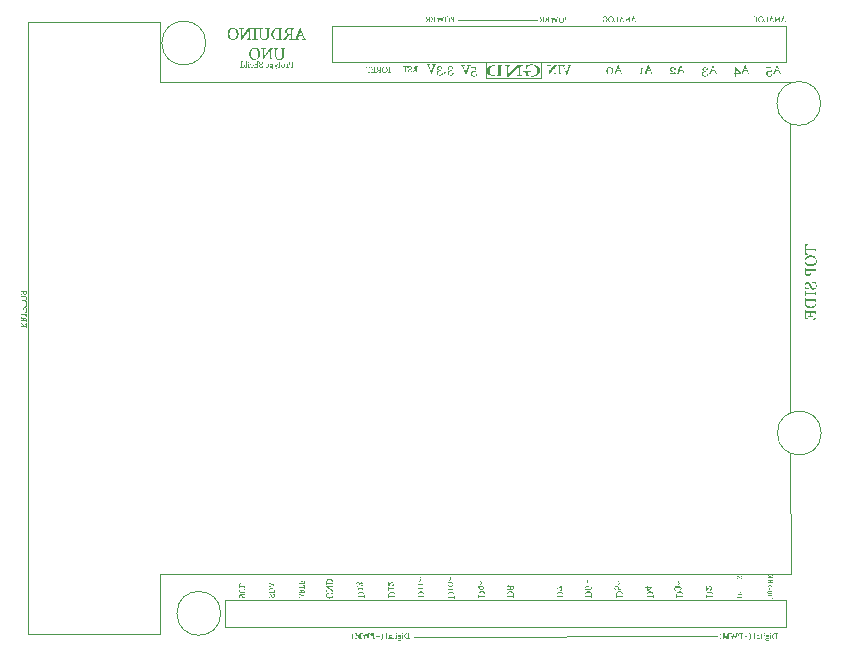
<source format=gbr>
%TF.GenerationSoftware,KiCad,Pcbnew,8.0.1*%
%TF.CreationDate,2024-04-20T17:55:11+02:00*%
%TF.ProjectId,Arduino_PCB,41726475-696e-46f5-9f50-43422e6b6963,rev?*%
%TF.SameCoordinates,Original*%
%TF.FileFunction,Legend,Bot*%
%TF.FilePolarity,Positive*%
%FSLAX46Y46*%
G04 Gerber Fmt 4.6, Leading zero omitted, Abs format (unit mm)*
G04 Created by KiCad (PCBNEW 8.0.1) date 2024-04-20 17:55:11*
%MOMM*%
%LPD*%
G01*
G04 APERTURE LIST*
%ADD10C,0.100000*%
%ADD11C,0.075000*%
%ADD12C,0.125000*%
G04 APERTURE END LIST*
D10*
G36*
X117048736Y-43644724D02*
G01*
X117026632Y-43647288D01*
X117025014Y-43647528D01*
X117000621Y-43653639D01*
X116984501Y-43667927D01*
X116981081Y-43689420D01*
X116981081Y-44038443D01*
X116985722Y-44060181D01*
X117000621Y-44073126D01*
X117022480Y-44077644D01*
X117046294Y-44079965D01*
X117046294Y-44105000D01*
X116837222Y-44105000D01*
X116837222Y-44079965D01*
X116841333Y-44079811D01*
X116865799Y-44077644D01*
X116887658Y-44073248D01*
X116904023Y-44059570D01*
X116907930Y-44038810D01*
X116907930Y-43893974D01*
X116853342Y-43893974D01*
X116836054Y-43893417D01*
X116811010Y-43890491D01*
X116787030Y-43885059D01*
X116775487Y-43881351D01*
X116751714Y-43870813D01*
X116729633Y-43856849D01*
X116720145Y-43849261D01*
X116702356Y-43830405D01*
X116688356Y-43808244D01*
X116681095Y-43791003D01*
X116675110Y-43765882D01*
X116674498Y-43757198D01*
X116758454Y-43757198D01*
X116758690Y-43764388D01*
X116762240Y-43788705D01*
X116765780Y-43800665D01*
X116777749Y-43822777D01*
X116791262Y-43837571D01*
X116812676Y-43851353D01*
X116821825Y-43855213D01*
X116847013Y-43861113D01*
X116872882Y-43862711D01*
X116907930Y-43862711D01*
X116907930Y-43648510D01*
X116859448Y-43648510D01*
X116834205Y-43650468D01*
X116810722Y-43657424D01*
X116797115Y-43665049D01*
X116779092Y-43682337D01*
X116771519Y-43694324D01*
X116763094Y-43717508D01*
X116760267Y-43732535D01*
X116758454Y-43757198D01*
X116674498Y-43757198D01*
X116673335Y-43740711D01*
X116675369Y-43717827D01*
X116682673Y-43694250D01*
X116697240Y-43671010D01*
X116715833Y-43653272D01*
X116726828Y-43645573D01*
X116751222Y-43633254D01*
X116775196Y-43625843D01*
X116801625Y-43621577D01*
X116826231Y-43620422D01*
X117048736Y-43620422D01*
X117048736Y-43644724D01*
G37*
G36*
X116369009Y-43811542D02*
G01*
X116374301Y-43835754D01*
X116377679Y-43841706D01*
X116398712Y-43854573D01*
X116404057Y-43854895D01*
X116428500Y-43849006D01*
X116433367Y-43845247D01*
X116443503Y-43823876D01*
X116442404Y-43810565D01*
X116440083Y-43798597D01*
X116464903Y-43804773D01*
X116477941Y-43811664D01*
X116497938Y-43827479D01*
X116513747Y-43847296D01*
X116514699Y-43848789D01*
X116514699Y-44043572D01*
X116510059Y-44062868D01*
X116495404Y-44074103D01*
X116473300Y-44079232D01*
X116449731Y-44081552D01*
X116449731Y-44105000D01*
X116628272Y-44105000D01*
X116628272Y-44081552D01*
X116612030Y-44080209D01*
X116597376Y-44077400D01*
X116583210Y-44066653D01*
X116578569Y-44046625D01*
X116578569Y-43838286D01*
X116583576Y-43817404D01*
X116597376Y-43800917D01*
X116612885Y-43794933D01*
X116632058Y-43792369D01*
X116632058Y-43768921D01*
X116519462Y-43761106D01*
X116514699Y-43765868D01*
X116514699Y-43816793D01*
X116512868Y-43816793D01*
X116496261Y-43798131D01*
X116476759Y-43782100D01*
X116465607Y-43775272D01*
X116442072Y-43765104D01*
X116417735Y-43761106D01*
X116393864Y-43766448D01*
X116382564Y-43774783D01*
X116370610Y-43796785D01*
X116369009Y-43811542D01*
G37*
G36*
X116179616Y-43761154D02*
G01*
X116206383Y-43763478D01*
X116231124Y-43769288D01*
X116253839Y-43778585D01*
X116277778Y-43793837D01*
X116296102Y-43810687D01*
X116301692Y-43816980D01*
X116316298Y-43837187D01*
X116327658Y-43859387D01*
X116335772Y-43883578D01*
X116340641Y-43909762D01*
X116342264Y-43937937D01*
X116340976Y-43962438D01*
X116336584Y-43987626D01*
X116329075Y-44010966D01*
X116322866Y-44024705D01*
X116310184Y-44046054D01*
X116293538Y-44066043D01*
X116284792Y-44074224D01*
X116264282Y-44089330D01*
X116241636Y-44100847D01*
X116230583Y-44104915D01*
X116205900Y-44110840D01*
X116180209Y-44112815D01*
X116158963Y-44111782D01*
X116134623Y-44107711D01*
X116110111Y-44099748D01*
X116094953Y-44092291D01*
X116073990Y-44077871D01*
X116055157Y-44059570D01*
X116045265Y-44047144D01*
X116032717Y-44026101D01*
X116022916Y-44002173D01*
X116017948Y-43985183D01*
X116013156Y-43959412D01*
X116011596Y-43933907D01*
X116082634Y-43933907D01*
X116082854Y-43947009D01*
X116084614Y-43971590D01*
X116088893Y-43997533D01*
X116096716Y-44023575D01*
X116107669Y-44045771D01*
X116110868Y-44050665D01*
X116128969Y-44070403D01*
X116150577Y-44082245D01*
X116175690Y-44086193D01*
X116196945Y-44083855D01*
X116219532Y-44073981D01*
X116234730Y-44060519D01*
X116248841Y-44040397D01*
X116249568Y-44039048D01*
X116259505Y-44015941D01*
X116265938Y-43991671D01*
X116267451Y-43983041D01*
X116270323Y-43957609D01*
X116271189Y-43932320D01*
X116270090Y-43907468D01*
X116266793Y-43881762D01*
X116261135Y-43858522D01*
X116251284Y-43835233D01*
X116239693Y-43817692D01*
X116220875Y-43800429D01*
X116200237Y-43790903D01*
X116175690Y-43787728D01*
X116154663Y-43790136D01*
X116132093Y-43800307D01*
X116117801Y-43812795D01*
X116103272Y-43833524D01*
X116093725Y-43856567D01*
X116087763Y-43880907D01*
X116087447Y-43882652D01*
X116083916Y-43908140D01*
X116082634Y-43933907D01*
X116011596Y-43933907D01*
X116011559Y-43933297D01*
X116011604Y-43928442D01*
X116013768Y-43900593D01*
X116019178Y-43874933D01*
X116027833Y-43851463D01*
X116042033Y-43826848D01*
X116057721Y-43808122D01*
X116075908Y-43792144D01*
X116099339Y-43777681D01*
X116125155Y-43767717D01*
X116149180Y-43762759D01*
X116174958Y-43761106D01*
X116179616Y-43761154D01*
G37*
G36*
X115755348Y-44091322D02*
G01*
X115778343Y-44100131D01*
X115797602Y-44106587D01*
X115822817Y-44111623D01*
X115846329Y-44112815D01*
X115872643Y-44110290D01*
X115896040Y-44100794D01*
X115906290Y-44091444D01*
X115918145Y-44069271D01*
X115923022Y-44044908D01*
X115923632Y-44030872D01*
X115923632Y-43801772D01*
X115984692Y-43801772D01*
X115984692Y-43768921D01*
X115922288Y-43768921D01*
X115922288Y-43667316D01*
X115859762Y-43667316D01*
X115859762Y-43768921D01*
X115762554Y-43768921D01*
X115762554Y-43801772D01*
X115859030Y-43801772D01*
X115859030Y-43991304D01*
X115858398Y-44016304D01*
X115857564Y-44026964D01*
X115850831Y-44050520D01*
X115850115Y-44051877D01*
X115833628Y-44067020D01*
X115809691Y-44072024D01*
X115804075Y-44072149D01*
X115778918Y-44070439D01*
X115755348Y-44065921D01*
X115755348Y-44091322D01*
G37*
G36*
X115748876Y-44220771D02*
G01*
X115742182Y-44197091D01*
X115739473Y-44193660D01*
X115716784Y-44183167D01*
X115715903Y-44183157D01*
X115697096Y-44186943D01*
X115682930Y-44196957D01*
X115672062Y-44210024D01*
X115662658Y-44223824D01*
X115643882Y-44207062D01*
X115629025Y-44186861D01*
X115621748Y-44175341D01*
X115609337Y-44154113D01*
X115598017Y-44132293D01*
X115587864Y-44108566D01*
X115587187Y-44106709D01*
X115597228Y-44081675D01*
X115606970Y-44057481D01*
X115616414Y-44034129D01*
X115627353Y-44007215D01*
X115637864Y-43981512D01*
X115646294Y-43961018D01*
X115656272Y-43936775D01*
X115666421Y-43912223D01*
X115676742Y-43887362D01*
X115687235Y-43862192D01*
X115697900Y-43836712D01*
X115701493Y-43828150D01*
X115716399Y-43808389D01*
X115723597Y-43803604D01*
X115746678Y-43793987D01*
X115754371Y-43792369D01*
X115754371Y-43768921D01*
X115599888Y-43768921D01*
X115599888Y-43793834D01*
X115624556Y-43798108D01*
X115638967Y-43807267D01*
X115637501Y-43814106D01*
X115633838Y-43823998D01*
X115624335Y-43848150D01*
X115614810Y-43871697D01*
X115605072Y-43895381D01*
X115595684Y-43917969D01*
X115594026Y-43921939D01*
X115584418Y-43945039D01*
X115574271Y-43969720D01*
X115564078Y-43994936D01*
X115554399Y-44019491D01*
X115552505Y-44024399D01*
X115542704Y-44001187D01*
X115532689Y-43977497D01*
X115522459Y-43953330D01*
X115520387Y-43948440D01*
X115510676Y-43925200D01*
X115500367Y-43899719D01*
X115490700Y-43875188D01*
X115483140Y-43855628D01*
X115476301Y-43837554D01*
X115471782Y-43817892D01*
X115487414Y-43801161D01*
X115510869Y-43792792D01*
X115517090Y-43791758D01*
X115517090Y-43769776D01*
X115391427Y-43769776D01*
X115391427Y-43791025D01*
X115414427Y-43800469D01*
X115418538Y-43802871D01*
X115436923Y-43819804D01*
X115443572Y-43831570D01*
X115453657Y-43855028D01*
X115463455Y-43877961D01*
X115475301Y-43905885D01*
X115486699Y-43932987D01*
X115497650Y-43959265D01*
X115508154Y-43984721D01*
X115516235Y-44004494D01*
X115525784Y-44027837D01*
X115536260Y-44053196D01*
X115547125Y-44079125D01*
X115557754Y-44103934D01*
X115564473Y-44119166D01*
X115574998Y-44141956D01*
X115586164Y-44164421D01*
X115598840Y-44187313D01*
X115603185Y-44194392D01*
X115617875Y-44215810D01*
X115634262Y-44234907D01*
X115636280Y-44236891D01*
X115655747Y-44251755D01*
X115664979Y-44256308D01*
X115689022Y-44261271D01*
X115691601Y-44261315D01*
X115716777Y-44257834D01*
X115733611Y-44248981D01*
X115747922Y-44228487D01*
X115748876Y-44220771D01*
G37*
G36*
X115392159Y-43768921D02*
G01*
X115392159Y-43792369D01*
X115370910Y-43795300D01*
X115353691Y-43801650D01*
X115340380Y-43817281D01*
X115335129Y-43837309D01*
X115335129Y-44200132D01*
X115339281Y-44220526D01*
X115353691Y-44232739D01*
X115371643Y-44236036D01*
X115392159Y-44237868D01*
X115392159Y-44261315D01*
X115202871Y-44261315D01*
X115202871Y-44237868D01*
X115203502Y-44237842D01*
X115228150Y-44234448D01*
X115251720Y-44228220D01*
X115266496Y-44215642D01*
X115271259Y-44194270D01*
X115271259Y-44088391D01*
X115268572Y-44088391D01*
X115259172Y-44094874D01*
X115236577Y-44105488D01*
X115235345Y-44105939D01*
X115211079Y-44111413D01*
X115186385Y-44112815D01*
X115174685Y-44112377D01*
X115150132Y-44108424D01*
X115126667Y-44100359D01*
X115116273Y-44095264D01*
X115095019Y-44081633D01*
X115075498Y-44064455D01*
X115065049Y-44052319D01*
X115051408Y-44031883D01*
X115040205Y-44008768D01*
X115033121Y-43987645D01*
X115028359Y-43962866D01*
X115026875Y-43938182D01*
X115098457Y-43938182D01*
X115098618Y-43948636D01*
X115100544Y-43974366D01*
X115105052Y-43999731D01*
X115105464Y-44001449D01*
X115113356Y-44025651D01*
X115125324Y-44048213D01*
X115135141Y-44060635D01*
X115155244Y-44076301D01*
X115167660Y-44081933D01*
X115192247Y-44086193D01*
X115197719Y-44086065D01*
X115222533Y-44080942D01*
X115224068Y-44080257D01*
X115245491Y-44066898D01*
X115261245Y-44049801D01*
X115271259Y-44030505D01*
X115271259Y-43836332D01*
X115260789Y-43825393D01*
X115240362Y-43809832D01*
X115221983Y-43801768D01*
X115197131Y-43798597D01*
X115175416Y-43800911D01*
X115151824Y-43810687D01*
X115136641Y-43822692D01*
X115121172Y-43842316D01*
X115111005Y-43863169D01*
X115103953Y-43887379D01*
X115099831Y-43913025D01*
X115098457Y-43938182D01*
X115026875Y-43938182D01*
X115026772Y-43936472D01*
X115027651Y-43914518D01*
X115031113Y-43889627D01*
X115037885Y-43864909D01*
X115042374Y-43853410D01*
X115054311Y-43830351D01*
X115069270Y-43809832D01*
X115074117Y-43804388D01*
X115092884Y-43787588D01*
X115114455Y-43774295D01*
X115122791Y-43770495D01*
X115147529Y-43763282D01*
X115172341Y-43761106D01*
X115177244Y-43761225D01*
X115201857Y-43765395D01*
X115224975Y-43774661D01*
X115229846Y-43777263D01*
X115250589Y-43790994D01*
X115269183Y-43808611D01*
X115271992Y-43807878D01*
X115271992Y-43765258D01*
X115276755Y-43761106D01*
X115392159Y-43768921D01*
G37*
G36*
X114841873Y-43762029D02*
G01*
X114866608Y-43766878D01*
X114889385Y-43775882D01*
X114899950Y-43781708D01*
X114920542Y-43796600D01*
X114937990Y-43814595D01*
X114946391Y-43825804D01*
X114959514Y-43848264D01*
X114968764Y-43870893D01*
X114972292Y-43882659D01*
X114977431Y-43908448D01*
X114979145Y-43934640D01*
X114978534Y-43952485D01*
X114975328Y-43978394D01*
X114969375Y-44003272D01*
X114965355Y-44015166D01*
X114954200Y-44038963D01*
X114939699Y-44060059D01*
X114930471Y-44070212D01*
X114910572Y-44086525D01*
X114889019Y-44098649D01*
X114866678Y-44106714D01*
X114841971Y-44111432D01*
X114817456Y-44112815D01*
X114808849Y-44112608D01*
X114784163Y-44109501D01*
X114758727Y-44101675D01*
X114735390Y-44089246D01*
X114728809Y-44084684D01*
X114708716Y-44067415D01*
X114691462Y-44046974D01*
X114678360Y-44025865D01*
X114702418Y-44011210D01*
X114710171Y-44024026D01*
X114726039Y-44044943D01*
X114745160Y-44061402D01*
X114749379Y-44063890D01*
X114772693Y-44072659D01*
X114797794Y-44075324D01*
X114799656Y-44075313D01*
X114825669Y-44072485D01*
X114849452Y-44063967D01*
X114867892Y-44051380D01*
X114884378Y-44032704D01*
X114885234Y-44031415D01*
X114896938Y-44009113D01*
X114904528Y-43985321D01*
X114906358Y-43976737D01*
X114909831Y-43951119D01*
X114910879Y-43925237D01*
X114686542Y-43925237D01*
X114686542Y-43903133D01*
X114686610Y-43897584D01*
X114687057Y-43892386D01*
X114754197Y-43892386D01*
X114910879Y-43892386D01*
X114910534Y-43886304D01*
X114906883Y-43861035D01*
X114898792Y-43836993D01*
X114884989Y-43815450D01*
X114872266Y-43803321D01*
X114850347Y-43791626D01*
X114825027Y-43787728D01*
X114813438Y-43788453D01*
X114789612Y-43796887D01*
X114783861Y-43801151D01*
X114767997Y-43820579D01*
X114763505Y-43830761D01*
X114757494Y-43854528D01*
X114755755Y-43866884D01*
X114754197Y-43892386D01*
X114687057Y-43892386D01*
X114688748Y-43872714D01*
X114694357Y-43847934D01*
X114704066Y-43824090D01*
X114717805Y-43803604D01*
X114718845Y-43802383D01*
X114738148Y-43785057D01*
X114760792Y-43772585D01*
X114772846Y-43768112D01*
X114797962Y-43762720D01*
X114824295Y-43761106D01*
X114841873Y-43762029D01*
G37*
G36*
X114160443Y-43884082D02*
G01*
X114145583Y-43904673D01*
X114137606Y-43922184D01*
X114131793Y-43946042D01*
X114130157Y-43970300D01*
X114132441Y-43997838D01*
X114139296Y-44023180D01*
X114150720Y-44046324D01*
X114166715Y-44067272D01*
X114177906Y-44078255D01*
X114199901Y-44094767D01*
X114224105Y-44107223D01*
X114250517Y-44115624D01*
X114274915Y-44119596D01*
X114296486Y-44120631D01*
X114320941Y-44119206D01*
X114345396Y-44114929D01*
X114361699Y-44110495D01*
X114384900Y-44102275D01*
X114407205Y-44091974D01*
X114417997Y-44085826D01*
X114432773Y-44105000D01*
X114460251Y-44105000D01*
X114465136Y-43940868D01*
X114437292Y-43940868D01*
X114429783Y-43965282D01*
X114420661Y-43989365D01*
X114417142Y-43997411D01*
X114404743Y-44020298D01*
X114390217Y-44040400D01*
X114386734Y-44044549D01*
X114368703Y-44061959D01*
X114348044Y-44075719D01*
X114345090Y-44077278D01*
X114320960Y-44085956D01*
X114295388Y-44089262D01*
X114289525Y-44089368D01*
X114264804Y-44087397D01*
X114248248Y-44083140D01*
X114226263Y-44071361D01*
X114219549Y-44065310D01*
X114205805Y-44044988D01*
X114203185Y-44038443D01*
X114198237Y-44013751D01*
X114197812Y-44002784D01*
X114200967Y-43977696D01*
X114210434Y-43954151D01*
X114214298Y-43947707D01*
X114230374Y-43928926D01*
X114251811Y-43914256D01*
X114263513Y-43908872D01*
X114287418Y-43899347D01*
X114311090Y-43890211D01*
X114314682Y-43888845D01*
X114338404Y-43879461D01*
X114361851Y-43869310D01*
X114364508Y-43868084D01*
X114386208Y-43856647D01*
X114406921Y-43841763D01*
X114425573Y-43822746D01*
X114428499Y-43818991D01*
X114441501Y-43795808D01*
X114448637Y-43770926D01*
X114451247Y-43745432D01*
X114451336Y-43739368D01*
X114448840Y-43713867D01*
X114441354Y-43690030D01*
X114439979Y-43686978D01*
X114427238Y-43665234D01*
X114410312Y-43645798D01*
X114407739Y-43643381D01*
X114387494Y-43628154D01*
X114365742Y-43617040D01*
X114360722Y-43615048D01*
X114336472Y-43608036D01*
X114311381Y-43604950D01*
X114304057Y-43604790D01*
X114277841Y-43606503D01*
X114253962Y-43611643D01*
X114243729Y-43615170D01*
X114219791Y-43625539D01*
X114197891Y-43637410D01*
X114195125Y-43639106D01*
X114181081Y-43620422D01*
X114153604Y-43620422D01*
X114150795Y-43776737D01*
X114178639Y-43776737D01*
X114185638Y-43753245D01*
X114193967Y-43729061D01*
X114195736Y-43724347D01*
X114205786Y-43701923D01*
X114219227Y-43680312D01*
X114220160Y-43679040D01*
X114237721Y-43660424D01*
X114256308Y-43647777D01*
X114279969Y-43638984D01*
X114304629Y-43636099D01*
X114308454Y-43636053D01*
X114333374Y-43639560D01*
X114356696Y-43651181D01*
X114364141Y-43657302D01*
X114379836Y-43677672D01*
X114386741Y-43701594D01*
X114387100Y-43709082D01*
X114384272Y-43734998D01*
X114374964Y-43758148D01*
X114372323Y-43762205D01*
X114355545Y-43780260D01*
X114334608Y-43794158D01*
X114329459Y-43796765D01*
X114306089Y-43807489D01*
X114283148Y-43816765D01*
X114280122Y-43817892D01*
X114256308Y-43827021D01*
X114233227Y-43836821D01*
X114210511Y-43847760D01*
X114193538Y-43857337D01*
X114172680Y-43872304D01*
X114160443Y-43884082D01*
G37*
G36*
X113712013Y-44105000D02*
G01*
X113878342Y-44105000D01*
X113878342Y-44081552D01*
X113860757Y-44080209D01*
X113845003Y-44077522D01*
X113830715Y-44066898D01*
X113826074Y-44047114D01*
X113826074Y-43875778D01*
X113828461Y-43851426D01*
X113838159Y-43827458D01*
X113843049Y-43821067D01*
X113863187Y-43806012D01*
X113884448Y-43801772D01*
X113908817Y-43804737D01*
X113917665Y-43807512D01*
X113940294Y-43818333D01*
X113944898Y-43821311D01*
X113962850Y-43838531D01*
X113972376Y-43852941D01*
X113972376Y-44043817D01*
X113967735Y-44062745D01*
X113953447Y-44074103D01*
X113937937Y-44079232D01*
X113920230Y-44081552D01*
X113920230Y-44105000D01*
X114086437Y-44105000D01*
X114086437Y-44081552D01*
X114069951Y-44079965D01*
X114055540Y-44077400D01*
X114041130Y-44066653D01*
X114036245Y-44046748D01*
X114036245Y-43654371D01*
X114041618Y-43631168D01*
X114055540Y-43613705D01*
X114077278Y-43607355D01*
X114101948Y-43604837D01*
X114102557Y-43604790D01*
X114102557Y-43581343D01*
X113977260Y-43573527D01*
X113972376Y-43578778D01*
X113972376Y-43818503D01*
X113971032Y-43818503D01*
X113953345Y-43801369D01*
X113950394Y-43798597D01*
X113930559Y-43783237D01*
X113925969Y-43780279D01*
X113903873Y-43769517D01*
X113895317Y-43766601D01*
X113870235Y-43761755D01*
X113855628Y-43761106D01*
X113829350Y-43763872D01*
X113805156Y-43773307D01*
X113785896Y-43789438D01*
X113771991Y-43811776D01*
X113764358Y-43837192D01*
X113761567Y-43864228D01*
X113761472Y-43870771D01*
X113761472Y-44044305D01*
X113757198Y-44063478D01*
X113742909Y-44074836D01*
X113728743Y-44079354D01*
X113712013Y-44081552D01*
X113712013Y-44105000D01*
G37*
G36*
X113535173Y-43762029D02*
G01*
X113559909Y-43766878D01*
X113582686Y-43775882D01*
X113593251Y-43781708D01*
X113613843Y-43796600D01*
X113631290Y-43814595D01*
X113639692Y-43825804D01*
X113652814Y-43848264D01*
X113662065Y-43870893D01*
X113665593Y-43882659D01*
X113670732Y-43908448D01*
X113672445Y-43934640D01*
X113671835Y-43952485D01*
X113668629Y-43978394D01*
X113662676Y-44003272D01*
X113658656Y-44015166D01*
X113647501Y-44038963D01*
X113633000Y-44060059D01*
X113623771Y-44070212D01*
X113603872Y-44086525D01*
X113582320Y-44098649D01*
X113559979Y-44106714D01*
X113535272Y-44111432D01*
X113510757Y-44112815D01*
X113502150Y-44112608D01*
X113477463Y-44109501D01*
X113452028Y-44101675D01*
X113428691Y-44089246D01*
X113422110Y-44084684D01*
X113402017Y-44067415D01*
X113384763Y-44046974D01*
X113371660Y-44025865D01*
X113395718Y-44011210D01*
X113403472Y-44024026D01*
X113419340Y-44044943D01*
X113438461Y-44061402D01*
X113442679Y-44063890D01*
X113465994Y-44072659D01*
X113491095Y-44075324D01*
X113492957Y-44075313D01*
X113518969Y-44072485D01*
X113542752Y-44063967D01*
X113561192Y-44051380D01*
X113577679Y-44032704D01*
X113578534Y-44031415D01*
X113590239Y-44009113D01*
X113597829Y-43985321D01*
X113599659Y-43976737D01*
X113603131Y-43951119D01*
X113604180Y-43925237D01*
X113379842Y-43925237D01*
X113379842Y-43903133D01*
X113379911Y-43897584D01*
X113380358Y-43892386D01*
X113447498Y-43892386D01*
X113604180Y-43892386D01*
X113603835Y-43886304D01*
X113600184Y-43861035D01*
X113592093Y-43836993D01*
X113578290Y-43815450D01*
X113565566Y-43803321D01*
X113543647Y-43791626D01*
X113518328Y-43787728D01*
X113506738Y-43788453D01*
X113482913Y-43796887D01*
X113477162Y-43801151D01*
X113461297Y-43820579D01*
X113456806Y-43830761D01*
X113450795Y-43854528D01*
X113449056Y-43866884D01*
X113447498Y-43892386D01*
X113380358Y-43892386D01*
X113382048Y-43872714D01*
X113387658Y-43847934D01*
X113397367Y-43824090D01*
X113411106Y-43803604D01*
X113412146Y-43802383D01*
X113431449Y-43785057D01*
X113454092Y-43772585D01*
X113466147Y-43768112D01*
X113491263Y-43762720D01*
X113517595Y-43761106D01*
X113535173Y-43762029D01*
G37*
G36*
X113169916Y-44105000D02*
G01*
X113333803Y-44105000D01*
X113333803Y-44081552D01*
X113317438Y-44080209D01*
X113302906Y-44077400D01*
X113288618Y-44066653D01*
X113283977Y-44046625D01*
X113283977Y-43838286D01*
X113288984Y-43818258D01*
X113302906Y-43802993D01*
X113321835Y-43796032D01*
X113344427Y-43792369D01*
X113344427Y-43768921D01*
X113224870Y-43761106D01*
X113220108Y-43765868D01*
X113220108Y-44042351D01*
X113215467Y-44062379D01*
X113200812Y-44073981D01*
X113186158Y-44078988D01*
X113169916Y-44081552D01*
X113169916Y-44105000D01*
G37*
G36*
X113213269Y-43625795D02*
G01*
X113218844Y-43649605D01*
X113226214Y-43660355D01*
X113247738Y-43673963D01*
X113257843Y-43675132D01*
X113281611Y-43667232D01*
X113288374Y-43661088D01*
X113300182Y-43638818D01*
X113301196Y-43628970D01*
X113295136Y-43604974D01*
X113288374Y-43595631D01*
X113267368Y-43582473D01*
X113257843Y-43581343D01*
X113233414Y-43588283D01*
X113225847Y-43594776D01*
X113214055Y-43617216D01*
X113213269Y-43625795D01*
G37*
G36*
X112971102Y-44105000D02*
G01*
X113136332Y-44105000D01*
X113136332Y-44081552D01*
X113119480Y-44079965D01*
X113104703Y-44077400D01*
X113090293Y-44066653D01*
X113085530Y-44046748D01*
X113085530Y-43656448D01*
X113090903Y-43633367D01*
X113104703Y-43616392D01*
X113127418Y-43608942D01*
X113151883Y-43604951D01*
X113153796Y-43604790D01*
X113153796Y-43581343D01*
X113026423Y-43573527D01*
X113021660Y-43578656D01*
X113021660Y-44042473D01*
X113017142Y-44062257D01*
X113002732Y-44073981D01*
X112987833Y-44079110D01*
X112971102Y-44081552D01*
X112971102Y-44105000D01*
G37*
G36*
X112761908Y-43581343D02*
G01*
X112761908Y-43604790D01*
X112751473Y-43605681D01*
X112726737Y-43609187D01*
X112723728Y-43609768D01*
X112700725Y-43618712D01*
X112687414Y-43637030D01*
X112686541Y-43639297D01*
X112682529Y-43663531D01*
X112682529Y-43782843D01*
X112698170Y-43775163D01*
X112721852Y-43767212D01*
X112743450Y-43762829D01*
X112768381Y-43761106D01*
X112780199Y-43761582D01*
X112805510Y-43765884D01*
X112830418Y-43774661D01*
X112841491Y-43780025D01*
X112863213Y-43793885D01*
X112881831Y-43810809D01*
X112892349Y-43823471D01*
X112905893Y-43844383D01*
X112916758Y-43867595D01*
X112922898Y-43886099D01*
X112927958Y-43911701D01*
X112929459Y-43936106D01*
X112928522Y-43957821D01*
X112924831Y-43982893D01*
X112917613Y-44008401D01*
X112912027Y-44022270D01*
X112900575Y-44043952D01*
X112885495Y-44064455D01*
X112880410Y-44070063D01*
X112860898Y-44087137D01*
X112838722Y-44100237D01*
X112831947Y-44103185D01*
X112807780Y-44110408D01*
X112782913Y-44112815D01*
X112777706Y-44112701D01*
X112752091Y-44108719D01*
X112728813Y-44099870D01*
X112723942Y-44097379D01*
X112703199Y-44084049D01*
X112684605Y-44066653D01*
X112681919Y-44067386D01*
X112681919Y-44100237D01*
X112676667Y-44105000D01*
X112558576Y-44097184D01*
X112558576Y-44073736D01*
X112581290Y-44072393D01*
X112600097Y-44067264D01*
X112613653Y-44053098D01*
X112617348Y-44036856D01*
X112682529Y-44036856D01*
X112693577Y-44048181D01*
X112713060Y-44063356D01*
X112733393Y-44072332D01*
X112758489Y-44075324D01*
X112779680Y-44073150D01*
X112802941Y-44063967D01*
X112818028Y-44052543D01*
X112833715Y-44033803D01*
X112844302Y-44014558D01*
X112852278Y-43991060D01*
X112852616Y-43989620D01*
X112856566Y-43965184D01*
X112857773Y-43939891D01*
X112857423Y-43924802D01*
X112855190Y-43900321D01*
X112850446Y-43875778D01*
X112842308Y-43850783D01*
X112830296Y-43827906D01*
X112818737Y-43813621D01*
X112799521Y-43798108D01*
X112786052Y-43791783D01*
X112761542Y-43787728D01*
X112755014Y-43787921D01*
X112730401Y-43793224D01*
X112727912Y-43794280D01*
X112706953Y-43807145D01*
X112691566Y-43825464D01*
X112682529Y-43844148D01*
X112682529Y-44036856D01*
X112617348Y-44036856D01*
X112618293Y-44032704D01*
X112618293Y-43578656D01*
X112623545Y-43573527D01*
X112761908Y-43581343D01*
G37*
G36*
X117665060Y-40775556D02*
G01*
X117683306Y-40823111D01*
X117702155Y-40872245D01*
X117721606Y-40922960D01*
X117741661Y-40975255D01*
X117762318Y-41029129D01*
X117783579Y-41084584D01*
X117805443Y-41141618D01*
X117827314Y-41198726D01*
X117848719Y-41254398D01*
X117869659Y-41308635D01*
X117890134Y-41361437D01*
X117910143Y-41412804D01*
X117929686Y-41462737D01*
X117948764Y-41511234D01*
X117967376Y-41558297D01*
X117972805Y-41571303D01*
X117996929Y-41614961D01*
X118001959Y-41621331D01*
X118039427Y-41654284D01*
X118083635Y-41671870D01*
X118128087Y-41679930D01*
X118128087Y-41730000D01*
X117761235Y-41730000D01*
X117761235Y-41679930D01*
X117809828Y-41674620D01*
X117858932Y-41661856D01*
X117871386Y-41656737D01*
X117902163Y-41618381D01*
X117898743Y-41587606D01*
X117898524Y-41586419D01*
X117886287Y-41538513D01*
X117880095Y-41518730D01*
X117864794Y-41471346D01*
X117850872Y-41431840D01*
X117833531Y-41386106D01*
X117492079Y-41386106D01*
X117410990Y-41608611D01*
X117407083Y-41624731D01*
X117405617Y-41640118D01*
X117441032Y-41666008D01*
X117480844Y-41674740D01*
X117529937Y-41679930D01*
X117529937Y-41730000D01*
X117123761Y-41730000D01*
X117123761Y-41679930D01*
X117166503Y-41672602D01*
X117207780Y-41656238D01*
X117244173Y-41623754D01*
X117267376Y-41579790D01*
X117365341Y-41323579D01*
X117516748Y-41323579D01*
X117809351Y-41323579D01*
X117664515Y-40943293D01*
X117516748Y-41323579D01*
X117365341Y-41323579D01*
X117592463Y-40729581D01*
X117647418Y-40729581D01*
X117665060Y-40775556D01*
G37*
G36*
X117093719Y-40810181D02*
G01*
X117047313Y-40816775D01*
X117002372Y-40827766D01*
X116970132Y-40855854D01*
X116963293Y-40898108D01*
X116963293Y-41596887D01*
X116972575Y-41640607D01*
X117002372Y-41666252D01*
X117046092Y-41675289D01*
X117093719Y-41679930D01*
X117093719Y-41730000D01*
X116681681Y-41730000D01*
X116681681Y-41679930D01*
X116684376Y-41679826D01*
X116733949Y-41675289D01*
X116777180Y-41666496D01*
X116809420Y-41639141D01*
X116816992Y-41597376D01*
X116816992Y-41292316D01*
X116717341Y-41292316D01*
X116696950Y-41318416D01*
X116662167Y-41363631D01*
X116628529Y-41408262D01*
X116596036Y-41452309D01*
X116564689Y-41495771D01*
X116555801Y-41508249D01*
X116523670Y-41554192D01*
X116494865Y-41596381D01*
X116464892Y-41641164D01*
X116433751Y-41688539D01*
X116406908Y-41730000D01*
X116144347Y-41730000D01*
X116144347Y-41679930D01*
X116189288Y-41674556D01*
X116233740Y-41660879D01*
X116241302Y-41656884D01*
X116282344Y-41629127D01*
X116304671Y-41607963D01*
X116336810Y-41568799D01*
X116357962Y-41540481D01*
X116389622Y-41498025D01*
X116422028Y-41454458D01*
X116454047Y-41411263D01*
X116479387Y-41376916D01*
X116511544Y-41333824D01*
X116543372Y-41291562D01*
X116573726Y-41251528D01*
X116570483Y-41250590D01*
X116523900Y-41234980D01*
X116478471Y-41215136D01*
X116442861Y-41194833D01*
X116404221Y-41164333D01*
X116377908Y-41134614D01*
X116353419Y-41090083D01*
X116339888Y-41040756D01*
X116337279Y-41006796D01*
X116505826Y-41006796D01*
X116506382Y-41025744D01*
X116514722Y-41078054D01*
X116535726Y-41128200D01*
X116569085Y-41169951D01*
X116581180Y-41180645D01*
X116625525Y-41208694D01*
X116676072Y-41225057D01*
X116726866Y-41229790D01*
X116816992Y-41229790D01*
X116816992Y-40817020D01*
X116700244Y-40817020D01*
X116646339Y-40822029D01*
X116596520Y-40839109D01*
X116556629Y-40868311D01*
X116527705Y-40907706D01*
X116510788Y-40955701D01*
X116505826Y-41006796D01*
X116337279Y-41006796D01*
X116336078Y-40991165D01*
X116336177Y-40983481D01*
X116342428Y-40933646D01*
X116361479Y-40885163D01*
X116391215Y-40845413D01*
X116429623Y-40814089D01*
X116435158Y-40810639D01*
X116479229Y-40788657D01*
X116527808Y-40773545D01*
X116544937Y-40769886D01*
X116594866Y-40762940D01*
X116643824Y-40760844D01*
X117093719Y-40760844D01*
X117093719Y-40810181D01*
G37*
G36*
X116109176Y-40810914D02*
G01*
X116066678Y-40817264D01*
X116020516Y-40831919D01*
X115989497Y-40861228D01*
X115981437Y-40902749D01*
X115981437Y-41599574D01*
X115990718Y-41641584D01*
X116020516Y-41667718D01*
X116062770Y-41676266D01*
X116064758Y-41676491D01*
X116114794Y-41679930D01*
X116114794Y-41730000D01*
X115710816Y-41730000D01*
X115661021Y-41728213D01*
X115612020Y-41722855D01*
X115563812Y-41713925D01*
X115516399Y-41701423D01*
X115487460Y-41691701D01*
X115437626Y-41670595D01*
X115390689Y-41644852D01*
X115346650Y-41614473D01*
X115319610Y-41591606D01*
X115282754Y-41552960D01*
X115250342Y-41509097D01*
X115225261Y-41465729D01*
X115219583Y-41454244D01*
X115200532Y-41405746D01*
X115187342Y-41353158D01*
X115180611Y-41303787D01*
X115178367Y-41251284D01*
X115178375Y-41250795D01*
X115346650Y-41250795D01*
X115346824Y-41269136D01*
X115349432Y-41321687D01*
X115356001Y-41375725D01*
X115366434Y-41425184D01*
X115380888Y-41470565D01*
X115401967Y-41516351D01*
X115428471Y-41557808D01*
X115450285Y-41583668D01*
X115488788Y-41616846D01*
X115534228Y-41643293D01*
X115538326Y-41645172D01*
X115586229Y-41661898D01*
X115634286Y-41670842D01*
X115686636Y-41673824D01*
X115700487Y-41673613D01*
X115752520Y-41667840D01*
X115798743Y-41649888D01*
X115827139Y-41613703D01*
X115835136Y-41563914D01*
X115835136Y-40819706D01*
X115831769Y-40819567D01*
X115782623Y-40817997D01*
X115769600Y-40817665D01*
X115719120Y-40817020D01*
X115713854Y-40817051D01*
X115662839Y-40820829D01*
X115614830Y-40830904D01*
X115565491Y-40849260D01*
X115524414Y-40871595D01*
X115484132Y-40901563D01*
X115448988Y-40937187D01*
X115445882Y-40940871D01*
X115414801Y-40984002D01*
X115391455Y-41027369D01*
X115372784Y-41074696D01*
X115366659Y-41094651D01*
X115354919Y-41147111D01*
X115348717Y-41197465D01*
X115346650Y-41250795D01*
X115178375Y-41250795D01*
X115178796Y-41226588D01*
X115183137Y-41171370D01*
X115192153Y-41119518D01*
X115205844Y-41071032D01*
X115227215Y-41019741D01*
X115253944Y-40972877D01*
X115285284Y-40930715D01*
X115321233Y-40893254D01*
X115361793Y-40860495D01*
X115373847Y-40852096D01*
X115416819Y-40826489D01*
X115464083Y-40804555D01*
X115510293Y-40787955D01*
X115536926Y-40780145D01*
X115585226Y-40769422D01*
X115633989Y-40762988D01*
X115683217Y-40760844D01*
X116109176Y-40760844D01*
X116109176Y-40810914D01*
G37*
G36*
X114077808Y-40810914D02*
G01*
X114127424Y-40817858D01*
X114134228Y-40819218D01*
X114182222Y-40834834D01*
X114194801Y-40841933D01*
X114221637Y-40884477D01*
X114227041Y-40907145D01*
X114233352Y-40958458D01*
X114235696Y-41010742D01*
X114235833Y-41028290D01*
X114235833Y-41452540D01*
X114239816Y-41505777D01*
X114251765Y-41553993D01*
X114269539Y-41593468D01*
X114297806Y-41635359D01*
X114332050Y-41671274D01*
X114358199Y-41691898D01*
X114403222Y-41718595D01*
X114450179Y-41738359D01*
X114472505Y-41745143D01*
X114520476Y-41755580D01*
X114570245Y-41760869D01*
X114587543Y-41761263D01*
X114640637Y-41758997D01*
X114690011Y-41752199D01*
X114740024Y-41739487D01*
X114744347Y-41738060D01*
X114792730Y-41718574D01*
X114838168Y-41692347D01*
X114859630Y-41676022D01*
X114895507Y-41639510D01*
X114922782Y-41598791D01*
X114928995Y-41586385D01*
X114945824Y-41537967D01*
X114952350Y-41487509D01*
X114952442Y-41480628D01*
X114952442Y-40903726D01*
X114960258Y-40863670D01*
X114992254Y-40833628D01*
X115036217Y-40818241D01*
X115080181Y-40810914D01*
X115080181Y-40760844D01*
X114674249Y-40760844D01*
X114674249Y-40810914D01*
X114722609Y-40817264D01*
X114765596Y-40827278D01*
X114796859Y-40854877D01*
X114804675Y-40896643D01*
X114804675Y-41435198D01*
X114801336Y-41485573D01*
X114796127Y-41517264D01*
X114781177Y-41563769D01*
X114762177Y-41597376D01*
X114728254Y-41633549D01*
X114689392Y-41659169D01*
X114642456Y-41675531D01*
X114591806Y-41682263D01*
X114562875Y-41683105D01*
X114513874Y-41680277D01*
X114463407Y-41669641D01*
X114436357Y-41659169D01*
X114393048Y-41633227D01*
X114357381Y-41598338D01*
X114355512Y-41595910D01*
X114328971Y-41553063D01*
X114315701Y-41518241D01*
X114305912Y-41469922D01*
X114303977Y-41436664D01*
X114303977Y-41036838D01*
X114305276Y-40987738D01*
X114310160Y-40938195D01*
X114314968Y-40912274D01*
X114332714Y-40864800D01*
X114347208Y-40848771D01*
X114393141Y-40827156D01*
X114412909Y-40821905D01*
X114462502Y-40812376D01*
X114476413Y-40810914D01*
X114476413Y-40760844D01*
X114077808Y-40760844D01*
X114077808Y-40810914D01*
G37*
G36*
X113579797Y-41730000D02*
G01*
X114018702Y-41730000D01*
X114018702Y-41679930D01*
X113969514Y-41676109D01*
X113965212Y-41675778D01*
X113916552Y-41668051D01*
X113915631Y-41667718D01*
X113882658Y-41643538D01*
X113872400Y-41601039D01*
X113872400Y-40901528D01*
X113879972Y-40861716D01*
X113915631Y-40834849D01*
X113963545Y-40820352D01*
X113967411Y-40819462D01*
X114016154Y-40811119D01*
X114018702Y-40810914D01*
X114018702Y-40760844D01*
X113579797Y-40760844D01*
X113579797Y-40810914D01*
X113628761Y-40815772D01*
X113630600Y-40816043D01*
X113679358Y-40826433D01*
X113682135Y-40827278D01*
X113717306Y-40853900D01*
X113726099Y-40894689D01*
X113726099Y-41593468D01*
X113716085Y-41633279D01*
X113682135Y-41660879D01*
X113634996Y-41672847D01*
X113585575Y-41679659D01*
X113579797Y-41679930D01*
X113579797Y-41730000D01*
G37*
G36*
X112460188Y-40810914D02*
G01*
X112509662Y-40819676D01*
X112519295Y-40822149D01*
X112566372Y-40838177D01*
X112576448Y-40843642D01*
X112603581Y-40885450D01*
X112609665Y-40910809D01*
X112615800Y-40962966D01*
X112618004Y-41013192D01*
X112618213Y-41036350D01*
X112618213Y-41761263D01*
X112678053Y-41761263D01*
X113268876Y-40945003D01*
X113268876Y-41444968D01*
X113267606Y-41498143D01*
X113262831Y-41549153D01*
X113258129Y-41574173D01*
X113240307Y-41620235D01*
X113225401Y-41638164D01*
X113180404Y-41660484D01*
X113160432Y-41666252D01*
X113111622Y-41677663D01*
X113094975Y-41679930D01*
X113094975Y-41730000D01*
X113494801Y-41730000D01*
X113494801Y-41679930D01*
X113445393Y-41670154D01*
X113432274Y-41666741D01*
X113384876Y-41650163D01*
X113377320Y-41645247D01*
X113349014Y-41603256D01*
X113344347Y-41587117D01*
X113337861Y-41538123D01*
X113335628Y-41486778D01*
X113335310Y-41453272D01*
X113335310Y-40977732D01*
X113342018Y-40928650D01*
X113346301Y-40914961D01*
X113370238Y-40872290D01*
X113375854Y-40866601D01*
X113418306Y-40839042D01*
X113443021Y-40828499D01*
X113491432Y-40813653D01*
X113511165Y-40810914D01*
X113511165Y-40760844D01*
X113232972Y-40760844D01*
X112684891Y-41516287D01*
X112684891Y-41045387D01*
X112685965Y-40995260D01*
X112690086Y-40945434D01*
X112695882Y-40912519D01*
X112713342Y-40866628D01*
X112727390Y-40850725D01*
X112772446Y-40830564D01*
X112790404Y-40825080D01*
X112838525Y-40813249D01*
X112856594Y-40810914D01*
X112856594Y-40760844D01*
X112460188Y-40760844D01*
X112460188Y-40810914D01*
G37*
G36*
X111959641Y-40730463D02*
G01*
X112010858Y-40736500D01*
X112060878Y-40748255D01*
X112109699Y-40765729D01*
X112135901Y-40777736D01*
X112180478Y-40803315D01*
X112221733Y-40833996D01*
X112259665Y-40869776D01*
X112283132Y-40896406D01*
X112314630Y-40939700D01*
X112341684Y-40987013D01*
X112362002Y-41032442D01*
X112366498Y-41044297D01*
X112381580Y-41093741D01*
X112392021Y-41146421D01*
X112397351Y-41195171D01*
X112399127Y-41246399D01*
X112396914Y-41300392D01*
X112390273Y-41352705D01*
X112379206Y-41403340D01*
X112363712Y-41452295D01*
X112352001Y-41481588D01*
X112327675Y-41530768D01*
X112299176Y-41575389D01*
X112266503Y-41615450D01*
X112246597Y-41636234D01*
X112207759Y-41669920D01*
X112165058Y-41698814D01*
X112118492Y-41722916D01*
X112085620Y-41735948D01*
X112034282Y-41750440D01*
X111980510Y-41758866D01*
X111930669Y-41761263D01*
X111901094Y-41760386D01*
X111849212Y-41754390D01*
X111799068Y-41742715D01*
X111750662Y-41725359D01*
X111724755Y-41713317D01*
X111680645Y-41687886D01*
X111639781Y-41657624D01*
X111602163Y-41622533D01*
X111578455Y-41596257D01*
X111546725Y-41553109D01*
X111519593Y-41505479D01*
X111499337Y-41459378D01*
X111497053Y-41453373D01*
X111481390Y-41403823D01*
X111470369Y-41351585D01*
X111463988Y-41296661D01*
X111462212Y-41246399D01*
X111628297Y-41246399D01*
X111628572Y-41270712D01*
X111631199Y-41323269D01*
X111636609Y-41372851D01*
X111645882Y-41424452D01*
X111658901Y-41472594D01*
X111677904Y-41521804D01*
X111701814Y-41567090D01*
X111721750Y-41596506D01*
X111756807Y-41634161D01*
X111798046Y-41664054D01*
X111832433Y-41680819D01*
X111881829Y-41694638D01*
X111930669Y-41698736D01*
X111968390Y-41696599D01*
X112019875Y-41685379D01*
X112065247Y-41664542D01*
X112092251Y-41645675D01*
X112128235Y-41611191D01*
X112158792Y-41569288D01*
X112182731Y-41524223D01*
X112201821Y-41475002D01*
X112214968Y-41426650D01*
X112220105Y-41401062D01*
X112227156Y-41352599D01*
X112231387Y-41301044D01*
X112232798Y-41246399D01*
X112232652Y-41229617D01*
X112230462Y-41180121D01*
X112224948Y-41126621D01*
X112216189Y-41074696D01*
X112203939Y-41025609D01*
X112186497Y-40976351D01*
X112164898Y-40932058D01*
X112145374Y-40901787D01*
X112111108Y-40862392D01*
X112070865Y-40830209D01*
X112028182Y-40808516D01*
X111979728Y-40795828D01*
X111930669Y-40792107D01*
X111894949Y-40794168D01*
X111845261Y-40804987D01*
X111800244Y-40825080D01*
X111772873Y-40843077D01*
X111736340Y-40876199D01*
X111705233Y-40916671D01*
X111681510Y-40960586D01*
X111662058Y-41010389D01*
X111648080Y-41060774D01*
X111641357Y-41093049D01*
X111633880Y-41143650D01*
X111629533Y-41196878D01*
X111628297Y-41246399D01*
X111462212Y-41246399D01*
X111462247Y-41239137D01*
X111464486Y-41189429D01*
X111471310Y-41135024D01*
X111482682Y-41083183D01*
X111498604Y-41033907D01*
X111513238Y-40998817D01*
X111535823Y-40955128D01*
X111565428Y-40910211D01*
X111599476Y-40869776D01*
X111619588Y-40849673D01*
X111658674Y-40817183D01*
X111701470Y-40789446D01*
X111747976Y-40766461D01*
X111775040Y-40755837D01*
X111825139Y-40741250D01*
X111877016Y-40732498D01*
X111930669Y-40729581D01*
X111959641Y-40730463D01*
G37*
G36*
X115361549Y-42490914D02*
G01*
X115411165Y-42497858D01*
X115417969Y-42499218D01*
X115465963Y-42514834D01*
X115478541Y-42521933D01*
X115505377Y-42564477D01*
X115510781Y-42587145D01*
X115517092Y-42638458D01*
X115519436Y-42690742D01*
X115519574Y-42708290D01*
X115519574Y-43132540D01*
X115523557Y-43185777D01*
X115535505Y-43233993D01*
X115553279Y-43273468D01*
X115581547Y-43315359D01*
X115615790Y-43351274D01*
X115641939Y-43371898D01*
X115686962Y-43398595D01*
X115733920Y-43418359D01*
X115756245Y-43425143D01*
X115804217Y-43435580D01*
X115853985Y-43440869D01*
X115871284Y-43441263D01*
X115924378Y-43438997D01*
X115973751Y-43432199D01*
X116023764Y-43419487D01*
X116028087Y-43418060D01*
X116076470Y-43398574D01*
X116121909Y-43372347D01*
X116143370Y-43356022D01*
X116179247Y-43319510D01*
X116206522Y-43278791D01*
X116212735Y-43266385D01*
X116229565Y-43217967D01*
X116236091Y-43167509D01*
X116236182Y-43160628D01*
X116236182Y-42583726D01*
X116243998Y-42543670D01*
X116275994Y-42513628D01*
X116319958Y-42498241D01*
X116363921Y-42490914D01*
X116363921Y-42440844D01*
X115957990Y-42440844D01*
X115957990Y-42490914D01*
X116006350Y-42497264D01*
X116049337Y-42507278D01*
X116080600Y-42534877D01*
X116088415Y-42576643D01*
X116088415Y-43115198D01*
X116085076Y-43165573D01*
X116079867Y-43197264D01*
X116064918Y-43243769D01*
X116045917Y-43277376D01*
X116011995Y-43313549D01*
X115973133Y-43339169D01*
X115926196Y-43355531D01*
X115875546Y-43362263D01*
X115846615Y-43363105D01*
X115797615Y-43360277D01*
X115747147Y-43349641D01*
X115720097Y-43339169D01*
X115676788Y-43313227D01*
X115641121Y-43278338D01*
X115639253Y-43275910D01*
X115612711Y-43233063D01*
X115599441Y-43198241D01*
X115589652Y-43149922D01*
X115587718Y-43116664D01*
X115587718Y-42716838D01*
X115589016Y-42667738D01*
X115593900Y-42618195D01*
X115598709Y-42592274D01*
X115616454Y-42544800D01*
X115630949Y-42528771D01*
X115676881Y-42507156D01*
X115696650Y-42501905D01*
X115746243Y-42492376D01*
X115760153Y-42490914D01*
X115760153Y-42440844D01*
X115361549Y-42440844D01*
X115361549Y-42490914D01*
G37*
G36*
X114289078Y-42490914D02*
G01*
X114338553Y-42499676D01*
X114348185Y-42502149D01*
X114395263Y-42518177D01*
X114405338Y-42523642D01*
X114432471Y-42565450D01*
X114438555Y-42590809D01*
X114444691Y-42642966D01*
X114446895Y-42693192D01*
X114447103Y-42716350D01*
X114447103Y-43441263D01*
X114506943Y-43441263D01*
X115097766Y-42625003D01*
X115097766Y-43124968D01*
X115096497Y-43178143D01*
X115091721Y-43229153D01*
X115087020Y-43254173D01*
X115069198Y-43300235D01*
X115054291Y-43318164D01*
X115009295Y-43340484D01*
X114989323Y-43346252D01*
X114940512Y-43357663D01*
X114923866Y-43359930D01*
X114923866Y-43410000D01*
X115323691Y-43410000D01*
X115323691Y-43359930D01*
X115274283Y-43350154D01*
X115261165Y-43346741D01*
X115213767Y-43330163D01*
X115206210Y-43325247D01*
X115177904Y-43283256D01*
X115173237Y-43267117D01*
X115166751Y-43218123D01*
X115164518Y-43166778D01*
X115164200Y-43133272D01*
X115164200Y-42657732D01*
X115170909Y-42608650D01*
X115175191Y-42594961D01*
X115199129Y-42552290D01*
X115204745Y-42546601D01*
X115247196Y-42519042D01*
X115271912Y-42508499D01*
X115320322Y-42493653D01*
X115340055Y-42490914D01*
X115340055Y-42440844D01*
X115061863Y-42440844D01*
X114513782Y-43196287D01*
X114513782Y-42725387D01*
X114514855Y-42675260D01*
X114518977Y-42625434D01*
X114524773Y-42592519D01*
X114542232Y-42546628D01*
X114556280Y-42530725D01*
X114601336Y-42510564D01*
X114619295Y-42505080D01*
X114667415Y-42493249D01*
X114685484Y-42490914D01*
X114685484Y-42440844D01*
X114289078Y-42440844D01*
X114289078Y-42490914D01*
G37*
G36*
X113788532Y-42410463D02*
G01*
X113839749Y-42416500D01*
X113889768Y-42428255D01*
X113938590Y-42445729D01*
X113964791Y-42457736D01*
X114009369Y-42483315D01*
X114050623Y-42513996D01*
X114088555Y-42549776D01*
X114112022Y-42576406D01*
X114143520Y-42619700D01*
X114170575Y-42667013D01*
X114190893Y-42712442D01*
X114195388Y-42724297D01*
X114210470Y-42773741D01*
X114220912Y-42826421D01*
X114226241Y-42875171D01*
X114228018Y-42926399D01*
X114225804Y-42980392D01*
X114219164Y-43032705D01*
X114208097Y-43083340D01*
X114192602Y-43132295D01*
X114180891Y-43161588D01*
X114156565Y-43210768D01*
X114128066Y-43255389D01*
X114095394Y-43295450D01*
X114075487Y-43316234D01*
X114036650Y-43349920D01*
X113993948Y-43378814D01*
X113947383Y-43402916D01*
X113914510Y-43415948D01*
X113863172Y-43430440D01*
X113809401Y-43438866D01*
X113759560Y-43441263D01*
X113729985Y-43440386D01*
X113678102Y-43434390D01*
X113627958Y-43422715D01*
X113579553Y-43405359D01*
X113553645Y-43393317D01*
X113509535Y-43367886D01*
X113468671Y-43337624D01*
X113431053Y-43302533D01*
X113407345Y-43276257D01*
X113375616Y-43233109D01*
X113348484Y-43185479D01*
X113328227Y-43139378D01*
X113325943Y-43133373D01*
X113310281Y-43083823D01*
X113299259Y-43031585D01*
X113292879Y-42976661D01*
X113291102Y-42926399D01*
X113457187Y-42926399D01*
X113457462Y-42950712D01*
X113460090Y-43003269D01*
X113465499Y-43052851D01*
X113474773Y-43104452D01*
X113487791Y-43152594D01*
X113506795Y-43201804D01*
X113530704Y-43247090D01*
X113550641Y-43276506D01*
X113585697Y-43314161D01*
X113626936Y-43344054D01*
X113661323Y-43360819D01*
X113710720Y-43374638D01*
X113759560Y-43378736D01*
X113797280Y-43376599D01*
X113848766Y-43365379D01*
X113894138Y-43344542D01*
X113921142Y-43325675D01*
X113957126Y-43291191D01*
X113987683Y-43249288D01*
X114011621Y-43204223D01*
X114030711Y-43155002D01*
X114043859Y-43106650D01*
X114048995Y-43081062D01*
X114056047Y-43032599D01*
X114060278Y-42981044D01*
X114061688Y-42926399D01*
X114061542Y-42909617D01*
X114059353Y-42860121D01*
X114053838Y-42806621D01*
X114045080Y-42754696D01*
X114032829Y-42705609D01*
X114015387Y-42656351D01*
X113993789Y-42612058D01*
X113974265Y-42581787D01*
X113939998Y-42542392D01*
X113899755Y-42510209D01*
X113857073Y-42488516D01*
X113808618Y-42475828D01*
X113759560Y-42472107D01*
X113723839Y-42474168D01*
X113674151Y-42484987D01*
X113629134Y-42505080D01*
X113601764Y-42523077D01*
X113565230Y-42556199D01*
X113534124Y-42596671D01*
X113510400Y-42640586D01*
X113490948Y-42690389D01*
X113476971Y-42740774D01*
X113470248Y-42773049D01*
X113462771Y-42823650D01*
X113458424Y-42876878D01*
X113457187Y-42926399D01*
X113291102Y-42926399D01*
X113291138Y-42919137D01*
X113293377Y-42869429D01*
X113300200Y-42815024D01*
X113311573Y-42763183D01*
X113327494Y-42713907D01*
X113342129Y-42678817D01*
X113364714Y-42635128D01*
X113394318Y-42590211D01*
X113428367Y-42549776D01*
X113448478Y-42529673D01*
X113487565Y-42497183D01*
X113530361Y-42469446D01*
X113576866Y-42446461D01*
X113603931Y-42435837D01*
X113654030Y-42421250D01*
X113705906Y-42412498D01*
X113759560Y-42409581D01*
X113788532Y-42410463D01*
G37*
G36*
X93965000Y-65663440D02*
G01*
X93965000Y-65800094D01*
X93987505Y-65815199D01*
X94009959Y-65830931D01*
X94032362Y-65847290D01*
X94054713Y-65864276D01*
X94077013Y-65881889D01*
X94084434Y-65887899D01*
X94106562Y-65906151D01*
X94128432Y-65924730D01*
X94150045Y-65943635D01*
X94171400Y-65962866D01*
X94192497Y-65982424D01*
X94199473Y-65989016D01*
X94199473Y-65997930D01*
X94033387Y-65997930D01*
X94013482Y-65993656D01*
X93999438Y-65978025D01*
X93993698Y-65957630D01*
X93990060Y-65933341D01*
X93990034Y-65932718D01*
X93965000Y-65932718D01*
X93965000Y-66134951D01*
X93990034Y-66134951D01*
X93992110Y-66111992D01*
X93996140Y-66090621D01*
X94009207Y-66075722D01*
X94030212Y-66071081D01*
X94378625Y-66071081D01*
X94398653Y-66075111D01*
X94412575Y-66090621D01*
X94420390Y-66112602D01*
X94424542Y-66134951D01*
X94449577Y-66134951D01*
X94449577Y-65932718D01*
X94424542Y-65932718D01*
X94421489Y-65956775D01*
X94416360Y-65978025D01*
X94402683Y-65993778D01*
X94381922Y-65997930D01*
X94215104Y-65997930D01*
X94215104Y-65991092D01*
X94231500Y-65971877D01*
X94248325Y-65952852D01*
X94265579Y-65934019D01*
X94269082Y-65930275D01*
X94286625Y-65912112D01*
X94304144Y-65895022D01*
X94323388Y-65877463D01*
X94325136Y-65875931D01*
X94344920Y-65859024D01*
X94364543Y-65843508D01*
X94374595Y-65836364D01*
X94397170Y-65825272D01*
X94407568Y-65823785D01*
X94415750Y-65830136D01*
X94421123Y-65844790D01*
X94423688Y-65861887D01*
X94424542Y-65874221D01*
X94449577Y-65874221D01*
X94449577Y-65691528D01*
X94424542Y-65691528D01*
X94424176Y-65696046D01*
X94423565Y-65703862D01*
X94422100Y-65713632D01*
X94419780Y-65725844D01*
X94411844Y-65749264D01*
X94411109Y-65750879D01*
X94396879Y-65771368D01*
X94396332Y-65771884D01*
X94376251Y-65789782D01*
X94355819Y-65808062D01*
X94335035Y-65826724D01*
X94316561Y-65843366D01*
X94313900Y-65845767D01*
X94295664Y-65862562D01*
X94275695Y-65881670D01*
X94256658Y-65900687D01*
X94238551Y-65919612D01*
X94236353Y-65921971D01*
X94214988Y-65903047D01*
X94194765Y-65885386D01*
X94175684Y-65868987D01*
X94154866Y-65851450D01*
X94135603Y-65835631D01*
X94114171Y-65818267D01*
X94094816Y-65802635D01*
X94074901Y-65786594D01*
X94054425Y-65770144D01*
X94045478Y-65762969D01*
X94027149Y-65746345D01*
X94016046Y-65733415D01*
X94002227Y-65712861D01*
X93999560Y-65708014D01*
X93992721Y-65685788D01*
X93990034Y-65663440D01*
X93965000Y-65663440D01*
G37*
G36*
X93992721Y-65198035D02*
G01*
X93999560Y-65220261D01*
X94001557Y-65224042D01*
X94015436Y-65244563D01*
X94026018Y-65255726D01*
X94045600Y-65271796D01*
X94059759Y-65282372D01*
X94080987Y-65298202D01*
X94102770Y-65314405D01*
X94124368Y-65330415D01*
X94141541Y-65343085D01*
X94163087Y-65359163D01*
X94184218Y-65375077D01*
X94204235Y-65390254D01*
X94204704Y-65388633D01*
X94212509Y-65365341D01*
X94222431Y-65342627D01*
X94232583Y-65324822D01*
X94247833Y-65305502D01*
X94262692Y-65292345D01*
X94284958Y-65280101D01*
X94309621Y-65273335D01*
X94334417Y-65271430D01*
X94338259Y-65271480D01*
X94363176Y-65274605D01*
X94387418Y-65284131D01*
X94407293Y-65298999D01*
X94422955Y-65318203D01*
X94424680Y-65320970D01*
X94435671Y-65343006D01*
X94443227Y-65367295D01*
X94445056Y-65375860D01*
X94448529Y-65400824D01*
X94449577Y-65425303D01*
X94449577Y-65650251D01*
X94424909Y-65650251D01*
X94421612Y-65627048D01*
X94416116Y-65604577D01*
X94402072Y-65588457D01*
X94380945Y-65585038D01*
X94031556Y-65585038D01*
X94009696Y-65589678D01*
X93996873Y-65604577D01*
X93992355Y-65626437D01*
X93990034Y-65650251D01*
X93965000Y-65650251D01*
X93965000Y-65444232D01*
X93990034Y-65444232D01*
X93990086Y-65445579D01*
X93992355Y-65470366D01*
X93996751Y-65491981D01*
X94010429Y-65508101D01*
X94031311Y-65511887D01*
X94183841Y-65511887D01*
X94215104Y-65511887D01*
X94421489Y-65511887D01*
X94421489Y-65453513D01*
X94418985Y-65426561D01*
X94410445Y-65401651D01*
X94395844Y-65381706D01*
X94376146Y-65367244D01*
X94352149Y-65358785D01*
X94326601Y-65356304D01*
X94317127Y-65356582D01*
X94290972Y-65360752D01*
X94265899Y-65371254D01*
X94245024Y-65387934D01*
X94239677Y-65393981D01*
X94225652Y-65416154D01*
X94217471Y-65441427D01*
X94215104Y-65466824D01*
X94215104Y-65511887D01*
X94183841Y-65511887D01*
X94183841Y-65462062D01*
X94170791Y-65451866D01*
X94148184Y-65434475D01*
X94125868Y-65417656D01*
X94103845Y-65401409D01*
X94082114Y-65385736D01*
X94075875Y-65381292D01*
X94052903Y-65365226D01*
X94031809Y-65350824D01*
X94009417Y-65335837D01*
X93985730Y-65320267D01*
X93965000Y-65306845D01*
X93965000Y-65175565D01*
X93990034Y-65175565D01*
X93992721Y-65198035D01*
G37*
G36*
X94424542Y-64741667D02*
G01*
X94419902Y-64760230D01*
X94411598Y-64778426D01*
X94399019Y-64796744D01*
X94379316Y-64812698D01*
X94375938Y-64815184D01*
X94354772Y-64829969D01*
X94333451Y-64844096D01*
X94311976Y-64857566D01*
X94299979Y-64864766D01*
X94276708Y-64878372D01*
X94253281Y-64891976D01*
X94230667Y-64905043D01*
X94206078Y-64919197D01*
X94202404Y-64921308D01*
X94180516Y-64932891D01*
X94167233Y-64938161D01*
X94142091Y-64941984D01*
X94128886Y-64942313D01*
X94036685Y-64942313D01*
X94015314Y-64937306D01*
X94000903Y-64920331D01*
X93994552Y-64895712D01*
X93994309Y-64894563D01*
X93990364Y-64869957D01*
X93990034Y-64864644D01*
X93965000Y-64864644D01*
X93965000Y-65092766D01*
X93990034Y-65092766D01*
X93992265Y-65067457D01*
X93992599Y-65063946D01*
X93996560Y-65039731D01*
X93997484Y-65037079D01*
X94011406Y-65020104D01*
X94033265Y-65015464D01*
X94150624Y-65015464D01*
X94170530Y-65022180D01*
X94192997Y-65033160D01*
X94202648Y-65038178D01*
X94225407Y-65050086D01*
X94249170Y-65062727D01*
X94271137Y-65074581D01*
X94288133Y-65083852D01*
X94310260Y-65095964D01*
X94333164Y-65108624D01*
X94356142Y-65121490D01*
X94366657Y-65127449D01*
X94388040Y-65141251D01*
X94395966Y-65147599D01*
X94412367Y-65166218D01*
X94413307Y-65167627D01*
X94421123Y-65187411D01*
X94424542Y-65208171D01*
X94449577Y-65208171D01*
X94449577Y-65000321D01*
X94424542Y-65000321D01*
X94423403Y-65025392D01*
X94419780Y-65049780D01*
X94408178Y-65064190D01*
X94401095Y-65062236D01*
X94388150Y-65056374D01*
X94367878Y-65045750D01*
X94346018Y-65034026D01*
X94323321Y-65021833D01*
X94300658Y-65009434D01*
X94285568Y-65001053D01*
X94262750Y-64988255D01*
X94240860Y-64975980D01*
X94218970Y-64963707D01*
X94207166Y-64957090D01*
X94228097Y-64943996D01*
X94252591Y-64928756D01*
X94275230Y-64914768D01*
X94299950Y-64899635D01*
X94321999Y-64886306D01*
X94341378Y-64874780D01*
X94363024Y-64862384D01*
X94384911Y-64851123D01*
X94399019Y-64846448D01*
X94411598Y-64852309D01*
X94419047Y-64867819D01*
X94422711Y-64889434D01*
X94424542Y-64911050D01*
X94449577Y-64911050D01*
X94449577Y-64741667D01*
X94424542Y-64741667D01*
G37*
G36*
X94352172Y-64358041D02*
G01*
X94375749Y-64365346D01*
X94398989Y-64379913D01*
X94416727Y-64398506D01*
X94424426Y-64409501D01*
X94436745Y-64433895D01*
X94444156Y-64457869D01*
X94448422Y-64484297D01*
X94449577Y-64508904D01*
X94449577Y-64731409D01*
X94425275Y-64731409D01*
X94422711Y-64709305D01*
X94422471Y-64707687D01*
X94416360Y-64683293D01*
X94402072Y-64667173D01*
X94380579Y-64663754D01*
X94031556Y-64663754D01*
X94009818Y-64668394D01*
X93996873Y-64683293D01*
X93992355Y-64705153D01*
X93990034Y-64728967D01*
X93965000Y-64728967D01*
X93965000Y-64519895D01*
X93990034Y-64519895D01*
X93990188Y-64524006D01*
X93992355Y-64548471D01*
X93996751Y-64570331D01*
X94010429Y-64586695D01*
X94031189Y-64590603D01*
X94176025Y-64590603D01*
X94207288Y-64590603D01*
X94421489Y-64590603D01*
X94421489Y-64542121D01*
X94419531Y-64516878D01*
X94412575Y-64493394D01*
X94404950Y-64479787D01*
X94387662Y-64461765D01*
X94375675Y-64454192D01*
X94352491Y-64445767D01*
X94337464Y-64442939D01*
X94312801Y-64441127D01*
X94305611Y-64441363D01*
X94281294Y-64444912D01*
X94269334Y-64448453D01*
X94247222Y-64460422D01*
X94232428Y-64473935D01*
X94218646Y-64495348D01*
X94214786Y-64504498D01*
X94208886Y-64529686D01*
X94207288Y-64555554D01*
X94207288Y-64590603D01*
X94176025Y-64590603D01*
X94176025Y-64536015D01*
X94176582Y-64518727D01*
X94179508Y-64493683D01*
X94184940Y-64469703D01*
X94188648Y-64458160D01*
X94199186Y-64434386D01*
X94213150Y-64412306D01*
X94220738Y-64402818D01*
X94239594Y-64385029D01*
X94261755Y-64371029D01*
X94278996Y-64363768D01*
X94304117Y-64357783D01*
X94329288Y-64356008D01*
X94352172Y-64358041D01*
G37*
G36*
X94316709Y-63906113D02*
G01*
X94316709Y-63929804D01*
X94339735Y-63938071D01*
X94345896Y-63940917D01*
X94368203Y-63952923D01*
X94377770Y-63958991D01*
X94397526Y-63974020D01*
X94405247Y-63981461D01*
X94418217Y-64002178D01*
X94418803Y-64005031D01*
X94420677Y-64029782D01*
X94420757Y-64031775D01*
X94421464Y-64056439D01*
X94421489Y-64061695D01*
X94421489Y-64081601D01*
X94035952Y-64081601D01*
X94015314Y-64076838D01*
X94000903Y-64059986D01*
X93994688Y-64035197D01*
X93994431Y-64033974D01*
X93990447Y-64009244D01*
X93990034Y-64003199D01*
X93965000Y-64003199D01*
X93965000Y-64233398D01*
X93990034Y-64233398D01*
X93992252Y-64208848D01*
X93992721Y-64204089D01*
X93996920Y-64179398D01*
X93997850Y-64176734D01*
X94010551Y-64160125D01*
X94032899Y-64154752D01*
X94421489Y-64154752D01*
X94421489Y-64174658D01*
X94421060Y-64199194D01*
X94421001Y-64201158D01*
X94419401Y-64225871D01*
X94418803Y-64231322D01*
X94406717Y-64253368D01*
X94405247Y-64254891D01*
X94386164Y-64271388D01*
X94377770Y-64277362D01*
X94355799Y-64290370D01*
X94345163Y-64295558D01*
X94321911Y-64304979D01*
X94316709Y-64306549D01*
X94316709Y-64330607D01*
X94449577Y-64330607D01*
X94449577Y-63906113D01*
X94316709Y-63906113D01*
G37*
G36*
X94210431Y-63407020D02*
G01*
X94235285Y-63408140D01*
X94262487Y-63411551D01*
X94288408Y-63417238D01*
X94313046Y-63425198D01*
X94330591Y-63432516D01*
X94352435Y-63443808D01*
X94374894Y-63458610D01*
X94395111Y-63475635D01*
X94405163Y-63485690D01*
X94421408Y-63505234D01*
X94435276Y-63526632D01*
X94446769Y-63549884D01*
X94452081Y-63563417D01*
X94459374Y-63588466D01*
X94463750Y-63614404D01*
X94465209Y-63641231D01*
X94464768Y-63655717D01*
X94461749Y-63681326D01*
X94455872Y-63706335D01*
X94447135Y-63730746D01*
X94441131Y-63743847D01*
X94428342Y-63766136D01*
X94413001Y-63786763D01*
X94395111Y-63805729D01*
X94381796Y-63817462D01*
X94360149Y-63833211D01*
X94336493Y-63846739D01*
X94313778Y-63856898D01*
X94307851Y-63859145D01*
X94283129Y-63866686D01*
X94256789Y-63871907D01*
X94232414Y-63874572D01*
X94206800Y-63875460D01*
X94179803Y-63874353D01*
X94153647Y-63871033D01*
X94128329Y-63865500D01*
X94103852Y-63857752D01*
X94089205Y-63851897D01*
X94064615Y-63839734D01*
X94042305Y-63825484D01*
X94022274Y-63809148D01*
X94011882Y-63799195D01*
X93995039Y-63779776D01*
X93980592Y-63758425D01*
X93968541Y-63735143D01*
X93962025Y-63718706D01*
X93954779Y-63693037D01*
X93950566Y-63666152D01*
X93949368Y-63641231D01*
X93980631Y-63641231D01*
X93981700Y-63660091D01*
X93987310Y-63685834D01*
X93997728Y-63708520D01*
X94007162Y-63722022D01*
X94024404Y-63740014D01*
X94045355Y-63755293D01*
X94067888Y-63767262D01*
X94092498Y-63776807D01*
X94116674Y-63783381D01*
X94129468Y-63785949D01*
X94153700Y-63789475D01*
X94179477Y-63791590D01*
X94206800Y-63792295D01*
X94215191Y-63792222D01*
X94239939Y-63791128D01*
X94266689Y-63788370D01*
X94292651Y-63783991D01*
X94317195Y-63777866D01*
X94341824Y-63769145D01*
X94363970Y-63758346D01*
X94379106Y-63748584D01*
X94398803Y-63731450D01*
X94414895Y-63711329D01*
X94425741Y-63689988D01*
X94432085Y-63665760D01*
X94433946Y-63641231D01*
X94432915Y-63623371D01*
X94427506Y-63598527D01*
X94417459Y-63576018D01*
X94408461Y-63562333D01*
X94391900Y-63544066D01*
X94371664Y-63528513D01*
X94349706Y-63516651D01*
X94324805Y-63506925D01*
X94299612Y-63499937D01*
X94283475Y-63496575D01*
X94258174Y-63492837D01*
X94231560Y-63490663D01*
X94206800Y-63490045D01*
X94194643Y-63490182D01*
X94168365Y-63491496D01*
X94143574Y-63494201D01*
X94117773Y-63498838D01*
X94093702Y-63505347D01*
X94069097Y-63514849D01*
X94046454Y-63526803D01*
X94031746Y-63536772D01*
X94012919Y-63554300D01*
X93997972Y-63574919D01*
X93989590Y-63592113D01*
X93982680Y-63616811D01*
X93980631Y-63641231D01*
X93949368Y-63641231D01*
X93949806Y-63626444D01*
X93952804Y-63600502D01*
X93958642Y-63575430D01*
X93967320Y-63551228D01*
X93973341Y-63538274D01*
X93986056Y-63516219D01*
X94001187Y-63495787D01*
X94018733Y-63476978D01*
X94031871Y-63465124D01*
X94053445Y-63449259D01*
X94077260Y-63435693D01*
X94100310Y-63425565D01*
X94103313Y-63424423D01*
X94128088Y-63416592D01*
X94154207Y-63411081D01*
X94181669Y-63407891D01*
X94206800Y-63407002D01*
X94210431Y-63407020D01*
G37*
G36*
X94185917Y-63045279D02*
G01*
X94165326Y-63030419D01*
X94147815Y-63022442D01*
X94123957Y-63016629D01*
X94099699Y-63014993D01*
X94072161Y-63017277D01*
X94046819Y-63024132D01*
X94023675Y-63035557D01*
X94002727Y-63051551D01*
X93991744Y-63062742D01*
X93975232Y-63084737D01*
X93962776Y-63108941D01*
X93954375Y-63135353D01*
X93950403Y-63159751D01*
X93949368Y-63181322D01*
X93950793Y-63205777D01*
X93955070Y-63230232D01*
X93959504Y-63246535D01*
X93967724Y-63269736D01*
X93978025Y-63292041D01*
X93984173Y-63302833D01*
X93965000Y-63317609D01*
X93965000Y-63345087D01*
X94129131Y-63349972D01*
X94129131Y-63322128D01*
X94104717Y-63314619D01*
X94080634Y-63305497D01*
X94072588Y-63301978D01*
X94049701Y-63289579D01*
X94029599Y-63275053D01*
X94025450Y-63271570D01*
X94008040Y-63253539D01*
X93994280Y-63232880D01*
X93992721Y-63229926D01*
X93984043Y-63205796D01*
X93980737Y-63180224D01*
X93980631Y-63174361D01*
X93982602Y-63149640D01*
X93986859Y-63133084D01*
X93998638Y-63111099D01*
X94004689Y-63104385D01*
X94025011Y-63090641D01*
X94031556Y-63088021D01*
X94056248Y-63083073D01*
X94067215Y-63082648D01*
X94092303Y-63085803D01*
X94115848Y-63095270D01*
X94122292Y-63099134D01*
X94141073Y-63115210D01*
X94155743Y-63136647D01*
X94161127Y-63148349D01*
X94170652Y-63172254D01*
X94179788Y-63195926D01*
X94181154Y-63199518D01*
X94190538Y-63223240D01*
X94200689Y-63246687D01*
X94201915Y-63249344D01*
X94213352Y-63271044D01*
X94228236Y-63291757D01*
X94247253Y-63310409D01*
X94251008Y-63313335D01*
X94274191Y-63326337D01*
X94299073Y-63333473D01*
X94324567Y-63336083D01*
X94330631Y-63336172D01*
X94356132Y-63333676D01*
X94379969Y-63326190D01*
X94383021Y-63324815D01*
X94404765Y-63312074D01*
X94424201Y-63295148D01*
X94426618Y-63292575D01*
X94441845Y-63272330D01*
X94452959Y-63250578D01*
X94454951Y-63245558D01*
X94461963Y-63221308D01*
X94465049Y-63196217D01*
X94465209Y-63188893D01*
X94463496Y-63162677D01*
X94458356Y-63138798D01*
X94454829Y-63128565D01*
X94444460Y-63104627D01*
X94432589Y-63082727D01*
X94430893Y-63079961D01*
X94449577Y-63065917D01*
X94449577Y-63038440D01*
X94293262Y-63035631D01*
X94293262Y-63063475D01*
X94316754Y-63070474D01*
X94340938Y-63078803D01*
X94345652Y-63080572D01*
X94368076Y-63090622D01*
X94389687Y-63104063D01*
X94390959Y-63104996D01*
X94409575Y-63122557D01*
X94422222Y-63141144D01*
X94431015Y-63164805D01*
X94433900Y-63189465D01*
X94433946Y-63193290D01*
X94430439Y-63218210D01*
X94418818Y-63241532D01*
X94412697Y-63248977D01*
X94392327Y-63264672D01*
X94368405Y-63271577D01*
X94360917Y-63271936D01*
X94335001Y-63269108D01*
X94311851Y-63259800D01*
X94307794Y-63257159D01*
X94289739Y-63240381D01*
X94275841Y-63219444D01*
X94273234Y-63214295D01*
X94262510Y-63190925D01*
X94253234Y-63167984D01*
X94252107Y-63164958D01*
X94242978Y-63141144D01*
X94233178Y-63118063D01*
X94222239Y-63095347D01*
X94212662Y-63078374D01*
X94197695Y-63057516D01*
X94185917Y-63045279D01*
G37*
G36*
X158562530Y-39787778D02*
G01*
X158571653Y-39811555D01*
X158581077Y-39836122D01*
X158590803Y-39861480D01*
X158600830Y-39887627D01*
X158611159Y-39914564D01*
X158621789Y-39942292D01*
X158632721Y-39970809D01*
X158643657Y-39999363D01*
X158654359Y-40027199D01*
X158664829Y-40054317D01*
X158675067Y-40080718D01*
X158685071Y-40106402D01*
X158694843Y-40131368D01*
X158704382Y-40155617D01*
X158713688Y-40179148D01*
X158716402Y-40185651D01*
X158728464Y-40207480D01*
X158730979Y-40210665D01*
X158749713Y-40227142D01*
X158771817Y-40235935D01*
X158794043Y-40239965D01*
X158794043Y-40265000D01*
X158610617Y-40265000D01*
X158610617Y-40239965D01*
X158634914Y-40237310D01*
X158659466Y-40230928D01*
X158665693Y-40228368D01*
X158681081Y-40209190D01*
X158679371Y-40193803D01*
X158679262Y-40193209D01*
X158673143Y-40169256D01*
X158670047Y-40159365D01*
X158662397Y-40135673D01*
X158655436Y-40115920D01*
X158646765Y-40093053D01*
X158476039Y-40093053D01*
X158435495Y-40204305D01*
X158433541Y-40212365D01*
X158432808Y-40220059D01*
X158450516Y-40233004D01*
X158470422Y-40237370D01*
X158494968Y-40239965D01*
X158494968Y-40265000D01*
X158291880Y-40265000D01*
X158291880Y-40239965D01*
X158313251Y-40236301D01*
X158333890Y-40228119D01*
X158352086Y-40211877D01*
X158363688Y-40189895D01*
X158412671Y-40061789D01*
X158488374Y-40061789D01*
X158634675Y-40061789D01*
X158562257Y-39871646D01*
X158488374Y-40061789D01*
X158412671Y-40061789D01*
X158526231Y-39764790D01*
X158553709Y-39764790D01*
X158562530Y-39787778D01*
G37*
G36*
X157776772Y-39805457D02*
G01*
X157801509Y-39809838D01*
X157806325Y-39811074D01*
X157829864Y-39819088D01*
X157834902Y-39821821D01*
X157848468Y-39842725D01*
X157851510Y-39855404D01*
X157854578Y-39881483D01*
X157855680Y-39906596D01*
X157855785Y-39918175D01*
X157855785Y-40280631D01*
X157885704Y-40280631D01*
X158181116Y-39872501D01*
X158181116Y-40122484D01*
X158180481Y-40149071D01*
X158178094Y-40174576D01*
X158175743Y-40187086D01*
X158166832Y-40210117D01*
X158159378Y-40219082D01*
X158136880Y-40230242D01*
X158126894Y-40233126D01*
X158102489Y-40238831D01*
X158094166Y-40239965D01*
X158094166Y-40265000D01*
X158294078Y-40265000D01*
X158294078Y-40239965D01*
X158269375Y-40235077D01*
X158262815Y-40233370D01*
X158239116Y-40225081D01*
X158235338Y-40222623D01*
X158221185Y-40201628D01*
X158218852Y-40193558D01*
X158215608Y-40169061D01*
X158214492Y-40143389D01*
X158214333Y-40126636D01*
X158214333Y-39888866D01*
X158217687Y-39864325D01*
X158219829Y-39857480D01*
X158231797Y-39836145D01*
X158234605Y-39833300D01*
X158255831Y-39819521D01*
X158268189Y-39814249D01*
X158292394Y-39806826D01*
X158302260Y-39805457D01*
X158302260Y-39780422D01*
X158163164Y-39780422D01*
X157889124Y-40158143D01*
X157889124Y-39922693D01*
X157889660Y-39897630D01*
X157891721Y-39872717D01*
X157894619Y-39856259D01*
X157903349Y-39833314D01*
X157910373Y-39825362D01*
X157932901Y-39815282D01*
X157941880Y-39812540D01*
X157965940Y-39806624D01*
X157974975Y-39805457D01*
X157974975Y-39780422D01*
X157776772Y-39780422D01*
X157776772Y-39805457D01*
G37*
G36*
X157556249Y-39787778D02*
G01*
X157565372Y-39811555D01*
X157574797Y-39836122D01*
X157584522Y-39861480D01*
X157594550Y-39887627D01*
X157604878Y-39914564D01*
X157615509Y-39942292D01*
X157626441Y-39970809D01*
X157637376Y-39999363D01*
X157648079Y-40027199D01*
X157658549Y-40054317D01*
X157668786Y-40080718D01*
X157678791Y-40106402D01*
X157688562Y-40131368D01*
X157698101Y-40155617D01*
X157707407Y-40179148D01*
X157710122Y-40185651D01*
X157722184Y-40207480D01*
X157724699Y-40210665D01*
X157743433Y-40227142D01*
X157765537Y-40235935D01*
X157787763Y-40239965D01*
X157787763Y-40265000D01*
X157604337Y-40265000D01*
X157604337Y-40239965D01*
X157628633Y-40237310D01*
X157653185Y-40230928D01*
X157659412Y-40228368D01*
X157674801Y-40209190D01*
X157673091Y-40193803D01*
X157672981Y-40193209D01*
X157666863Y-40169256D01*
X157663767Y-40159365D01*
X157656116Y-40135673D01*
X157649155Y-40115920D01*
X157640484Y-40093053D01*
X157469759Y-40093053D01*
X157429214Y-40204305D01*
X157427260Y-40212365D01*
X157426528Y-40220059D01*
X157444235Y-40233004D01*
X157464141Y-40237370D01*
X157488688Y-40239965D01*
X157488688Y-40265000D01*
X157285600Y-40265000D01*
X157285600Y-40239965D01*
X157306971Y-40236301D01*
X157327609Y-40228119D01*
X157345806Y-40211877D01*
X157357407Y-40189895D01*
X157406390Y-40061789D01*
X157482093Y-40061789D01*
X157628394Y-40061789D01*
X157555976Y-39871646D01*
X157482093Y-40061789D01*
X157406390Y-40061789D01*
X157519951Y-39764790D01*
X157547428Y-39764790D01*
X157556249Y-39787778D01*
G37*
G36*
X156879424Y-40116500D02*
G01*
X156889682Y-40265000D01*
X157270579Y-40265000D01*
X157270579Y-40239965D01*
X157246765Y-40237644D01*
X157224905Y-40233126D01*
X157210006Y-40220303D01*
X157205366Y-40198443D01*
X157205366Y-39852718D01*
X157209396Y-39832445D01*
X157224905Y-39818035D01*
X157247131Y-39810097D01*
X157270579Y-39805457D01*
X157270579Y-39780422D01*
X157064926Y-39780422D01*
X157064926Y-39805457D01*
X157089839Y-39808876D01*
X157111943Y-39814249D01*
X157127941Y-39828293D01*
X157132215Y-39849298D01*
X157132215Y-40173042D01*
X157131268Y-40198222D01*
X157130017Y-40207969D01*
X157119515Y-40227020D01*
X157095945Y-40235080D01*
X157071540Y-40236654D01*
X157052226Y-40236912D01*
X157027553Y-40236375D01*
X157025847Y-40236301D01*
X157001154Y-40233639D01*
X156999591Y-40233370D01*
X156977487Y-40227630D01*
X156962588Y-40218349D01*
X156947293Y-40198077D01*
X156933201Y-40175491D01*
X156929738Y-40169501D01*
X156917339Y-40146706D01*
X156906954Y-40124540D01*
X156903848Y-40116500D01*
X156879424Y-40116500D01*
G37*
G36*
X156635012Y-39765231D02*
G01*
X156660621Y-39768250D01*
X156685631Y-39774127D01*
X156710041Y-39782864D01*
X156723142Y-39788868D01*
X156745431Y-39801657D01*
X156766058Y-39816998D01*
X156785024Y-39834888D01*
X156796758Y-39848203D01*
X156812507Y-39869850D01*
X156826034Y-39893506D01*
X156836193Y-39916221D01*
X156838441Y-39922148D01*
X156845982Y-39946870D01*
X156851202Y-39973210D01*
X156853867Y-39997585D01*
X156854755Y-40023199D01*
X156853649Y-40050196D01*
X156850328Y-40076352D01*
X156844795Y-40101670D01*
X156837048Y-40126147D01*
X156831192Y-40140794D01*
X156819029Y-40165384D01*
X156804779Y-40187694D01*
X156788443Y-40207725D01*
X156778490Y-40218117D01*
X156759071Y-40234960D01*
X156737720Y-40249407D01*
X156714438Y-40261458D01*
X156698001Y-40267974D01*
X156672333Y-40275220D01*
X156645447Y-40279433D01*
X156620526Y-40280631D01*
X156605739Y-40280193D01*
X156579797Y-40277195D01*
X156554725Y-40271357D01*
X156530523Y-40262679D01*
X156517569Y-40256658D01*
X156495514Y-40243943D01*
X156475082Y-40228812D01*
X156456273Y-40211266D01*
X156444419Y-40198128D01*
X156428554Y-40176554D01*
X156414988Y-40152739D01*
X156404860Y-40129689D01*
X156403718Y-40126686D01*
X156395887Y-40101911D01*
X156390376Y-40075792D01*
X156387186Y-40048330D01*
X156386297Y-40023199D01*
X156469340Y-40023199D01*
X156469477Y-40035356D01*
X156470791Y-40061634D01*
X156473496Y-40086425D01*
X156478133Y-40112226D01*
X156484642Y-40136297D01*
X156494144Y-40160902D01*
X156506099Y-40183545D01*
X156516067Y-40198253D01*
X156533595Y-40217080D01*
X156554214Y-40232027D01*
X156571408Y-40240409D01*
X156596106Y-40247319D01*
X156620526Y-40249368D01*
X156639386Y-40248299D01*
X156665129Y-40242689D01*
X156687815Y-40232271D01*
X156701317Y-40222837D01*
X156719309Y-40205595D01*
X156734588Y-40184644D01*
X156746557Y-40162111D01*
X156756102Y-40137501D01*
X156762676Y-40113325D01*
X156765244Y-40100531D01*
X156768770Y-40076299D01*
X156770885Y-40050522D01*
X156771591Y-40023199D01*
X156771518Y-40014808D01*
X156770423Y-39990060D01*
X156767666Y-39963310D01*
X156763286Y-39937348D01*
X156757161Y-39912804D01*
X156748440Y-39888175D01*
X156737641Y-39866029D01*
X156727879Y-39850893D01*
X156710745Y-39831196D01*
X156690624Y-39815104D01*
X156669283Y-39804258D01*
X156645056Y-39797914D01*
X156620526Y-39796053D01*
X156602666Y-39797084D01*
X156577822Y-39802493D01*
X156555314Y-39812540D01*
X156541628Y-39821538D01*
X156523362Y-39838099D01*
X156507808Y-39858335D01*
X156495947Y-39880293D01*
X156486220Y-39905194D01*
X156479232Y-39930387D01*
X156475870Y-39946524D01*
X156472132Y-39971825D01*
X156469958Y-39998439D01*
X156469340Y-40023199D01*
X156386297Y-40023199D01*
X156386315Y-40019568D01*
X156387435Y-39994714D01*
X156390846Y-39967512D01*
X156396533Y-39941591D01*
X156404494Y-39916953D01*
X156411811Y-39899408D01*
X156423103Y-39877564D01*
X156437906Y-39855105D01*
X156454930Y-39834888D01*
X156464986Y-39824836D01*
X156484529Y-39808591D01*
X156505927Y-39794723D01*
X156529180Y-39783230D01*
X156542712Y-39777918D01*
X156567761Y-39770625D01*
X156593699Y-39766249D01*
X156620526Y-39764790D01*
X156635012Y-39765231D01*
G37*
G36*
X155856290Y-40071193D02*
G01*
X155878394Y-40074612D01*
X155900865Y-40080963D01*
X155915519Y-40095861D01*
X155919794Y-40118332D01*
X155919794Y-40156678D01*
X155919736Y-40182258D01*
X155919471Y-40206767D01*
X155919305Y-40213220D01*
X155918084Y-40237400D01*
X155940905Y-40247231D01*
X155966543Y-40256831D01*
X155992142Y-40264885D01*
X156009187Y-40269396D01*
X156034536Y-40274827D01*
X156059616Y-40278481D01*
X156084425Y-40280357D01*
X156098091Y-40280631D01*
X156124071Y-40279230D01*
X156149529Y-40275028D01*
X156174466Y-40268025D01*
X156188094Y-40262923D01*
X156211542Y-40251725D01*
X156233252Y-40238190D01*
X156253222Y-40222316D01*
X156263565Y-40212487D01*
X156280913Y-40192751D01*
X156296135Y-40170773D01*
X156307881Y-40149356D01*
X156315589Y-40132131D01*
X156323977Y-40107753D01*
X156329969Y-40082001D01*
X156333564Y-40054874D01*
X156334744Y-40030012D01*
X156334762Y-40026374D01*
X156333617Y-39998683D01*
X156330183Y-39972030D01*
X156324458Y-39946415D01*
X156316444Y-39921838D01*
X156306270Y-39898567D01*
X156294187Y-39876867D01*
X156280197Y-39856740D01*
X156264298Y-39838185D01*
X156244962Y-39819834D01*
X156223636Y-39803937D01*
X156200320Y-39790494D01*
X156186507Y-39784085D01*
X156163517Y-39775644D01*
X156139734Y-39769614D01*
X156115157Y-39765996D01*
X156089787Y-39764790D01*
X156065102Y-39765768D01*
X156040346Y-39769103D01*
X156018101Y-39774804D01*
X155994406Y-39783526D01*
X155971592Y-39794453D01*
X155964124Y-39798740D01*
X155950080Y-39780422D01*
X155922602Y-39780422D01*
X155919427Y-39944553D01*
X155947637Y-39944553D01*
X155954596Y-39920590D01*
X155962864Y-39897002D01*
X155965467Y-39890331D01*
X155975956Y-39868005D01*
X155989839Y-39846470D01*
X155992944Y-39842459D01*
X156010381Y-39824443D01*
X156031091Y-39810238D01*
X156034099Y-39808632D01*
X156057057Y-39800033D01*
X156081597Y-39796360D01*
X156091863Y-39796053D01*
X156118333Y-39798183D01*
X156142604Y-39804571D01*
X156157564Y-39811196D01*
X156178115Y-39824540D01*
X156196536Y-39842040D01*
X156207634Y-39856015D01*
X156220935Y-39877433D01*
X156231048Y-39899835D01*
X156239277Y-39925027D01*
X156239996Y-39927700D01*
X156245427Y-39952613D01*
X156249081Y-39979130D01*
X156250836Y-40004047D01*
X156251231Y-40023565D01*
X156250352Y-40049450D01*
X156247715Y-40074484D01*
X156243320Y-40098669D01*
X156240118Y-40111737D01*
X156232118Y-40136502D01*
X156222162Y-40159050D01*
X156208952Y-40181289D01*
X156207634Y-40183178D01*
X156191755Y-40202861D01*
X156173337Y-40219427D01*
X156154389Y-40231782D01*
X156131396Y-40241795D01*
X156106412Y-40247651D01*
X156081971Y-40249368D01*
X156056499Y-40247568D01*
X156031490Y-40241645D01*
X156026772Y-40239965D01*
X156004438Y-40229663D01*
X155991601Y-40220059D01*
X155989009Y-40195034D01*
X155988670Y-40183545D01*
X155988556Y-40158861D01*
X155988548Y-40152037D01*
X155988548Y-40124926D01*
X155991983Y-40100347D01*
X155992456Y-40098914D01*
X156008820Y-40082306D01*
X156032479Y-40075664D01*
X156039473Y-40074612D01*
X156063859Y-40071681D01*
X156069881Y-40071193D01*
X156069881Y-40046158D01*
X155856290Y-40046158D01*
X155856290Y-40071193D01*
G37*
G36*
X155451580Y-40108684D02*
G01*
X155656256Y-40108684D01*
X155656256Y-40053974D01*
X155451580Y-40053974D01*
X155451580Y-40108684D01*
G37*
G36*
X155189752Y-40108684D02*
G01*
X155394427Y-40108684D01*
X155394427Y-40053974D01*
X155189752Y-40053974D01*
X155189752Y-40108684D01*
G37*
G36*
X154927923Y-40108684D02*
G01*
X155132599Y-40108684D01*
X155132599Y-40053974D01*
X154927923Y-40053974D01*
X154927923Y-40108684D01*
G37*
G36*
X154666095Y-40108684D02*
G01*
X154870771Y-40108684D01*
X154870771Y-40053974D01*
X154666095Y-40053974D01*
X154666095Y-40108684D01*
G37*
G36*
X154404267Y-40108684D02*
G01*
X154608942Y-40108684D01*
X154608942Y-40053974D01*
X154404267Y-40053974D01*
X154404267Y-40108684D01*
G37*
G36*
X154142438Y-40108684D02*
G01*
X154347114Y-40108684D01*
X154347114Y-40053974D01*
X154142438Y-40053974D01*
X154142438Y-40108684D01*
G37*
G36*
X153880610Y-40108684D02*
G01*
X154085286Y-40108684D01*
X154085286Y-40053974D01*
X153880610Y-40053974D01*
X153880610Y-40108684D01*
G37*
G36*
X153618782Y-40108684D02*
G01*
X153823457Y-40108684D01*
X153823457Y-40053974D01*
X153618782Y-40053974D01*
X153618782Y-40108684D01*
G37*
G36*
X153356953Y-40108684D02*
G01*
X153561629Y-40108684D01*
X153561629Y-40053974D01*
X153356953Y-40053974D01*
X153356953Y-40108684D01*
G37*
G36*
X153095125Y-40108684D02*
G01*
X153299801Y-40108684D01*
X153299801Y-40053974D01*
X153095125Y-40053974D01*
X153095125Y-40108684D01*
G37*
G36*
X152833297Y-40108684D02*
G01*
X153037972Y-40108684D01*
X153037972Y-40053974D01*
X152833297Y-40053974D01*
X152833297Y-40108684D01*
G37*
G36*
X152571468Y-40108684D02*
G01*
X152776144Y-40108684D01*
X152776144Y-40053974D01*
X152571468Y-40053974D01*
X152571468Y-40108684D01*
G37*
G36*
X152309640Y-40108684D02*
G01*
X152514316Y-40108684D01*
X152514316Y-40053974D01*
X152309640Y-40053974D01*
X152309640Y-40108684D01*
G37*
G36*
X152047812Y-40108684D02*
G01*
X152252487Y-40108684D01*
X152252487Y-40053974D01*
X152047812Y-40053974D01*
X152047812Y-40108684D01*
G37*
G36*
X151785983Y-40108684D02*
G01*
X151990659Y-40108684D01*
X151990659Y-40053974D01*
X151785983Y-40053974D01*
X151785983Y-40108684D01*
G37*
G36*
X151524155Y-40108684D02*
G01*
X151728831Y-40108684D01*
X151728831Y-40053974D01*
X151524155Y-40053974D01*
X151524155Y-40108684D01*
G37*
G36*
X151262327Y-40108684D02*
G01*
X151467002Y-40108684D01*
X151467002Y-40053974D01*
X151262327Y-40053974D01*
X151262327Y-40108684D01*
G37*
G36*
X151000498Y-40108684D02*
G01*
X151205174Y-40108684D01*
X151205174Y-40053974D01*
X151000498Y-40053974D01*
X151000498Y-40108684D01*
G37*
G36*
X150738670Y-40108684D02*
G01*
X150943346Y-40108684D01*
X150943346Y-40053974D01*
X150738670Y-40053974D01*
X150738670Y-40108684D01*
G37*
G36*
X150476842Y-40108684D02*
G01*
X150681517Y-40108684D01*
X150681517Y-40053974D01*
X150476842Y-40053974D01*
X150476842Y-40108684D01*
G37*
G36*
X150215013Y-40108684D02*
G01*
X150419689Y-40108684D01*
X150419689Y-40053974D01*
X150215013Y-40053974D01*
X150215013Y-40108684D01*
G37*
G36*
X149953185Y-40108684D02*
G01*
X150157861Y-40108684D01*
X150157861Y-40053974D01*
X149953185Y-40053974D01*
X149953185Y-40108684D01*
G37*
G36*
X149691357Y-40108684D02*
G01*
X149896032Y-40108684D01*
X149896032Y-40053974D01*
X149691357Y-40053974D01*
X149691357Y-40108684D01*
G37*
G36*
X149429528Y-40108684D02*
G01*
X149634204Y-40108684D01*
X149634204Y-40053974D01*
X149429528Y-40053974D01*
X149429528Y-40108684D01*
G37*
G36*
X149167700Y-40108684D02*
G01*
X149372376Y-40108684D01*
X149372376Y-40053974D01*
X149167700Y-40053974D01*
X149167700Y-40108684D01*
G37*
G36*
X148905872Y-40108684D02*
G01*
X149110547Y-40108684D01*
X149110547Y-40053974D01*
X148905872Y-40053974D01*
X148905872Y-40108684D01*
G37*
G36*
X148644043Y-40108684D02*
G01*
X148848719Y-40108684D01*
X148848719Y-40053974D01*
X148644043Y-40053974D01*
X148644043Y-40108684D01*
G37*
G36*
X148382215Y-40108684D02*
G01*
X148586891Y-40108684D01*
X148586891Y-40053974D01*
X148382215Y-40053974D01*
X148382215Y-40108684D01*
G37*
G36*
X148120387Y-40108684D02*
G01*
X148325062Y-40108684D01*
X148325062Y-40053974D01*
X148120387Y-40053974D01*
X148120387Y-40108684D01*
G37*
G36*
X147858558Y-40108684D02*
G01*
X148063234Y-40108684D01*
X148063234Y-40053974D01*
X147858558Y-40053974D01*
X147858558Y-40108684D01*
G37*
G36*
X147596730Y-40108684D02*
G01*
X147801406Y-40108684D01*
X147801406Y-40053974D01*
X147596730Y-40053974D01*
X147596730Y-40108684D01*
G37*
G36*
X147334902Y-40108684D02*
G01*
X147539577Y-40108684D01*
X147539577Y-40053974D01*
X147334902Y-40053974D01*
X147334902Y-40108684D01*
G37*
G36*
X147073073Y-40108684D02*
G01*
X147277749Y-40108684D01*
X147277749Y-40053974D01*
X147073073Y-40053974D01*
X147073073Y-40108684D01*
G37*
G36*
X146811245Y-40108684D02*
G01*
X147015921Y-40108684D01*
X147015921Y-40053974D01*
X146811245Y-40053974D01*
X146811245Y-40108684D01*
G37*
G36*
X146549417Y-40108684D02*
G01*
X146754092Y-40108684D01*
X146754092Y-40053974D01*
X146549417Y-40053974D01*
X146549417Y-40108684D01*
G37*
G36*
X146287588Y-40108684D02*
G01*
X146492264Y-40108684D01*
X146492264Y-40053974D01*
X146287588Y-40053974D01*
X146287588Y-40108684D01*
G37*
G36*
X145873625Y-39787778D02*
G01*
X145882748Y-39811555D01*
X145892173Y-39836122D01*
X145901898Y-39861480D01*
X145911926Y-39887627D01*
X145922255Y-39914564D01*
X145932885Y-39942292D01*
X145943817Y-39970809D01*
X145954752Y-39999363D01*
X145965455Y-40027199D01*
X145975925Y-40054317D01*
X145986162Y-40080718D01*
X145996167Y-40106402D01*
X146005938Y-40131368D01*
X146015477Y-40155617D01*
X146024783Y-40179148D01*
X146027498Y-40185651D01*
X146039560Y-40207480D01*
X146042075Y-40210665D01*
X146060809Y-40227142D01*
X146082913Y-40235935D01*
X146105139Y-40239965D01*
X146105139Y-40265000D01*
X145921713Y-40265000D01*
X145921713Y-40239965D01*
X145946009Y-40237310D01*
X145970561Y-40230928D01*
X145976788Y-40228368D01*
X145992177Y-40209190D01*
X145990467Y-40193803D01*
X145990357Y-40193209D01*
X145984239Y-40169256D01*
X145981143Y-40159365D01*
X145973492Y-40135673D01*
X145966531Y-40115920D01*
X145957861Y-40093053D01*
X145787135Y-40093053D01*
X145746591Y-40204305D01*
X145744637Y-40212365D01*
X145743904Y-40220059D01*
X145761612Y-40233004D01*
X145781517Y-40237370D01*
X145806064Y-40239965D01*
X145806064Y-40265000D01*
X145602976Y-40265000D01*
X145602976Y-40239965D01*
X145624347Y-40236301D01*
X145644986Y-40228119D01*
X145663182Y-40211877D01*
X145674783Y-40189895D01*
X145723766Y-40061789D01*
X145799469Y-40061789D01*
X145945771Y-40061789D01*
X145873353Y-39871646D01*
X145799469Y-40061789D01*
X145723766Y-40061789D01*
X145837327Y-39764790D01*
X145864804Y-39764790D01*
X145873625Y-39787778D01*
G37*
G36*
X145087868Y-39805457D02*
G01*
X145112605Y-39809838D01*
X145117421Y-39811074D01*
X145140960Y-39819088D01*
X145145997Y-39821821D01*
X145159564Y-39842725D01*
X145162606Y-39855404D01*
X145165674Y-39881483D01*
X145166776Y-39906596D01*
X145166880Y-39918175D01*
X145166880Y-40280631D01*
X145196800Y-40280631D01*
X145492212Y-39872501D01*
X145492212Y-40122484D01*
X145491577Y-40149071D01*
X145489189Y-40174576D01*
X145486838Y-40187086D01*
X145477927Y-40210117D01*
X145470474Y-40219082D01*
X145447976Y-40230242D01*
X145437990Y-40233126D01*
X145413585Y-40238831D01*
X145405261Y-40239965D01*
X145405261Y-40265000D01*
X145605174Y-40265000D01*
X145605174Y-40239965D01*
X145580470Y-40235077D01*
X145573911Y-40233370D01*
X145550212Y-40225081D01*
X145546434Y-40222623D01*
X145532280Y-40201628D01*
X145529947Y-40193558D01*
X145526704Y-40169061D01*
X145525588Y-40143389D01*
X145525429Y-40126636D01*
X145525429Y-39888866D01*
X145528783Y-39864325D01*
X145530924Y-39857480D01*
X145542893Y-39836145D01*
X145545701Y-39833300D01*
X145566927Y-39819521D01*
X145579284Y-39814249D01*
X145603490Y-39806826D01*
X145613356Y-39805457D01*
X145613356Y-39780422D01*
X145474260Y-39780422D01*
X145200219Y-40158143D01*
X145200219Y-39922693D01*
X145200756Y-39897630D01*
X145202817Y-39872717D01*
X145205715Y-39856259D01*
X145214445Y-39833314D01*
X145221468Y-39825362D01*
X145243997Y-39815282D01*
X145252976Y-39812540D01*
X145277036Y-39806624D01*
X145286071Y-39805457D01*
X145286071Y-39780422D01*
X145087868Y-39780422D01*
X145087868Y-39805457D01*
G37*
G36*
X144867345Y-39787778D02*
G01*
X144876468Y-39811555D01*
X144885892Y-39836122D01*
X144895618Y-39861480D01*
X144905645Y-39887627D01*
X144915974Y-39914564D01*
X144926604Y-39942292D01*
X144937536Y-39970809D01*
X144948472Y-39999363D01*
X144959175Y-40027199D01*
X144969645Y-40054317D01*
X144979882Y-40080718D01*
X144989886Y-40106402D01*
X144999658Y-40131368D01*
X145009197Y-40155617D01*
X145018503Y-40179148D01*
X145021217Y-40185651D01*
X145033279Y-40207480D01*
X145035795Y-40210665D01*
X145054528Y-40227142D01*
X145076632Y-40235935D01*
X145098859Y-40239965D01*
X145098859Y-40265000D01*
X144915432Y-40265000D01*
X144915432Y-40239965D01*
X144939729Y-40237310D01*
X144964281Y-40230928D01*
X144970508Y-40228368D01*
X144985896Y-40209190D01*
X144984187Y-40193803D01*
X144984077Y-40193209D01*
X144977958Y-40169256D01*
X144974862Y-40159365D01*
X144967212Y-40135673D01*
X144960251Y-40115920D01*
X144951580Y-40093053D01*
X144780854Y-40093053D01*
X144740310Y-40204305D01*
X144738356Y-40212365D01*
X144737623Y-40220059D01*
X144755331Y-40233004D01*
X144775237Y-40237370D01*
X144799783Y-40239965D01*
X144799783Y-40265000D01*
X144596695Y-40265000D01*
X144596695Y-40239965D01*
X144618066Y-40236301D01*
X144638705Y-40228119D01*
X144656901Y-40211877D01*
X144668503Y-40189895D01*
X144717486Y-40061789D01*
X144793189Y-40061789D01*
X144939490Y-40061789D01*
X144867072Y-39871646D01*
X144793189Y-40061789D01*
X144717486Y-40061789D01*
X144831046Y-39764790D01*
X144858524Y-39764790D01*
X144867345Y-39787778D01*
G37*
G36*
X144190519Y-40116500D02*
G01*
X144200778Y-40265000D01*
X144581674Y-40265000D01*
X144581674Y-40239965D01*
X144557861Y-40237644D01*
X144536001Y-40233126D01*
X144521102Y-40220303D01*
X144516461Y-40198443D01*
X144516461Y-39852718D01*
X144520491Y-39832445D01*
X144536001Y-39818035D01*
X144558227Y-39810097D01*
X144581674Y-39805457D01*
X144581674Y-39780422D01*
X144376022Y-39780422D01*
X144376022Y-39805457D01*
X144400935Y-39808876D01*
X144423039Y-39814249D01*
X144439036Y-39828293D01*
X144443311Y-39849298D01*
X144443311Y-40173042D01*
X144442364Y-40198222D01*
X144441113Y-40207969D01*
X144430610Y-40227020D01*
X144407041Y-40235080D01*
X144382635Y-40236654D01*
X144363321Y-40236912D01*
X144338649Y-40236375D01*
X144336943Y-40236301D01*
X144312249Y-40233639D01*
X144310687Y-40233370D01*
X144288583Y-40227630D01*
X144273684Y-40218349D01*
X144258388Y-40198077D01*
X144244297Y-40175491D01*
X144240833Y-40169501D01*
X144228434Y-40146706D01*
X144218049Y-40124540D01*
X144214944Y-40116500D01*
X144190519Y-40116500D01*
G37*
G36*
X143946108Y-39765231D02*
G01*
X143971716Y-39768250D01*
X143996726Y-39774127D01*
X144021137Y-39782864D01*
X144034238Y-39788868D01*
X144056526Y-39801657D01*
X144077154Y-39816998D01*
X144096120Y-39834888D01*
X144107853Y-39848203D01*
X144123602Y-39869850D01*
X144137129Y-39893506D01*
X144147288Y-39916221D01*
X144149536Y-39922148D01*
X144157077Y-39946870D01*
X144162298Y-39973210D01*
X144164963Y-39997585D01*
X144165851Y-40023199D01*
X144164744Y-40050196D01*
X144161424Y-40076352D01*
X144155890Y-40101670D01*
X144148143Y-40126147D01*
X144142288Y-40140794D01*
X144130125Y-40165384D01*
X144115875Y-40187694D01*
X144099539Y-40207725D01*
X144089586Y-40218117D01*
X144070167Y-40234960D01*
X144048816Y-40249407D01*
X144025533Y-40261458D01*
X144009097Y-40267974D01*
X143983428Y-40275220D01*
X143956542Y-40279433D01*
X143931622Y-40280631D01*
X143916834Y-40280193D01*
X143890893Y-40277195D01*
X143865821Y-40271357D01*
X143841618Y-40262679D01*
X143828665Y-40256658D01*
X143806610Y-40243943D01*
X143786178Y-40228812D01*
X143767369Y-40211266D01*
X143755515Y-40198128D01*
X143739650Y-40176554D01*
X143726084Y-40152739D01*
X143715956Y-40129689D01*
X143714814Y-40126686D01*
X143706982Y-40101911D01*
X143701472Y-40075792D01*
X143698281Y-40048330D01*
X143697393Y-40023199D01*
X143780436Y-40023199D01*
X143780573Y-40035356D01*
X143781887Y-40061634D01*
X143784592Y-40086425D01*
X143789228Y-40112226D01*
X143795738Y-40136297D01*
X143805239Y-40160902D01*
X143817194Y-40183545D01*
X143827162Y-40198253D01*
X143844691Y-40217080D01*
X143865310Y-40232027D01*
X143882504Y-40240409D01*
X143907202Y-40247319D01*
X143931622Y-40249368D01*
X143950482Y-40248299D01*
X143976225Y-40242689D01*
X143998911Y-40232271D01*
X144012413Y-40222837D01*
X144030405Y-40205595D01*
X144045683Y-40184644D01*
X144057653Y-40162111D01*
X144067198Y-40137501D01*
X144073771Y-40113325D01*
X144076340Y-40100531D01*
X144079865Y-40076299D01*
X144081981Y-40050522D01*
X144082686Y-40023199D01*
X144082613Y-40014808D01*
X144081518Y-39990060D01*
X144078761Y-39963310D01*
X144074382Y-39937348D01*
X144068257Y-39912804D01*
X144059536Y-39888175D01*
X144048736Y-39866029D01*
X144038974Y-39850893D01*
X144021841Y-39831196D01*
X144001720Y-39815104D01*
X143980378Y-39804258D01*
X143956151Y-39797914D01*
X143931622Y-39796053D01*
X143913762Y-39797084D01*
X143888918Y-39802493D01*
X143866409Y-39812540D01*
X143852724Y-39821538D01*
X143834457Y-39838099D01*
X143818904Y-39858335D01*
X143807042Y-39880293D01*
X143797316Y-39905194D01*
X143790327Y-39930387D01*
X143786966Y-39946524D01*
X143783227Y-39971825D01*
X143781054Y-39998439D01*
X143780436Y-40023199D01*
X143697393Y-40023199D01*
X143697411Y-40019568D01*
X143698530Y-39994714D01*
X143701942Y-39967512D01*
X143707628Y-39941591D01*
X143715589Y-39916953D01*
X143722906Y-39899408D01*
X143734199Y-39877564D01*
X143749001Y-39855105D01*
X143766025Y-39834888D01*
X143776081Y-39824836D01*
X143795625Y-39808591D01*
X143817022Y-39794723D01*
X143840275Y-39783230D01*
X143853807Y-39777918D01*
X143878857Y-39770625D01*
X143904795Y-39766249D01*
X143931622Y-39764790D01*
X143946108Y-39765231D01*
G37*
G36*
X143167386Y-40071193D02*
G01*
X143189490Y-40074612D01*
X143211960Y-40080963D01*
X143226615Y-40095861D01*
X143230889Y-40118332D01*
X143230889Y-40156678D01*
X143230832Y-40182258D01*
X143230567Y-40206767D01*
X143230401Y-40213220D01*
X143229180Y-40237400D01*
X143252001Y-40247231D01*
X143277639Y-40256831D01*
X143303238Y-40264885D01*
X143320282Y-40269396D01*
X143345632Y-40274827D01*
X143370712Y-40278481D01*
X143395521Y-40280357D01*
X143409187Y-40280631D01*
X143435167Y-40279230D01*
X143460625Y-40275028D01*
X143485562Y-40268025D01*
X143499190Y-40262923D01*
X143522638Y-40251725D01*
X143544347Y-40238190D01*
X143564318Y-40222316D01*
X143574661Y-40212487D01*
X143592008Y-40192751D01*
X143607230Y-40170773D01*
X143618977Y-40149356D01*
X143626685Y-40132131D01*
X143635073Y-40107753D01*
X143641065Y-40082001D01*
X143644660Y-40054874D01*
X143645839Y-40030012D01*
X143645858Y-40026374D01*
X143644713Y-39998683D01*
X143641278Y-39972030D01*
X143635554Y-39946415D01*
X143627540Y-39921838D01*
X143617365Y-39898567D01*
X143605283Y-39876867D01*
X143591292Y-39856740D01*
X143575394Y-39838185D01*
X143556058Y-39819834D01*
X143534732Y-39803937D01*
X143511416Y-39790494D01*
X143497602Y-39784085D01*
X143474613Y-39775644D01*
X143450830Y-39769614D01*
X143426253Y-39765996D01*
X143400882Y-39764790D01*
X143376198Y-39765768D01*
X143351442Y-39769103D01*
X143329197Y-39774804D01*
X143305501Y-39783526D01*
X143282687Y-39794453D01*
X143275219Y-39798740D01*
X143261175Y-39780422D01*
X143233698Y-39780422D01*
X143230523Y-39944553D01*
X143258733Y-39944553D01*
X143265692Y-39920590D01*
X143273960Y-39897002D01*
X143276563Y-39890331D01*
X143287051Y-39868005D01*
X143300935Y-39846470D01*
X143304040Y-39842459D01*
X143321476Y-39824443D01*
X143342186Y-39810238D01*
X143345195Y-39808632D01*
X143368152Y-39800033D01*
X143392693Y-39796360D01*
X143402958Y-39796053D01*
X143429428Y-39798183D01*
X143453700Y-39804571D01*
X143468660Y-39811196D01*
X143489210Y-39824540D01*
X143507632Y-39842040D01*
X143518729Y-39856015D01*
X143532030Y-39877433D01*
X143542143Y-39899835D01*
X143550372Y-39925027D01*
X143551092Y-39927700D01*
X143556523Y-39952613D01*
X143560176Y-39979130D01*
X143561932Y-40004047D01*
X143562327Y-40023565D01*
X143561448Y-40049450D01*
X143558811Y-40074484D01*
X143554415Y-40098669D01*
X143551214Y-40111737D01*
X143543214Y-40136502D01*
X143533258Y-40159050D01*
X143520048Y-40181289D01*
X143518729Y-40183178D01*
X143502851Y-40202861D01*
X143484432Y-40219427D01*
X143465484Y-40231782D01*
X143442492Y-40241795D01*
X143417507Y-40247651D01*
X143393066Y-40249368D01*
X143367595Y-40247568D01*
X143342586Y-40241645D01*
X143337868Y-40239965D01*
X143315534Y-40229663D01*
X143302697Y-40220059D01*
X143300104Y-40195034D01*
X143299766Y-40183545D01*
X143299651Y-40158861D01*
X143299644Y-40152037D01*
X143299644Y-40124926D01*
X143303078Y-40100347D01*
X143303551Y-40098914D01*
X143319916Y-40082306D01*
X143343574Y-40075664D01*
X143350568Y-40074612D01*
X143374954Y-40071681D01*
X143380976Y-40071193D01*
X143380976Y-40046158D01*
X143167386Y-40046158D01*
X143167386Y-40071193D01*
G37*
X137690000Y-40050000D02*
X131000000Y-40050000D01*
G36*
X130738736Y-39804724D02*
G01*
X130716632Y-39807288D01*
X130715014Y-39807528D01*
X130690621Y-39813639D01*
X130674501Y-39827927D01*
X130671081Y-39849420D01*
X130671081Y-40198443D01*
X130675722Y-40220181D01*
X130690621Y-40233126D01*
X130712480Y-40237644D01*
X130736294Y-40239965D01*
X130736294Y-40265000D01*
X130527222Y-40265000D01*
X130527222Y-40239965D01*
X130531333Y-40239811D01*
X130555799Y-40237644D01*
X130577658Y-40233248D01*
X130594023Y-40219570D01*
X130597930Y-40198810D01*
X130597930Y-40053974D01*
X130543342Y-40053974D01*
X130526054Y-40053417D01*
X130501010Y-40050491D01*
X130477030Y-40045059D01*
X130465487Y-40041351D01*
X130441714Y-40030813D01*
X130419633Y-40016849D01*
X130410145Y-40009261D01*
X130392356Y-39990405D01*
X130378356Y-39968244D01*
X130371095Y-39951003D01*
X130365110Y-39925882D01*
X130364498Y-39917198D01*
X130448454Y-39917198D01*
X130448690Y-39924388D01*
X130452240Y-39948705D01*
X130455780Y-39960665D01*
X130467749Y-39982777D01*
X130481262Y-39997571D01*
X130502676Y-40011353D01*
X130511825Y-40015213D01*
X130537013Y-40021113D01*
X130562882Y-40022711D01*
X130597930Y-40022711D01*
X130597930Y-39808510D01*
X130549448Y-39808510D01*
X130524205Y-39810468D01*
X130500722Y-39817424D01*
X130487115Y-39825049D01*
X130469092Y-39842337D01*
X130461519Y-39854324D01*
X130453094Y-39877508D01*
X130450267Y-39892535D01*
X130448454Y-39917198D01*
X130364498Y-39917198D01*
X130363335Y-39900711D01*
X130365369Y-39877827D01*
X130372673Y-39854250D01*
X130387240Y-39831010D01*
X130405833Y-39813272D01*
X130416828Y-39805573D01*
X130441222Y-39793254D01*
X130465196Y-39785843D01*
X130491625Y-39781577D01*
X130516231Y-39780422D01*
X130738736Y-39780422D01*
X130738736Y-39804724D01*
G37*
G36*
X130095843Y-39765231D02*
G01*
X130121451Y-39768250D01*
X130146461Y-39774127D01*
X130170872Y-39782864D01*
X130183972Y-39788868D01*
X130206261Y-39801657D01*
X130226889Y-39816998D01*
X130245854Y-39834888D01*
X130257588Y-39848203D01*
X130273337Y-39869850D01*
X130286864Y-39893506D01*
X130297023Y-39916221D01*
X130299271Y-39922148D01*
X130306812Y-39946870D01*
X130312033Y-39973210D01*
X130314697Y-39997585D01*
X130315586Y-40023199D01*
X130314479Y-40050196D01*
X130311159Y-40076352D01*
X130305625Y-40101670D01*
X130297878Y-40126147D01*
X130292022Y-40140794D01*
X130279859Y-40165384D01*
X130265610Y-40187694D01*
X130249274Y-40207725D01*
X130239320Y-40218117D01*
X130219902Y-40234960D01*
X130198551Y-40249407D01*
X130175268Y-40261458D01*
X130158832Y-40267974D01*
X130133163Y-40275220D01*
X130106277Y-40279433D01*
X130081357Y-40280631D01*
X130066569Y-40280193D01*
X130040628Y-40277195D01*
X130015556Y-40271357D01*
X129991353Y-40262679D01*
X129978399Y-40256658D01*
X129956345Y-40243943D01*
X129935913Y-40228812D01*
X129917103Y-40211266D01*
X129905250Y-40198128D01*
X129889385Y-40176554D01*
X129875819Y-40152739D01*
X129865690Y-40129689D01*
X129864548Y-40126686D01*
X129856717Y-40101911D01*
X129851207Y-40075792D01*
X129848016Y-40048330D01*
X129847128Y-40023199D01*
X129930170Y-40023199D01*
X129930308Y-40035356D01*
X129931622Y-40061634D01*
X129934326Y-40086425D01*
X129938963Y-40112226D01*
X129945472Y-40136297D01*
X129954974Y-40160902D01*
X129966929Y-40183545D01*
X129976897Y-40198253D01*
X129994425Y-40217080D01*
X130015045Y-40232027D01*
X130032239Y-40240409D01*
X130056937Y-40247319D01*
X130081357Y-40249368D01*
X130100217Y-40248299D01*
X130125960Y-40242689D01*
X130148646Y-40232271D01*
X130162148Y-40222837D01*
X130180140Y-40205595D01*
X130195418Y-40184644D01*
X130207388Y-40162111D01*
X130216933Y-40137501D01*
X130223506Y-40113325D01*
X130226074Y-40100531D01*
X130229600Y-40076299D01*
X130231716Y-40050522D01*
X130232421Y-40023199D01*
X130232348Y-40014808D01*
X130231253Y-39990060D01*
X130228496Y-39963310D01*
X130224117Y-39937348D01*
X130217992Y-39912804D01*
X130209270Y-39888175D01*
X130198471Y-39866029D01*
X130188709Y-39850893D01*
X130171576Y-39831196D01*
X130151454Y-39815104D01*
X130130113Y-39804258D01*
X130105886Y-39797914D01*
X130081357Y-39796053D01*
X130063497Y-39797084D01*
X130038652Y-39802493D01*
X130016144Y-39812540D01*
X130002459Y-39821538D01*
X129984192Y-39838099D01*
X129968639Y-39858335D01*
X129956777Y-39880293D01*
X129947051Y-39905194D01*
X129940062Y-39930387D01*
X129936701Y-39946524D01*
X129932962Y-39971825D01*
X129930789Y-39998439D01*
X129930170Y-40023199D01*
X129847128Y-40023199D01*
X129847146Y-40019568D01*
X129848265Y-39994714D01*
X129851677Y-39967512D01*
X129857363Y-39941591D01*
X129865324Y-39916953D01*
X129872641Y-39899408D01*
X129883934Y-39877564D01*
X129898736Y-39855105D01*
X129915760Y-39834888D01*
X129925816Y-39824836D01*
X129945359Y-39808591D01*
X129966757Y-39794723D01*
X129990010Y-39783230D01*
X130003542Y-39777918D01*
X130028592Y-39770625D01*
X130054530Y-39766249D01*
X130081357Y-39764790D01*
X130095843Y-39765231D01*
G37*
G36*
X129125757Y-39805457D02*
G01*
X129145785Y-39809487D01*
X129166667Y-39819012D01*
X129185136Y-39835370D01*
X129186085Y-39836598D01*
X129197145Y-39858854D01*
X129198907Y-39864197D01*
X129206734Y-39889967D01*
X129214948Y-39917055D01*
X129223549Y-39945461D01*
X129230710Y-39969134D01*
X129238118Y-39993651D01*
X129245774Y-40019011D01*
X129253679Y-40045215D01*
X129255694Y-40051898D01*
X129263834Y-40078953D01*
X129272134Y-40106448D01*
X129280595Y-40134381D01*
X129289216Y-40162753D01*
X129297997Y-40191564D01*
X129306939Y-40220814D01*
X129316041Y-40250503D01*
X129325303Y-40280631D01*
X129356933Y-40280631D01*
X129479909Y-39900467D01*
X129608014Y-40280631D01*
X129638178Y-40280631D01*
X129646732Y-40250049D01*
X129655359Y-40219181D01*
X129664058Y-40188027D01*
X129670630Y-40164473D01*
X129677243Y-40140759D01*
X129683897Y-40116883D01*
X129690591Y-40092846D01*
X129697326Y-40068649D01*
X129704102Y-40044290D01*
X129708642Y-40027962D01*
X129715254Y-40004154D01*
X129723413Y-39974777D01*
X129730819Y-39948105D01*
X129737474Y-39924140D01*
X129744735Y-39897988D01*
X129751898Y-39872187D01*
X129757369Y-39852473D01*
X129766528Y-39833300D01*
X129782892Y-39818035D01*
X129802920Y-39809120D01*
X129823681Y-39805457D01*
X129823681Y-39780422D01*
X129624867Y-39780422D01*
X129624867Y-39805457D01*
X129650428Y-39807608D01*
X129669319Y-39810708D01*
X129687637Y-39823531D01*
X129686660Y-39832812D01*
X129684951Y-39841971D01*
X129678065Y-39867749D01*
X129671262Y-39892406D01*
X129664070Y-39918063D01*
X129656985Y-39943087D01*
X129650217Y-39966784D01*
X129642507Y-39993909D01*
X129635660Y-40018077D01*
X129628211Y-40044440D01*
X129620159Y-40072997D01*
X129611503Y-40103749D01*
X129604616Y-40128253D01*
X129597390Y-40153991D01*
X129475757Y-39788237D01*
X129442173Y-39788237D01*
X129319441Y-40162051D01*
X129311899Y-40135639D01*
X129304691Y-40110288D01*
X129297817Y-40085998D01*
X129290009Y-40058252D01*
X129282682Y-40032034D01*
X129276943Y-40011353D01*
X129270434Y-39987784D01*
X129263405Y-39961948D01*
X129256984Y-39937899D01*
X129250389Y-39912605D01*
X129247390Y-39900833D01*
X129241339Y-39876420D01*
X129237131Y-39856503D01*
X129235055Y-39836109D01*
X129250069Y-39816825D01*
X129251053Y-39816325D01*
X129275212Y-39808919D01*
X129300494Y-39805637D01*
X129302711Y-39805457D01*
X129302711Y-39780422D01*
X129125757Y-39780422D01*
X129125757Y-39805457D01*
G37*
G36*
X128696011Y-40124316D02*
G01*
X128705293Y-40265000D01*
X129109881Y-40265000D01*
X129109881Y-40239965D01*
X129085571Y-40237433D01*
X129082404Y-40237034D01*
X129060055Y-40232515D01*
X129044790Y-40219204D01*
X129040516Y-40198443D01*
X129040516Y-39851374D01*
X129044302Y-39831468D01*
X129060055Y-39817424D01*
X129083997Y-39809816D01*
X129084968Y-39809609D01*
X129109295Y-39805505D01*
X129109881Y-39805457D01*
X129109881Y-39780422D01*
X128732770Y-39780422D01*
X128732770Y-39897658D01*
X128758538Y-39897658D01*
X128767584Y-39874504D01*
X128781467Y-39851915D01*
X128788213Y-39842948D01*
X128805031Y-39824859D01*
X128826494Y-39812280D01*
X128831688Y-39811196D01*
X128856170Y-39809281D01*
X128857090Y-39809242D01*
X128881590Y-39808555D01*
X128890795Y-39808510D01*
X128967365Y-39808510D01*
X128967365Y-39999263D01*
X128912411Y-39999263D01*
X128887157Y-39997718D01*
X128873820Y-39994378D01*
X128853498Y-39979423D01*
X128852327Y-39978014D01*
X128840853Y-39955962D01*
X128839504Y-39952002D01*
X128833344Y-39927551D01*
X128832421Y-39921106D01*
X128806653Y-39921106D01*
X128806653Y-40108684D01*
X128832421Y-40108684D01*
X128836749Y-40084565D01*
X128839748Y-40074612D01*
X128849875Y-40051853D01*
X128852327Y-40048478D01*
X128871527Y-40033210D01*
X128876507Y-40031381D01*
X128901786Y-40027603D01*
X128912411Y-40027351D01*
X128967365Y-40027351D01*
X128967365Y-40173042D01*
X128966050Y-40197788D01*
X128964312Y-40207602D01*
X128952222Y-40226653D01*
X128928875Y-40234953D01*
X128927920Y-40235080D01*
X128903429Y-40236654D01*
X128883834Y-40236912D01*
X128858563Y-40236912D01*
X128854036Y-40236912D01*
X128829490Y-40236156D01*
X128822773Y-40235568D01*
X128798387Y-40231328D01*
X128795785Y-40230683D01*
X128776001Y-40221158D01*
X128759850Y-40200916D01*
X128746144Y-40178400D01*
X128742906Y-40172431D01*
X128731669Y-40150324D01*
X128721806Y-40127353D01*
X128720802Y-40124316D01*
X128696011Y-40124316D01*
G37*
G36*
X128648506Y-39805090D02*
G01*
X128625303Y-39808387D01*
X128602833Y-39813883D01*
X128586713Y-39827927D01*
X128583293Y-39849054D01*
X128583293Y-40198443D01*
X128587934Y-40220303D01*
X128602833Y-40233126D01*
X128624692Y-40237644D01*
X128648506Y-40239965D01*
X128648506Y-40265000D01*
X128442487Y-40265000D01*
X128442487Y-40239965D01*
X128443834Y-40239913D01*
X128468621Y-40237644D01*
X128490237Y-40233248D01*
X128506357Y-40219570D01*
X128510143Y-40198688D01*
X128510143Y-40046158D01*
X128460317Y-40046158D01*
X128450122Y-40059208D01*
X128432730Y-40081815D01*
X128415911Y-40104131D01*
X128399665Y-40126154D01*
X128383991Y-40147885D01*
X128379547Y-40154124D01*
X128363482Y-40177096D01*
X128349079Y-40198190D01*
X128334093Y-40220582D01*
X128318522Y-40244269D01*
X128305101Y-40265000D01*
X128173820Y-40265000D01*
X128173820Y-40239965D01*
X128196290Y-40237278D01*
X128218517Y-40230439D01*
X128222298Y-40228442D01*
X128242819Y-40214563D01*
X128253982Y-40203981D01*
X128270052Y-40184399D01*
X128280628Y-40170240D01*
X128296458Y-40149012D01*
X128312661Y-40127229D01*
X128328670Y-40105631D01*
X128341340Y-40088458D01*
X128357419Y-40066912D01*
X128373333Y-40045781D01*
X128388510Y-40025764D01*
X128386888Y-40025295D01*
X128363597Y-40017490D01*
X128340882Y-40007568D01*
X128323077Y-39997416D01*
X128303757Y-39982166D01*
X128290601Y-39967307D01*
X128278356Y-39945041D01*
X128271591Y-39920378D01*
X128270286Y-39903398D01*
X128354560Y-39903398D01*
X128354838Y-39912872D01*
X128359008Y-39939027D01*
X128369510Y-39964100D01*
X128386189Y-39984975D01*
X128392236Y-39990322D01*
X128414409Y-40004347D01*
X128439683Y-40012528D01*
X128465080Y-40014895D01*
X128510143Y-40014895D01*
X128510143Y-39808510D01*
X128451769Y-39808510D01*
X128424816Y-39811014D01*
X128399907Y-39819554D01*
X128379961Y-39834155D01*
X128365499Y-39853853D01*
X128357040Y-39877850D01*
X128354560Y-39903398D01*
X128270286Y-39903398D01*
X128269685Y-39895582D01*
X128269735Y-39891740D01*
X128272861Y-39866823D01*
X128282386Y-39842581D01*
X128297254Y-39822706D01*
X128316458Y-39807044D01*
X128319226Y-39805319D01*
X128341261Y-39794328D01*
X128365551Y-39786772D01*
X128374115Y-39784943D01*
X128399080Y-39781470D01*
X128423558Y-39780422D01*
X128648506Y-39780422D01*
X128648506Y-39805090D01*
G37*
G36*
X140398736Y-39824724D02*
G01*
X140376632Y-39827288D01*
X140375014Y-39827528D01*
X140350621Y-39833639D01*
X140334501Y-39847927D01*
X140331081Y-39869420D01*
X140331081Y-40218443D01*
X140335722Y-40240181D01*
X140350621Y-40253126D01*
X140372480Y-40257644D01*
X140396294Y-40259965D01*
X140396294Y-40285000D01*
X140187222Y-40285000D01*
X140187222Y-40259965D01*
X140191333Y-40259811D01*
X140215799Y-40257644D01*
X140237658Y-40253248D01*
X140254023Y-40239570D01*
X140257930Y-40218810D01*
X140257930Y-40073974D01*
X140203342Y-40073974D01*
X140186054Y-40073417D01*
X140161010Y-40070491D01*
X140137030Y-40065059D01*
X140125487Y-40061351D01*
X140101714Y-40050813D01*
X140079633Y-40036849D01*
X140070145Y-40029261D01*
X140052356Y-40010405D01*
X140038356Y-39988244D01*
X140031095Y-39971003D01*
X140025110Y-39945882D01*
X140024498Y-39937198D01*
X140108454Y-39937198D01*
X140108690Y-39944388D01*
X140112240Y-39968705D01*
X140115780Y-39980665D01*
X140127749Y-40002777D01*
X140141262Y-40017571D01*
X140162676Y-40031353D01*
X140171825Y-40035213D01*
X140197013Y-40041113D01*
X140222882Y-40042711D01*
X140257930Y-40042711D01*
X140257930Y-39828510D01*
X140209448Y-39828510D01*
X140184205Y-39830468D01*
X140160722Y-39837424D01*
X140147115Y-39845049D01*
X140129092Y-39862337D01*
X140121519Y-39874324D01*
X140113094Y-39897508D01*
X140110267Y-39912535D01*
X140108454Y-39937198D01*
X140024498Y-39937198D01*
X140023335Y-39920711D01*
X140025369Y-39897827D01*
X140032673Y-39874250D01*
X140047240Y-39851010D01*
X140065833Y-39833272D01*
X140076828Y-39825573D01*
X140101222Y-39813254D01*
X140125196Y-39805843D01*
X140151625Y-39801577D01*
X140176231Y-39800422D01*
X140398736Y-39800422D01*
X140398736Y-39824724D01*
G37*
G36*
X139755843Y-39785231D02*
G01*
X139781451Y-39788250D01*
X139806461Y-39794127D01*
X139830872Y-39802864D01*
X139843972Y-39808868D01*
X139866261Y-39821657D01*
X139886889Y-39836998D01*
X139905854Y-39854888D01*
X139917588Y-39868203D01*
X139933337Y-39889850D01*
X139946864Y-39913506D01*
X139957023Y-39936221D01*
X139959271Y-39942148D01*
X139966812Y-39966870D01*
X139972033Y-39993210D01*
X139974697Y-40017585D01*
X139975586Y-40043199D01*
X139974479Y-40070196D01*
X139971159Y-40096352D01*
X139965625Y-40121670D01*
X139957878Y-40146147D01*
X139952022Y-40160794D01*
X139939859Y-40185384D01*
X139925610Y-40207694D01*
X139909274Y-40227725D01*
X139899320Y-40238117D01*
X139879902Y-40254960D01*
X139858551Y-40269407D01*
X139835268Y-40281458D01*
X139818832Y-40287974D01*
X139793163Y-40295220D01*
X139766277Y-40299433D01*
X139741357Y-40300631D01*
X139726569Y-40300193D01*
X139700628Y-40297195D01*
X139675556Y-40291357D01*
X139651353Y-40282679D01*
X139638399Y-40276658D01*
X139616345Y-40263943D01*
X139595913Y-40248812D01*
X139577103Y-40231266D01*
X139565250Y-40218128D01*
X139549385Y-40196554D01*
X139535819Y-40172739D01*
X139525690Y-40149689D01*
X139524548Y-40146686D01*
X139516717Y-40121911D01*
X139511207Y-40095792D01*
X139508016Y-40068330D01*
X139507128Y-40043199D01*
X139590170Y-40043199D01*
X139590308Y-40055356D01*
X139591622Y-40081634D01*
X139594326Y-40106425D01*
X139598963Y-40132226D01*
X139605472Y-40156297D01*
X139614974Y-40180902D01*
X139626929Y-40203545D01*
X139636897Y-40218253D01*
X139654425Y-40237080D01*
X139675045Y-40252027D01*
X139692239Y-40260409D01*
X139716937Y-40267319D01*
X139741357Y-40269368D01*
X139760217Y-40268299D01*
X139785960Y-40262689D01*
X139808646Y-40252271D01*
X139822148Y-40242837D01*
X139840140Y-40225595D01*
X139855418Y-40204644D01*
X139867388Y-40182111D01*
X139876933Y-40157501D01*
X139883506Y-40133325D01*
X139886074Y-40120531D01*
X139889600Y-40096299D01*
X139891716Y-40070522D01*
X139892421Y-40043199D01*
X139892348Y-40034808D01*
X139891253Y-40010060D01*
X139888496Y-39983310D01*
X139884117Y-39957348D01*
X139877992Y-39932804D01*
X139869270Y-39908175D01*
X139858471Y-39886029D01*
X139848709Y-39870893D01*
X139831576Y-39851196D01*
X139811454Y-39835104D01*
X139790113Y-39824258D01*
X139765886Y-39817914D01*
X139741357Y-39816053D01*
X139723497Y-39817084D01*
X139698652Y-39822493D01*
X139676144Y-39832540D01*
X139662459Y-39841538D01*
X139644192Y-39858099D01*
X139628639Y-39878335D01*
X139616777Y-39900293D01*
X139607051Y-39925194D01*
X139600062Y-39950387D01*
X139596701Y-39966524D01*
X139592962Y-39991825D01*
X139590789Y-40018439D01*
X139590170Y-40043199D01*
X139507128Y-40043199D01*
X139507146Y-40039568D01*
X139508265Y-40014714D01*
X139511677Y-39987512D01*
X139517363Y-39961591D01*
X139525324Y-39936953D01*
X139532641Y-39919408D01*
X139543934Y-39897564D01*
X139558736Y-39875105D01*
X139575760Y-39854888D01*
X139585816Y-39844836D01*
X139605359Y-39828591D01*
X139626757Y-39814723D01*
X139650010Y-39803230D01*
X139663542Y-39797918D01*
X139688592Y-39790625D01*
X139714530Y-39786249D01*
X139741357Y-39784790D01*
X139755843Y-39785231D01*
G37*
G36*
X138785757Y-39825457D02*
G01*
X138805785Y-39829487D01*
X138826667Y-39839012D01*
X138845136Y-39855370D01*
X138846085Y-39856598D01*
X138857145Y-39878854D01*
X138858907Y-39884197D01*
X138866734Y-39909967D01*
X138874948Y-39937055D01*
X138883549Y-39965461D01*
X138890710Y-39989134D01*
X138898118Y-40013651D01*
X138905774Y-40039011D01*
X138913679Y-40065215D01*
X138915694Y-40071898D01*
X138923834Y-40098953D01*
X138932134Y-40126448D01*
X138940595Y-40154381D01*
X138949216Y-40182753D01*
X138957997Y-40211564D01*
X138966939Y-40240814D01*
X138976041Y-40270503D01*
X138985303Y-40300631D01*
X139016933Y-40300631D01*
X139139909Y-39920467D01*
X139268014Y-40300631D01*
X139298178Y-40300631D01*
X139306732Y-40270049D01*
X139315359Y-40239181D01*
X139324058Y-40208027D01*
X139330630Y-40184473D01*
X139337243Y-40160759D01*
X139343897Y-40136883D01*
X139350591Y-40112846D01*
X139357326Y-40088649D01*
X139364102Y-40064290D01*
X139368642Y-40047962D01*
X139375254Y-40024154D01*
X139383413Y-39994777D01*
X139390819Y-39968105D01*
X139397474Y-39944140D01*
X139404735Y-39917988D01*
X139411898Y-39892187D01*
X139417369Y-39872473D01*
X139426528Y-39853300D01*
X139442892Y-39838035D01*
X139462920Y-39829120D01*
X139483681Y-39825457D01*
X139483681Y-39800422D01*
X139284867Y-39800422D01*
X139284867Y-39825457D01*
X139310428Y-39827608D01*
X139329319Y-39830708D01*
X139347637Y-39843531D01*
X139346660Y-39852812D01*
X139344951Y-39861971D01*
X139338065Y-39887749D01*
X139331262Y-39912406D01*
X139324070Y-39938063D01*
X139316985Y-39963087D01*
X139310217Y-39986784D01*
X139302507Y-40013909D01*
X139295660Y-40038077D01*
X139288211Y-40064440D01*
X139280159Y-40092997D01*
X139271503Y-40123749D01*
X139264616Y-40148253D01*
X139257390Y-40173991D01*
X139135757Y-39808237D01*
X139102173Y-39808237D01*
X138979441Y-40182051D01*
X138971899Y-40155639D01*
X138964691Y-40130288D01*
X138957817Y-40105998D01*
X138950009Y-40078252D01*
X138942682Y-40052034D01*
X138936943Y-40031353D01*
X138930434Y-40007784D01*
X138923405Y-39981948D01*
X138916984Y-39957899D01*
X138910389Y-39932605D01*
X138907390Y-39920833D01*
X138901339Y-39896420D01*
X138897131Y-39876503D01*
X138895055Y-39856109D01*
X138910069Y-39836825D01*
X138911053Y-39836325D01*
X138935212Y-39828919D01*
X138960494Y-39825637D01*
X138962711Y-39825457D01*
X138962711Y-39800422D01*
X138785757Y-39800422D01*
X138785757Y-39825457D01*
G37*
G36*
X138356011Y-40144316D02*
G01*
X138365293Y-40285000D01*
X138769881Y-40285000D01*
X138769881Y-40259965D01*
X138745571Y-40257433D01*
X138742404Y-40257034D01*
X138720055Y-40252515D01*
X138704790Y-40239204D01*
X138700516Y-40218443D01*
X138700516Y-39871374D01*
X138704302Y-39851468D01*
X138720055Y-39837424D01*
X138743997Y-39829816D01*
X138744968Y-39829609D01*
X138769295Y-39825505D01*
X138769881Y-39825457D01*
X138769881Y-39800422D01*
X138392770Y-39800422D01*
X138392770Y-39917658D01*
X138418538Y-39917658D01*
X138427584Y-39894504D01*
X138441467Y-39871915D01*
X138448213Y-39862948D01*
X138465031Y-39844859D01*
X138486494Y-39832280D01*
X138491688Y-39831196D01*
X138516170Y-39829281D01*
X138517090Y-39829242D01*
X138541590Y-39828555D01*
X138550795Y-39828510D01*
X138627365Y-39828510D01*
X138627365Y-40019263D01*
X138572411Y-40019263D01*
X138547157Y-40017718D01*
X138533820Y-40014378D01*
X138513498Y-39999423D01*
X138512327Y-39998014D01*
X138500853Y-39975962D01*
X138499504Y-39972002D01*
X138493344Y-39947551D01*
X138492421Y-39941106D01*
X138466653Y-39941106D01*
X138466653Y-40128684D01*
X138492421Y-40128684D01*
X138496749Y-40104565D01*
X138499748Y-40094612D01*
X138509875Y-40071853D01*
X138512327Y-40068478D01*
X138531527Y-40053210D01*
X138536507Y-40051381D01*
X138561786Y-40047603D01*
X138572411Y-40047351D01*
X138627365Y-40047351D01*
X138627365Y-40193042D01*
X138626050Y-40217788D01*
X138624312Y-40227602D01*
X138612222Y-40246653D01*
X138588875Y-40254953D01*
X138587920Y-40255080D01*
X138563429Y-40256654D01*
X138543834Y-40256912D01*
X138518563Y-40256912D01*
X138514036Y-40256912D01*
X138489490Y-40256156D01*
X138482773Y-40255568D01*
X138458387Y-40251328D01*
X138455785Y-40250683D01*
X138436001Y-40241158D01*
X138419850Y-40220916D01*
X138406144Y-40198400D01*
X138402906Y-40192431D01*
X138391669Y-40170324D01*
X138381806Y-40147353D01*
X138380802Y-40144316D01*
X138356011Y-40144316D01*
G37*
G36*
X138308506Y-39825090D02*
G01*
X138285303Y-39828387D01*
X138262833Y-39833883D01*
X138246713Y-39847927D01*
X138243293Y-39869054D01*
X138243293Y-40218443D01*
X138247934Y-40240303D01*
X138262833Y-40253126D01*
X138284692Y-40257644D01*
X138308506Y-40259965D01*
X138308506Y-40285000D01*
X138102487Y-40285000D01*
X138102487Y-40259965D01*
X138103834Y-40259913D01*
X138128621Y-40257644D01*
X138150237Y-40253248D01*
X138166357Y-40239570D01*
X138170143Y-40218688D01*
X138170143Y-40066158D01*
X138120317Y-40066158D01*
X138110122Y-40079208D01*
X138092730Y-40101815D01*
X138075911Y-40124131D01*
X138059665Y-40146154D01*
X138043991Y-40167885D01*
X138039547Y-40174124D01*
X138023482Y-40197096D01*
X138009079Y-40218190D01*
X137994093Y-40240582D01*
X137978522Y-40264269D01*
X137965101Y-40285000D01*
X137833820Y-40285000D01*
X137833820Y-40259965D01*
X137856290Y-40257278D01*
X137878517Y-40250439D01*
X137882298Y-40248442D01*
X137902819Y-40234563D01*
X137913982Y-40223981D01*
X137930052Y-40204399D01*
X137940628Y-40190240D01*
X137956458Y-40169012D01*
X137972661Y-40147229D01*
X137988670Y-40125631D01*
X138001340Y-40108458D01*
X138017419Y-40086912D01*
X138033333Y-40065781D01*
X138048510Y-40045764D01*
X138046888Y-40045295D01*
X138023597Y-40037490D01*
X138000882Y-40027568D01*
X137983077Y-40017416D01*
X137963757Y-40002166D01*
X137950601Y-39987307D01*
X137938356Y-39965041D01*
X137931591Y-39940378D01*
X137930286Y-39923398D01*
X138014560Y-39923398D01*
X138014838Y-39932872D01*
X138019008Y-39959027D01*
X138029510Y-39984100D01*
X138046189Y-40004975D01*
X138052236Y-40010322D01*
X138074409Y-40024347D01*
X138099683Y-40032528D01*
X138125080Y-40034895D01*
X138170143Y-40034895D01*
X138170143Y-39828510D01*
X138111769Y-39828510D01*
X138084816Y-39831014D01*
X138059907Y-39839554D01*
X138039961Y-39854155D01*
X138025499Y-39873853D01*
X138017040Y-39897850D01*
X138014560Y-39923398D01*
X137930286Y-39923398D01*
X137929685Y-39915582D01*
X137929735Y-39911740D01*
X137932861Y-39886823D01*
X137942386Y-39862581D01*
X137957254Y-39842706D01*
X137976458Y-39827044D01*
X137979226Y-39825319D01*
X138001261Y-39814328D01*
X138025551Y-39806772D01*
X138034115Y-39804943D01*
X138059080Y-39801470D01*
X138083558Y-39800422D01*
X138308506Y-39800422D01*
X138308506Y-39825090D01*
G37*
G36*
X112685917Y-88713066D02*
G01*
X112665326Y-88698207D01*
X112647815Y-88690230D01*
X112623957Y-88684417D01*
X112599699Y-88682780D01*
X112572161Y-88685065D01*
X112546819Y-88691920D01*
X112523675Y-88703344D01*
X112502727Y-88719339D01*
X112491744Y-88730530D01*
X112475232Y-88752525D01*
X112462776Y-88776728D01*
X112454375Y-88803141D01*
X112450403Y-88827539D01*
X112449368Y-88849110D01*
X112450793Y-88873565D01*
X112455070Y-88898019D01*
X112459504Y-88914323D01*
X112467724Y-88937524D01*
X112478025Y-88959829D01*
X112484173Y-88970621D01*
X112465000Y-88985397D01*
X112465000Y-89012875D01*
X112629131Y-89017759D01*
X112629131Y-88989916D01*
X112604717Y-88982407D01*
X112580634Y-88973284D01*
X112572588Y-88969766D01*
X112549701Y-88957367D01*
X112529599Y-88942841D01*
X112525450Y-88939357D01*
X112508040Y-88921327D01*
X112494280Y-88900667D01*
X112492721Y-88897714D01*
X112484043Y-88873584D01*
X112480737Y-88848012D01*
X112480631Y-88842149D01*
X112482602Y-88817428D01*
X112486859Y-88800872D01*
X112498638Y-88778887D01*
X112504689Y-88772173D01*
X112525011Y-88758429D01*
X112531556Y-88755809D01*
X112556248Y-88750861D01*
X112567215Y-88750436D01*
X112592303Y-88753591D01*
X112615848Y-88763058D01*
X112622292Y-88766922D01*
X112641073Y-88782998D01*
X112655743Y-88804435D01*
X112661127Y-88816137D01*
X112670652Y-88840042D01*
X112679788Y-88863714D01*
X112681154Y-88867306D01*
X112690538Y-88891028D01*
X112700689Y-88914475D01*
X112701915Y-88917131D01*
X112713352Y-88938832D01*
X112728236Y-88959545D01*
X112747253Y-88978197D01*
X112751008Y-88981123D01*
X112774191Y-88994125D01*
X112799073Y-89001261D01*
X112824567Y-89003871D01*
X112830631Y-89003960D01*
X112856132Y-89001464D01*
X112879969Y-88993978D01*
X112883021Y-88992602D01*
X112904765Y-88979862D01*
X112924201Y-88962936D01*
X112926618Y-88960362D01*
X112941845Y-88940118D01*
X112952959Y-88918366D01*
X112954951Y-88913346D01*
X112961963Y-88889096D01*
X112965049Y-88864005D01*
X112965209Y-88856681D01*
X112963496Y-88830465D01*
X112958356Y-88806586D01*
X112954829Y-88796353D01*
X112944460Y-88772414D01*
X112932589Y-88750515D01*
X112930893Y-88747749D01*
X112949577Y-88733705D01*
X112949577Y-88706228D01*
X112793262Y-88703419D01*
X112793262Y-88731263D01*
X112816754Y-88738262D01*
X112840938Y-88746591D01*
X112845652Y-88748360D01*
X112868076Y-88758410D01*
X112889687Y-88771851D01*
X112890959Y-88772784D01*
X112909575Y-88790345D01*
X112922222Y-88808932D01*
X112931015Y-88832593D01*
X112933900Y-88857253D01*
X112933946Y-88861078D01*
X112930439Y-88885998D01*
X112918818Y-88909320D01*
X112912697Y-88916765D01*
X112892327Y-88932460D01*
X112868405Y-88939365D01*
X112860917Y-88939724D01*
X112835001Y-88936896D01*
X112811851Y-88927588D01*
X112807794Y-88924947D01*
X112789739Y-88908169D01*
X112775841Y-88887232D01*
X112773234Y-88882083D01*
X112762510Y-88858713D01*
X112753234Y-88835772D01*
X112752107Y-88832745D01*
X112742978Y-88808932D01*
X112733178Y-88785851D01*
X112722239Y-88763135D01*
X112712662Y-88746161D01*
X112697695Y-88725304D01*
X112685917Y-88713066D01*
G37*
G36*
X112449368Y-88408984D02*
G01*
X112451061Y-88435887D01*
X112456142Y-88462097D01*
X112464609Y-88487617D01*
X112466709Y-88492637D01*
X112479115Y-88516713D01*
X112494501Y-88539024D01*
X112510899Y-88557595D01*
X112516901Y-88563468D01*
X112536392Y-88579675D01*
X112558181Y-88593950D01*
X112582270Y-88606294D01*
X112596646Y-88612316D01*
X112620964Y-88620277D01*
X112646777Y-88625963D01*
X112674087Y-88629375D01*
X112699210Y-88630495D01*
X112702892Y-88630512D01*
X112728273Y-88629659D01*
X112752590Y-88627100D01*
X112779079Y-88622085D01*
X112804179Y-88614842D01*
X112810237Y-88612683D01*
X112833509Y-88602852D01*
X112855086Y-88591311D01*
X112877335Y-88576285D01*
X112893157Y-88563101D01*
X112911292Y-88544627D01*
X112926954Y-88524376D01*
X112940143Y-88502346D01*
X112946402Y-88489340D01*
X112955493Y-88464902D01*
X112961609Y-88439537D01*
X112964750Y-88413245D01*
X112965209Y-88398237D01*
X112963955Y-88372180D01*
X112960194Y-88348046D01*
X112956294Y-88333025D01*
X112947862Y-88309754D01*
X112937051Y-88287369D01*
X112931259Y-88277337D01*
X112949577Y-88263293D01*
X112949577Y-88235816D01*
X112777630Y-88232763D01*
X112777630Y-88260851D01*
X112802585Y-88267210D01*
X112827523Y-88275325D01*
X112833073Y-88277337D01*
X112855872Y-88286892D01*
X112878421Y-88299470D01*
X112883754Y-88303105D01*
X112903596Y-88319929D01*
X112918931Y-88339491D01*
X112920635Y-88342306D01*
X112930189Y-88365023D01*
X112933894Y-88390584D01*
X112933946Y-88394207D01*
X112931487Y-88420451D01*
X112924110Y-88445202D01*
X112919047Y-88456123D01*
X112904584Y-88478171D01*
X112887047Y-88496269D01*
X112874961Y-88505826D01*
X112853847Y-88518502D01*
X112829125Y-88529156D01*
X112803520Y-88537090D01*
X112778332Y-88542521D01*
X112751541Y-88546174D01*
X112726380Y-88547930D01*
X112706678Y-88548325D01*
X112680771Y-88547388D01*
X112656081Y-88544577D01*
X112630075Y-88539255D01*
X112620094Y-88536479D01*
X112596447Y-88528085D01*
X112572584Y-88516566D01*
X112550973Y-88502651D01*
X112532240Y-88486586D01*
X112515227Y-88466889D01*
X112504811Y-88450628D01*
X112494690Y-88427100D01*
X112489241Y-88401581D01*
X112488203Y-88383461D01*
X112490135Y-88358438D01*
X112496454Y-88333876D01*
X112496995Y-88332414D01*
X112508087Y-88309259D01*
X112520565Y-88291748D01*
X112539151Y-88273789D01*
X112555369Y-88261584D01*
X112577095Y-88249079D01*
X112597868Y-88240334D01*
X112585533Y-88214567D01*
X112559524Y-88226323D01*
X112536452Y-88239428D01*
X112516316Y-88253881D01*
X112496536Y-88272446D01*
X112480753Y-88292847D01*
X112468524Y-88315059D01*
X112459298Y-88339059D01*
X112453077Y-88364847D01*
X112449858Y-88392423D01*
X112449368Y-88408984D01*
G37*
G36*
X112613499Y-87782990D02*
G01*
X112465000Y-87793248D01*
X112465000Y-88174145D01*
X112490034Y-88174145D01*
X112492355Y-88150331D01*
X112496873Y-88128471D01*
X112509696Y-88113572D01*
X112531556Y-88108932D01*
X112877281Y-88108932D01*
X112897554Y-88112962D01*
X112911964Y-88128471D01*
X112919902Y-88150697D01*
X112924542Y-88174145D01*
X112949577Y-88174145D01*
X112949577Y-87968492D01*
X112924542Y-87968492D01*
X112921123Y-87993405D01*
X112915750Y-88015509D01*
X112901706Y-88031507D01*
X112880701Y-88035781D01*
X112556957Y-88035781D01*
X112531777Y-88034834D01*
X112522030Y-88033583D01*
X112502979Y-88023080D01*
X112494919Y-87999511D01*
X112493345Y-87975106D01*
X112493087Y-87955792D01*
X112493624Y-87931119D01*
X112493698Y-87929413D01*
X112496360Y-87904720D01*
X112496629Y-87903157D01*
X112502369Y-87881053D01*
X112511650Y-87866154D01*
X112531922Y-87850859D01*
X112554508Y-87836767D01*
X112560498Y-87833304D01*
X112583293Y-87820905D01*
X112605459Y-87810520D01*
X112613499Y-87807414D01*
X112613499Y-87782990D01*
G37*
G36*
X115185917Y-88713066D02*
G01*
X115165326Y-88698207D01*
X115147815Y-88690230D01*
X115123957Y-88684417D01*
X115099699Y-88682780D01*
X115072161Y-88685065D01*
X115046819Y-88691920D01*
X115023675Y-88703344D01*
X115002727Y-88719339D01*
X114991744Y-88730530D01*
X114975232Y-88752525D01*
X114962776Y-88776728D01*
X114954375Y-88803141D01*
X114950403Y-88827539D01*
X114949368Y-88849110D01*
X114950793Y-88873565D01*
X114955070Y-88898019D01*
X114959504Y-88914323D01*
X114967724Y-88937524D01*
X114978025Y-88959829D01*
X114984173Y-88970621D01*
X114965000Y-88985397D01*
X114965000Y-89012875D01*
X115129131Y-89017759D01*
X115129131Y-88989916D01*
X115104717Y-88982407D01*
X115080634Y-88973284D01*
X115072588Y-88969766D01*
X115049701Y-88957367D01*
X115029599Y-88942841D01*
X115025450Y-88939357D01*
X115008040Y-88921327D01*
X114994280Y-88900667D01*
X114992721Y-88897714D01*
X114984043Y-88873584D01*
X114980737Y-88848012D01*
X114980631Y-88842149D01*
X114982602Y-88817428D01*
X114986859Y-88800872D01*
X114998638Y-88778887D01*
X115004689Y-88772173D01*
X115025011Y-88758429D01*
X115031556Y-88755809D01*
X115056248Y-88750861D01*
X115067215Y-88750436D01*
X115092303Y-88753591D01*
X115115848Y-88763058D01*
X115122292Y-88766922D01*
X115141073Y-88782998D01*
X115155743Y-88804435D01*
X115161127Y-88816137D01*
X115170652Y-88840042D01*
X115179788Y-88863714D01*
X115181154Y-88867306D01*
X115190538Y-88891028D01*
X115200689Y-88914475D01*
X115201915Y-88917131D01*
X115213352Y-88938832D01*
X115228236Y-88959545D01*
X115247253Y-88978197D01*
X115251008Y-88981123D01*
X115274191Y-88994125D01*
X115299073Y-89001261D01*
X115324567Y-89003871D01*
X115330631Y-89003960D01*
X115356132Y-89001464D01*
X115379969Y-88993978D01*
X115383021Y-88992602D01*
X115404765Y-88979862D01*
X115424201Y-88962936D01*
X115426618Y-88960362D01*
X115441845Y-88940118D01*
X115452959Y-88918366D01*
X115454951Y-88913346D01*
X115461963Y-88889096D01*
X115465049Y-88864005D01*
X115465209Y-88856681D01*
X115463496Y-88830465D01*
X115458356Y-88806586D01*
X115454829Y-88796353D01*
X115444460Y-88772414D01*
X115432589Y-88750515D01*
X115430893Y-88747749D01*
X115449577Y-88733705D01*
X115449577Y-88706228D01*
X115293262Y-88703419D01*
X115293262Y-88731263D01*
X115316754Y-88738262D01*
X115340938Y-88746591D01*
X115345652Y-88748360D01*
X115368076Y-88758410D01*
X115389687Y-88771851D01*
X115390959Y-88772784D01*
X115409575Y-88790345D01*
X115422222Y-88808932D01*
X115431015Y-88832593D01*
X115433900Y-88857253D01*
X115433946Y-88861078D01*
X115430439Y-88885998D01*
X115418818Y-88909320D01*
X115412697Y-88916765D01*
X115392327Y-88932460D01*
X115368405Y-88939365D01*
X115360917Y-88939724D01*
X115335001Y-88936896D01*
X115311851Y-88927588D01*
X115307794Y-88924947D01*
X115289739Y-88908169D01*
X115275841Y-88887232D01*
X115273234Y-88882083D01*
X115262510Y-88858713D01*
X115253234Y-88835772D01*
X115252107Y-88832745D01*
X115242978Y-88808932D01*
X115233178Y-88785851D01*
X115222239Y-88763135D01*
X115212662Y-88746161D01*
X115197695Y-88725304D01*
X115185917Y-88713066D01*
G37*
G36*
X115216705Y-88157018D02*
G01*
X115244314Y-88159189D01*
X115270240Y-88163697D01*
X115294483Y-88170542D01*
X115320129Y-88181228D01*
X115343561Y-88194592D01*
X115364642Y-88210262D01*
X115383372Y-88228237D01*
X115399752Y-88248517D01*
X115403951Y-88254544D01*
X115416755Y-88276029D01*
X115427722Y-88299662D01*
X115436022Y-88322766D01*
X115439927Y-88336083D01*
X115445288Y-88360233D01*
X115448505Y-88384615D01*
X115449577Y-88409228D01*
X115449577Y-88622208D01*
X115424542Y-88622208D01*
X115421367Y-88600959D01*
X115414040Y-88577878D01*
X115399385Y-88562369D01*
X115378625Y-88558339D01*
X115030212Y-88558339D01*
X115009207Y-88562979D01*
X114996140Y-88577878D01*
X114991866Y-88599005D01*
X114991754Y-88599999D01*
X114990034Y-88625017D01*
X114965000Y-88625017D01*
X114965000Y-88423028D01*
X114965434Y-88410938D01*
X114993087Y-88410938D01*
X114993193Y-88417864D01*
X114996079Y-88443880D01*
X115005055Y-88466992D01*
X115023148Y-88481190D01*
X115048042Y-88485188D01*
X115420146Y-88485188D01*
X115420216Y-88483505D01*
X115421001Y-88458932D01*
X115421167Y-88452420D01*
X115421489Y-88427180D01*
X115421474Y-88424547D01*
X115419585Y-88399040D01*
X115414547Y-88375035D01*
X115405369Y-88350366D01*
X115394202Y-88329827D01*
X115379218Y-88309686D01*
X115361406Y-88292114D01*
X115359564Y-88290561D01*
X115337998Y-88275021D01*
X115316315Y-88263348D01*
X115292651Y-88254012D01*
X115282674Y-88250949D01*
X115256444Y-88245080D01*
X115231267Y-88241979D01*
X115204602Y-88240945D01*
X115195431Y-88241032D01*
X115169156Y-88242336D01*
X115142137Y-88245621D01*
X115117407Y-88250837D01*
X115094717Y-88258064D01*
X115071824Y-88268603D01*
X115051095Y-88281856D01*
X115038165Y-88292763D01*
X115021576Y-88312014D01*
X115008353Y-88334734D01*
X115007413Y-88336783D01*
X114999050Y-88360735D01*
X114994578Y-88384763D01*
X114993087Y-88410938D01*
X114965434Y-88410938D01*
X114965893Y-88398131D01*
X114968572Y-88373630D01*
X114973037Y-88349526D01*
X114979288Y-88325819D01*
X114984149Y-88311350D01*
X114994702Y-88286433D01*
X115007573Y-88262964D01*
X115022763Y-88240945D01*
X115034196Y-88227425D01*
X115053519Y-88208997D01*
X115075451Y-88192791D01*
X115097135Y-88180251D01*
X115102877Y-88177411D01*
X115127126Y-88167886D01*
X115153420Y-88161291D01*
X115178106Y-88157925D01*
X115204357Y-88156803D01*
X115216705Y-88157018D01*
G37*
G36*
X114993698Y-87666364D02*
G01*
X115001880Y-87687002D01*
X115018122Y-87705198D01*
X115040104Y-87716800D01*
X115465209Y-87879344D01*
X115465209Y-87906821D01*
X115442221Y-87915642D01*
X115418444Y-87924765D01*
X115393877Y-87934189D01*
X115368519Y-87943915D01*
X115342372Y-87953943D01*
X115315435Y-87964271D01*
X115287707Y-87974902D01*
X115259190Y-87985833D01*
X115230636Y-87996769D01*
X115202800Y-88007472D01*
X115175682Y-88017942D01*
X115149281Y-88028179D01*
X115123597Y-88038183D01*
X115098631Y-88047955D01*
X115074382Y-88057494D01*
X115050851Y-88066800D01*
X115044348Y-88069515D01*
X115022519Y-88081577D01*
X115019334Y-88084092D01*
X115002857Y-88102826D01*
X114994064Y-88124930D01*
X114990034Y-88147156D01*
X114965000Y-88147156D01*
X114965000Y-87963729D01*
X114990034Y-87963729D01*
X114992689Y-87988026D01*
X114999071Y-88012578D01*
X115001631Y-88018805D01*
X115020809Y-88034193D01*
X115036196Y-88032484D01*
X115036790Y-88032374D01*
X115060743Y-88026256D01*
X115070634Y-88023160D01*
X115094326Y-88015509D01*
X115114079Y-88008548D01*
X115136946Y-87999877D01*
X115136946Y-87841486D01*
X115168210Y-87841486D01*
X115168210Y-87987787D01*
X115358353Y-87915369D01*
X115168210Y-87841486D01*
X115136946Y-87841486D01*
X115136946Y-87829152D01*
X115025694Y-87788607D01*
X115017634Y-87786653D01*
X115009940Y-87785921D01*
X114996995Y-87803628D01*
X114992629Y-87823534D01*
X114990034Y-87848080D01*
X114965000Y-87848080D01*
X114965000Y-87644993D01*
X114990034Y-87644993D01*
X114993698Y-87666364D01*
G37*
G36*
X117533698Y-88636601D02*
G01*
X117541880Y-88653112D01*
X117558122Y-88667669D01*
X117580104Y-88676950D01*
X118005209Y-88806985D01*
X118005209Y-88828967D01*
X117982221Y-88836024D01*
X117958444Y-88843322D01*
X117933877Y-88850862D01*
X117908519Y-88858642D01*
X117882372Y-88866664D01*
X117855435Y-88874927D01*
X117827707Y-88883431D01*
X117799190Y-88892177D01*
X117770636Y-88900925D01*
X117742800Y-88909487D01*
X117715682Y-88917863D01*
X117689281Y-88926053D01*
X117663597Y-88934057D01*
X117638631Y-88941874D01*
X117614382Y-88949505D01*
X117590851Y-88956950D01*
X117584348Y-88959122D01*
X117562519Y-88968771D01*
X117559334Y-88970783D01*
X117542857Y-88985771D01*
X117534064Y-89003454D01*
X117530034Y-89021235D01*
X117505000Y-89021235D01*
X117505000Y-88874494D01*
X117530034Y-88874494D01*
X117532689Y-88893931D01*
X117539071Y-88913572D01*
X117541631Y-88918554D01*
X117560809Y-88930865D01*
X117576196Y-88929497D01*
X117576790Y-88929409D01*
X117600743Y-88924515D01*
X117610634Y-88922038D01*
X117634326Y-88915917D01*
X117654079Y-88910348D01*
X117676946Y-88903412D01*
X117676946Y-88776699D01*
X117708210Y-88776699D01*
X117708210Y-88893740D01*
X117898353Y-88835806D01*
X117708210Y-88776699D01*
X117676946Y-88776699D01*
X117676946Y-88766831D01*
X117565694Y-88734396D01*
X117557634Y-88732833D01*
X117549940Y-88732247D01*
X117536995Y-88746413D01*
X117532629Y-88762337D01*
X117530034Y-88781974D01*
X117505000Y-88781974D01*
X117505000Y-88619504D01*
X117530034Y-88619504D01*
X117533698Y-88636601D01*
G37*
G36*
X117532721Y-88245715D02*
G01*
X117539560Y-88263496D01*
X117541557Y-88266521D01*
X117555436Y-88282937D01*
X117566018Y-88291868D01*
X117585600Y-88304724D01*
X117599759Y-88313185D01*
X117620987Y-88325849D01*
X117642770Y-88338811D01*
X117664368Y-88351618D01*
X117681541Y-88361755D01*
X117703087Y-88374617D01*
X117724218Y-88387349D01*
X117744235Y-88399490D01*
X117744704Y-88398193D01*
X117752509Y-88379560D01*
X117762431Y-88361388D01*
X117772583Y-88347144D01*
X117787833Y-88331688D01*
X117802692Y-88321163D01*
X117824958Y-88311367D01*
X117849621Y-88305955D01*
X117874417Y-88304431D01*
X117878259Y-88304470D01*
X117903176Y-88306971D01*
X117927418Y-88314591D01*
X117947293Y-88326486D01*
X117962955Y-88341849D01*
X117964680Y-88344063D01*
X117975671Y-88361691D01*
X117983227Y-88381123D01*
X117985056Y-88387975D01*
X117988529Y-88407946D01*
X117989577Y-88427529D01*
X117989577Y-88607487D01*
X117964909Y-88607487D01*
X117961612Y-88588925D01*
X117956116Y-88570949D01*
X117942072Y-88558053D01*
X117920945Y-88555317D01*
X117571556Y-88555317D01*
X117549696Y-88559030D01*
X117536873Y-88570949D01*
X117532355Y-88588436D01*
X117530034Y-88607487D01*
X117505000Y-88607487D01*
X117505000Y-88442672D01*
X117530034Y-88442672D01*
X117530086Y-88443750D01*
X117532355Y-88463579D01*
X117536751Y-88480872D01*
X117550429Y-88493768D01*
X117571311Y-88496796D01*
X117723841Y-88496796D01*
X117755104Y-88496796D01*
X117961489Y-88496796D01*
X117961489Y-88450097D01*
X117958985Y-88428535D01*
X117950445Y-88408608D01*
X117935844Y-88392651D01*
X117916146Y-88381082D01*
X117892149Y-88374315D01*
X117866601Y-88372330D01*
X117857127Y-88372553D01*
X117830972Y-88375889D01*
X117805899Y-88384290D01*
X117785024Y-88397634D01*
X117779677Y-88402472D01*
X117765652Y-88420210D01*
X117757471Y-88440428D01*
X117755104Y-88460746D01*
X117755104Y-88496796D01*
X117723841Y-88496796D01*
X117723841Y-88456936D01*
X117710791Y-88448780D01*
X117688184Y-88434866D01*
X117665868Y-88421411D01*
X117643845Y-88408414D01*
X117622114Y-88395875D01*
X117615875Y-88392320D01*
X117592903Y-88379468D01*
X117571809Y-88367946D01*
X117549417Y-88355956D01*
X117525730Y-88343500D01*
X117505000Y-88332763D01*
X117505000Y-88227739D01*
X117530034Y-88227739D01*
X117532721Y-88245715D01*
G37*
G36*
X117645683Y-87886971D02*
G01*
X117505000Y-87894396D01*
X117505000Y-88218066D01*
X117530034Y-88218066D01*
X117532566Y-88198619D01*
X117532965Y-88196085D01*
X117537484Y-88178206D01*
X117550795Y-88165994D01*
X117571556Y-88162575D01*
X117918625Y-88162575D01*
X117938531Y-88165603D01*
X117952575Y-88178206D01*
X117960183Y-88197360D01*
X117960390Y-88198136D01*
X117964494Y-88217597D01*
X117964542Y-88218066D01*
X117989577Y-88218066D01*
X117989577Y-87916378D01*
X117872341Y-87916378D01*
X117872341Y-87936992D01*
X117895495Y-87944229D01*
X117918084Y-87955336D01*
X117927051Y-87960732D01*
X117945140Y-87974187D01*
X117957719Y-87991357D01*
X117958803Y-87995512D01*
X117960718Y-88015098D01*
X117960757Y-88015833D01*
X117961444Y-88035434D01*
X117961489Y-88042798D01*
X117961489Y-88104054D01*
X117770736Y-88104054D01*
X117770736Y-88060090D01*
X117772281Y-88039888D01*
X117775621Y-88029218D01*
X117790576Y-88012961D01*
X117791985Y-88012023D01*
X117814037Y-88002844D01*
X117817997Y-88001765D01*
X117842448Y-87996837D01*
X117848893Y-87996099D01*
X117848893Y-87975484D01*
X117661315Y-87975484D01*
X117661315Y-87996099D01*
X117685434Y-87999561D01*
X117695387Y-88001960D01*
X117718146Y-88010062D01*
X117721521Y-88012023D01*
X117736789Y-88027383D01*
X117738618Y-88031367D01*
X117742396Y-88051591D01*
X117742648Y-88060090D01*
X117742648Y-88104054D01*
X117596957Y-88104054D01*
X117572211Y-88103002D01*
X117562397Y-88101612D01*
X117543346Y-88091939D01*
X117535046Y-88073262D01*
X117534919Y-88072498D01*
X117533345Y-88052905D01*
X117533087Y-88037229D01*
X117533087Y-88017012D01*
X117533087Y-88013391D01*
X117533843Y-87993754D01*
X117534431Y-87988381D01*
X117538671Y-87968872D01*
X117539316Y-87966789D01*
X117548841Y-87950963D01*
X117569083Y-87938042D01*
X117591599Y-87927077D01*
X117597568Y-87924487D01*
X117619675Y-87915497D01*
X117642646Y-87907606D01*
X117645683Y-87906803D01*
X117645683Y-87886971D01*
G37*
G36*
X117864525Y-87546496D02*
G01*
X117864525Y-87567110D01*
X117888735Y-87574548D01*
X117910602Y-87584733D01*
X117921922Y-87591144D01*
X117941030Y-87604626D01*
X117954433Y-87621919D01*
X117955628Y-87626120D01*
X117957543Y-87645711D01*
X117957581Y-87646441D01*
X117958279Y-87666574D01*
X117958314Y-87672916D01*
X117958314Y-87738276D01*
X117770736Y-87738276D01*
X117770736Y-87693433D01*
X117772204Y-87673447D01*
X117775376Y-87661877D01*
X117787545Y-87644684D01*
X117789909Y-87642630D01*
X117810792Y-87632665D01*
X117835101Y-87627332D01*
X117841078Y-87626706D01*
X117841078Y-87605799D01*
X117653499Y-87605799D01*
X117653499Y-87626706D01*
X117678767Y-87629949D01*
X117689891Y-87632372D01*
X117713341Y-87639607D01*
X117719323Y-87642630D01*
X117735211Y-87658170D01*
X117737763Y-87663440D01*
X117742171Y-87682948D01*
X117742648Y-87693433D01*
X117742648Y-87738276D01*
X117574364Y-87738276D01*
X117554092Y-87734759D01*
X117539682Y-87722058D01*
X117533820Y-87704277D01*
X117530130Y-87684685D01*
X117530034Y-87683272D01*
X117505000Y-87683272D01*
X117505000Y-87852288D01*
X117530034Y-87852288D01*
X117532052Y-87832007D01*
X117532233Y-87830307D01*
X117536140Y-87812428D01*
X117549207Y-87800509D01*
X117570212Y-87796796D01*
X117918625Y-87796796D01*
X117938531Y-87799825D01*
X117952575Y-87812428D01*
X117960183Y-87831582D01*
X117960390Y-87832358D01*
X117964494Y-87851819D01*
X117964542Y-87852288D01*
X117989577Y-87852288D01*
X117989577Y-87546496D01*
X117864525Y-87546496D01*
G37*
G36*
X120062041Y-88513600D02*
G01*
X120058964Y-88532529D01*
X120052369Y-88553168D01*
X120034344Y-88571730D01*
X120007819Y-88576127D01*
X119938503Y-88576127D01*
X119908878Y-88575866D01*
X119904651Y-88575760D01*
X119875336Y-88574859D01*
X119872997Y-88574783D01*
X119859051Y-88596685D01*
X119847043Y-88620515D01*
X119836837Y-88644736D01*
X119826912Y-88672100D01*
X119825517Y-88676266D01*
X119817947Y-88701072D01*
X119811943Y-88725113D01*
X119806918Y-88752195D01*
X119804025Y-88778237D01*
X119803242Y-88799731D01*
X119804451Y-88825766D01*
X119808078Y-88850991D01*
X119814123Y-88875408D01*
X119822586Y-88899016D01*
X119835091Y-88924162D01*
X119850680Y-88947530D01*
X119869352Y-88969121D01*
X119881057Y-88980348D01*
X119904138Y-88998885D01*
X119930187Y-89015064D01*
X119955832Y-89027467D01*
X119976605Y-89035547D01*
X120006207Y-89044310D01*
X120037861Y-89050568D01*
X120067241Y-89053991D01*
X120098192Y-89055497D01*
X120107324Y-89055575D01*
X120136895Y-89054675D01*
X120169472Y-89051443D01*
X120200748Y-89045860D01*
X120230724Y-89037926D01*
X120234379Y-89036769D01*
X120262534Y-89026251D01*
X120288674Y-89013627D01*
X120312799Y-88998896D01*
X120334909Y-88982058D01*
X120354602Y-88963633D01*
X120371912Y-88943285D01*
X120386842Y-88921013D01*
X120399390Y-88896817D01*
X120409391Y-88870935D01*
X120416535Y-88843725D01*
X120420442Y-88818827D01*
X120422161Y-88792912D01*
X120422251Y-88785321D01*
X120421077Y-88759966D01*
X120417076Y-88733453D01*
X120410234Y-88708384D01*
X120400974Y-88683574D01*
X120390384Y-88660651D01*
X120384442Y-88650010D01*
X120403493Y-88628639D01*
X120403493Y-88598841D01*
X120197157Y-88595666D01*
X120197157Y-88625952D01*
X120225419Y-88634369D01*
X120256207Y-88645131D01*
X120283585Y-88656615D01*
X120311215Y-88670923D01*
X120334203Y-88686214D01*
X120337108Y-88688478D01*
X120357111Y-88707873D01*
X120371399Y-88729664D01*
X120379972Y-88753851D01*
X120382830Y-88780436D01*
X120379506Y-88807849D01*
X120369534Y-88832388D01*
X120352915Y-88854051D01*
X120329648Y-88872840D01*
X120313367Y-88882285D01*
X120285474Y-88894487D01*
X120253893Y-88904164D01*
X120224757Y-88910300D01*
X120193059Y-88914682D01*
X120158800Y-88917312D01*
X120121979Y-88918189D01*
X120090508Y-88917639D01*
X120060796Y-88915990D01*
X120026129Y-88912384D01*
X119994209Y-88907060D01*
X119965037Y-88900019D01*
X119933658Y-88889303D01*
X119919452Y-88883018D01*
X119894601Y-88868794D01*
X119872106Y-88849584D01*
X119856609Y-88827557D01*
X119848111Y-88802714D01*
X119846326Y-88783244D01*
X119848430Y-88758053D01*
X119855353Y-88733967D01*
X119857317Y-88729511D01*
X119870185Y-88707433D01*
X119883256Y-88692875D01*
X120003863Y-88692875D01*
X120029215Y-88697393D01*
X120046947Y-88715223D01*
X120056135Y-88739072D01*
X120056619Y-88740990D01*
X120061831Y-88765455D01*
X120062041Y-88766758D01*
X120093988Y-88766758D01*
X120093988Y-88513600D01*
X120062041Y-88513600D01*
G37*
G36*
X120371546Y-87931814D02*
G01*
X120367416Y-87957080D01*
X120367003Y-87959291D01*
X120357523Y-87983155D01*
X120351176Y-87991531D01*
X120327276Y-88006003D01*
X120313514Y-88009605D01*
X120283003Y-88013374D01*
X120253630Y-88014672D01*
X120235112Y-88014856D01*
X119822000Y-88014856D01*
X119822000Y-88076039D01*
X120268817Y-88379633D01*
X119995510Y-88379633D01*
X119966103Y-88379085D01*
X119934978Y-88376731D01*
X119918133Y-88374016D01*
X119890656Y-88364122D01*
X119879445Y-88355575D01*
X119866035Y-88333237D01*
X119863325Y-88326022D01*
X119855933Y-88302073D01*
X119853946Y-88293782D01*
X119822000Y-88293782D01*
X119822000Y-88503342D01*
X119853946Y-88503342D01*
X119858173Y-88478933D01*
X119859808Y-88472568D01*
X119870406Y-88448901D01*
X119874463Y-88443503D01*
X119897810Y-88428608D01*
X119910367Y-88425184D01*
X119940079Y-88421591D01*
X119970995Y-88420353D01*
X119991113Y-88420177D01*
X120266912Y-88420177D01*
X120296368Y-88423200D01*
X120305600Y-88425551D01*
X120331981Y-88438115D01*
X120337108Y-88442159D01*
X120354611Y-88462172D01*
X120358943Y-88469759D01*
X120368363Y-88493272D01*
X120371546Y-88505296D01*
X120403493Y-88505296D01*
X120403493Y-88321992D01*
X120012216Y-88055401D01*
X120231009Y-88055401D01*
X120260996Y-88055973D01*
X120292149Y-88058429D01*
X120308531Y-88061263D01*
X120336319Y-88071901D01*
X120346340Y-88079825D01*
X120359743Y-88102349D01*
X120362314Y-88109378D01*
X120369808Y-88133555D01*
X120371546Y-88140886D01*
X120403493Y-88140886D01*
X120403493Y-87931814D01*
X120371546Y-87931814D01*
G37*
G36*
X120129409Y-87366333D02*
G01*
X120163520Y-87369150D01*
X120195121Y-87374597D01*
X120224212Y-87382674D01*
X120250792Y-87393381D01*
X120278361Y-87408195D01*
X120303036Y-87425163D01*
X120324816Y-87444282D01*
X120343702Y-87465554D01*
X120357724Y-87484952D01*
X120371190Y-87507522D01*
X120381927Y-87530519D01*
X120390743Y-87556901D01*
X120393732Y-87568655D01*
X120398998Y-87594432D01*
X120402248Y-87619282D01*
X120403493Y-87645806D01*
X120403493Y-87905191D01*
X120371546Y-87905191D01*
X120368175Y-87882721D01*
X120367516Y-87879082D01*
X120358796Y-87855000D01*
X120340625Y-87837536D01*
X120315419Y-87833018D01*
X119903186Y-87833018D01*
X119877833Y-87837903D01*
X119861274Y-87855000D01*
X119856438Y-87876981D01*
X119856067Y-87880024D01*
X119853946Y-87904459D01*
X119822000Y-87904459D01*
X119822000Y-87658872D01*
X119822016Y-87655290D01*
X119822359Y-87647149D01*
X119859515Y-87647149D01*
X119859630Y-87652780D01*
X119864205Y-87677313D01*
X119877540Y-87696608D01*
X119897324Y-87707843D01*
X119923409Y-87711018D01*
X120364365Y-87711018D01*
X120365391Y-87688304D01*
X120365496Y-87685449D01*
X120365977Y-87660949D01*
X120364823Y-87642531D01*
X120358764Y-87616823D01*
X120347512Y-87593415D01*
X120337392Y-87579188D01*
X120318604Y-87560137D01*
X120295489Y-87543834D01*
X120270772Y-87531289D01*
X120242765Y-87521024D01*
X120214449Y-87513670D01*
X120202418Y-87511237D01*
X120170940Y-87506574D01*
X120140896Y-87504111D01*
X120109229Y-87503290D01*
X120098303Y-87503357D01*
X120066962Y-87504372D01*
X120034668Y-87506926D01*
X120005035Y-87510983D01*
X119983181Y-87515403D01*
X119953355Y-87524178D01*
X119927073Y-87535530D01*
X119915209Y-87542361D01*
X119893323Y-87559723D01*
X119876661Y-87580593D01*
X119868373Y-87597114D01*
X119861541Y-87621818D01*
X119859515Y-87647149D01*
X119822359Y-87647149D01*
X119823062Y-87630487D01*
X119826249Y-87602727D01*
X119831562Y-87575593D01*
X119838999Y-87549085D01*
X119848616Y-87523592D01*
X119860468Y-87499504D01*
X119874554Y-87476820D01*
X119890876Y-87455540D01*
X119909487Y-87436268D01*
X119930590Y-87418995D01*
X119954184Y-87403723D01*
X119980269Y-87390450D01*
X119987194Y-87387477D01*
X120016370Y-87377505D01*
X120047909Y-87370602D01*
X120077445Y-87367078D01*
X120108789Y-87365903D01*
X120129409Y-87366333D01*
G37*
G36*
X122784046Y-88469713D02*
G01*
X122817177Y-88472317D01*
X122848288Y-88477727D01*
X122877380Y-88485942D01*
X122908154Y-88498764D01*
X122936273Y-88514802D01*
X122961570Y-88533606D01*
X122984047Y-88555175D01*
X123003702Y-88579511D01*
X123008741Y-88586744D01*
X123024106Y-88612526D01*
X123037266Y-88640885D01*
X123047226Y-88668611D01*
X123051912Y-88684591D01*
X123058346Y-88713571D01*
X123062206Y-88742829D01*
X123063493Y-88772365D01*
X123063493Y-89027941D01*
X123033451Y-89027941D01*
X123029641Y-89002442D01*
X123020848Y-88974745D01*
X123003263Y-88956133D01*
X122978350Y-88951297D01*
X122560255Y-88951297D01*
X122535049Y-88956866D01*
X122519369Y-88974745D01*
X122514240Y-89000097D01*
X122514104Y-89001290D01*
X122512041Y-89031311D01*
X122482000Y-89031311D01*
X122482000Y-88788925D01*
X122482520Y-88774417D01*
X122515705Y-88774417D01*
X122515831Y-88782727D01*
X122519295Y-88813948D01*
X122530066Y-88841681D01*
X122551778Y-88858719D01*
X122581651Y-88863517D01*
X123028175Y-88863517D01*
X123028259Y-88861497D01*
X123029201Y-88832009D01*
X123029400Y-88824195D01*
X123029787Y-88793907D01*
X123029768Y-88790747D01*
X123027502Y-88760139D01*
X123021457Y-88731333D01*
X123010443Y-88701730D01*
X122997042Y-88677084D01*
X122979062Y-88652915D01*
X122957687Y-88631828D01*
X122955477Y-88629964D01*
X122929598Y-88611316D01*
X122903578Y-88597308D01*
X122875182Y-88586106D01*
X122863208Y-88582430D01*
X122831733Y-88575387D01*
X122801520Y-88571666D01*
X122769522Y-88570425D01*
X122758518Y-88570530D01*
X122726987Y-88572094D01*
X122694564Y-88576036D01*
X122664889Y-88582295D01*
X122637660Y-88590968D01*
X122610188Y-88603615D01*
X122585314Y-88619518D01*
X122569799Y-88632606D01*
X122549891Y-88655708D01*
X122534023Y-88682972D01*
X122532896Y-88685431D01*
X122522861Y-88714173D01*
X122517494Y-88743007D01*
X122515705Y-88774417D01*
X122482520Y-88774417D01*
X122483071Y-88759048D01*
X122486286Y-88729647D01*
X122491644Y-88700723D01*
X122499145Y-88672274D01*
X122504979Y-88654912D01*
X122517642Y-88625011D01*
X122533088Y-88596848D01*
X122551316Y-88570425D01*
X122565035Y-88554202D01*
X122588223Y-88532088D01*
X122614541Y-88512640D01*
X122640562Y-88497592D01*
X122647453Y-88494185D01*
X122676552Y-88482754D01*
X122708105Y-88474841D01*
X122737727Y-88470802D01*
X122769229Y-88469455D01*
X122784046Y-88469713D01*
G37*
G36*
X122482000Y-88107634D02*
G01*
X122482000Y-88385338D01*
X122512041Y-88385338D01*
X122514634Y-88354758D01*
X122515412Y-88346943D01*
X122519279Y-88317638D01*
X122520834Y-88310746D01*
X122533877Y-88291256D01*
X122560988Y-88284368D01*
X122842209Y-88284368D01*
X122842209Y-88387096D01*
X122875914Y-88387096D01*
X122875914Y-88364382D01*
X122878027Y-88334862D01*
X122885150Y-88305187D01*
X122893793Y-88284661D01*
X122908755Y-88259279D01*
X122928364Y-88237137D01*
X122932188Y-88234103D01*
X122932188Y-88199958D01*
X122901597Y-88201245D01*
X122870346Y-88202449D01*
X122840845Y-88203250D01*
X122810565Y-88203617D01*
X122807038Y-88203621D01*
X122566117Y-88203621D01*
X122540618Y-88197320D01*
X122524205Y-88178855D01*
X122517072Y-88149699D01*
X122516145Y-88143831D01*
X122512463Y-88114347D01*
X122512041Y-88107634D01*
X122482000Y-88107634D01*
G37*
G36*
X122331937Y-87879755D02*
G01*
X122333533Y-87910196D01*
X122338822Y-87940490D01*
X122341609Y-87950683D01*
X122352020Y-87978807D01*
X122366391Y-88004475D01*
X122367401Y-88005931D01*
X122387277Y-88028523D01*
X122404916Y-88041542D01*
X122433311Y-88052655D01*
X122448587Y-88054145D01*
X122477402Y-88048152D01*
X122484637Y-88044326D01*
X122500364Y-88019059D01*
X122500757Y-88012526D01*
X122494549Y-87983056D01*
X122488741Y-87974863D01*
X122462295Y-87961834D01*
X122461337Y-87961821D01*
X122432040Y-87965432D01*
X122428364Y-87966217D01*
X122399787Y-87972958D01*
X122390115Y-87962407D01*
X122379124Y-87943649D01*
X122369306Y-87916099D01*
X122365818Y-87886185D01*
X122365642Y-87875212D01*
X122368848Y-87845125D01*
X122373849Y-87827732D01*
X122387702Y-87801204D01*
X122399641Y-87787431D01*
X122424086Y-87768816D01*
X122443311Y-87759295D01*
X122472144Y-87751711D01*
X122503804Y-87749223D01*
X122508817Y-87749183D01*
X122538633Y-87751400D01*
X122552048Y-87753872D01*
X122580063Y-87764853D01*
X122589418Y-87771458D01*
X122608459Y-87794631D01*
X122613891Y-87806336D01*
X122621000Y-87834775D01*
X122622683Y-87862023D01*
X122622683Y-87916099D01*
X122669578Y-87916099D01*
X122669578Y-87880195D01*
X122672047Y-87850727D01*
X122681771Y-87821542D01*
X122700792Y-87798276D01*
X122728654Y-87782916D01*
X122758673Y-87775531D01*
X122790976Y-87773095D01*
X122794875Y-87773070D01*
X122824547Y-87775446D01*
X122853618Y-87784568D01*
X122872397Y-87797397D01*
X122890229Y-87822525D01*
X122897846Y-87852741D01*
X122898482Y-87866127D01*
X122895096Y-87896005D01*
X122893353Y-87901444D01*
X122883535Y-87923866D01*
X122870932Y-87940865D01*
X122860674Y-87950683D01*
X122831213Y-87944158D01*
X122828873Y-87943649D01*
X122799411Y-87939690D01*
X122792969Y-87939546D01*
X122765859Y-87952588D01*
X122754556Y-87980252D01*
X122753988Y-87990690D01*
X122764146Y-88018433D01*
X122769376Y-88022637D01*
X122797811Y-88032393D01*
X122805279Y-88032749D01*
X122834711Y-88027138D01*
X122848364Y-88020879D01*
X122872166Y-88003697D01*
X122889397Y-87985268D01*
X122906726Y-87959256D01*
X122918823Y-87932288D01*
X122920318Y-87928115D01*
X122928003Y-87898918D01*
X122931620Y-87868960D01*
X122932188Y-87850153D01*
X122930714Y-87820180D01*
X122925687Y-87791176D01*
X122917094Y-87766329D01*
X122902808Y-87739970D01*
X122883528Y-87716578D01*
X122880897Y-87714159D01*
X122856672Y-87696884D01*
X122836933Y-87688513D01*
X122807266Y-87682035D01*
X122797512Y-87681479D01*
X122767734Y-87684507D01*
X122756040Y-87687341D01*
X122727927Y-87699417D01*
X122717792Y-87706245D01*
X122696060Y-87726728D01*
X122682621Y-87744494D01*
X122668296Y-87771165D01*
X122658226Y-87799551D01*
X122656975Y-87803991D01*
X122650381Y-87803991D01*
X122645412Y-87773903D01*
X122640122Y-87754752D01*
X122628597Y-87726910D01*
X122616235Y-87707564D01*
X122594545Y-87685457D01*
X122573444Y-87671660D01*
X122545793Y-87661562D01*
X122514465Y-87657716D01*
X122507059Y-87657592D01*
X122474303Y-87660635D01*
X122444380Y-87669766D01*
X122417290Y-87684983D01*
X122393033Y-87706286D01*
X122380443Y-87721193D01*
X122363959Y-87746101D01*
X122350885Y-87773235D01*
X122341221Y-87802594D01*
X122334968Y-87834180D01*
X122332126Y-87867990D01*
X122331937Y-87879755D01*
G37*
G36*
X125384046Y-88469713D02*
G01*
X125417177Y-88472317D01*
X125448288Y-88477727D01*
X125477380Y-88485942D01*
X125508154Y-88498764D01*
X125536273Y-88514802D01*
X125561570Y-88533606D01*
X125584047Y-88555175D01*
X125603702Y-88579511D01*
X125608741Y-88586744D01*
X125624106Y-88612526D01*
X125637266Y-88640885D01*
X125647226Y-88668611D01*
X125651912Y-88684591D01*
X125658346Y-88713571D01*
X125662206Y-88742829D01*
X125663493Y-88772365D01*
X125663493Y-89027941D01*
X125633451Y-89027941D01*
X125629641Y-89002442D01*
X125620848Y-88974745D01*
X125603263Y-88956133D01*
X125578350Y-88951297D01*
X125160255Y-88951297D01*
X125135049Y-88956866D01*
X125119369Y-88974745D01*
X125114240Y-89000097D01*
X125114104Y-89001290D01*
X125112041Y-89031311D01*
X125082000Y-89031311D01*
X125082000Y-88788925D01*
X125082520Y-88774417D01*
X125115705Y-88774417D01*
X125115831Y-88782727D01*
X125119295Y-88813948D01*
X125130066Y-88841681D01*
X125151778Y-88858719D01*
X125181651Y-88863517D01*
X125628175Y-88863517D01*
X125628259Y-88861497D01*
X125629201Y-88832009D01*
X125629400Y-88824195D01*
X125629787Y-88793907D01*
X125629768Y-88790747D01*
X125627502Y-88760139D01*
X125621457Y-88731333D01*
X125610443Y-88701730D01*
X125597042Y-88677084D01*
X125579062Y-88652915D01*
X125557687Y-88631828D01*
X125555477Y-88629964D01*
X125529598Y-88611316D01*
X125503578Y-88597308D01*
X125475182Y-88586106D01*
X125463208Y-88582430D01*
X125431733Y-88575387D01*
X125401520Y-88571666D01*
X125369522Y-88570425D01*
X125358518Y-88570530D01*
X125326987Y-88572094D01*
X125294564Y-88576036D01*
X125264889Y-88582295D01*
X125237660Y-88590968D01*
X125210188Y-88603615D01*
X125185314Y-88619518D01*
X125169799Y-88632606D01*
X125149891Y-88655708D01*
X125134023Y-88682972D01*
X125132896Y-88685431D01*
X125122861Y-88714173D01*
X125117494Y-88743007D01*
X125115705Y-88774417D01*
X125082520Y-88774417D01*
X125083071Y-88759048D01*
X125086286Y-88729647D01*
X125091644Y-88700723D01*
X125099145Y-88672274D01*
X125104979Y-88654912D01*
X125117642Y-88625011D01*
X125133088Y-88596848D01*
X125151316Y-88570425D01*
X125165035Y-88554202D01*
X125188223Y-88532088D01*
X125214541Y-88512640D01*
X125240562Y-88497592D01*
X125247453Y-88494185D01*
X125276552Y-88482754D01*
X125308105Y-88474841D01*
X125337727Y-88470802D01*
X125369229Y-88469455D01*
X125384046Y-88469713D01*
G37*
G36*
X125082000Y-88107634D02*
G01*
X125082000Y-88385338D01*
X125112041Y-88385338D01*
X125114634Y-88354758D01*
X125115412Y-88346943D01*
X125119279Y-88317638D01*
X125120834Y-88310746D01*
X125133877Y-88291256D01*
X125160988Y-88284368D01*
X125442209Y-88284368D01*
X125442209Y-88387096D01*
X125475914Y-88387096D01*
X125475914Y-88364382D01*
X125478027Y-88334862D01*
X125485150Y-88305187D01*
X125493793Y-88284661D01*
X125508755Y-88259279D01*
X125528364Y-88237137D01*
X125532188Y-88234103D01*
X125532188Y-88199958D01*
X125501597Y-88201245D01*
X125470346Y-88202449D01*
X125440845Y-88203250D01*
X125410565Y-88203617D01*
X125407038Y-88203621D01*
X125166117Y-88203621D01*
X125140618Y-88197320D01*
X125124205Y-88178855D01*
X125117072Y-88149699D01*
X125116145Y-88143831D01*
X125112463Y-88114347D01*
X125112041Y-88107634D01*
X125082000Y-88107634D01*
G37*
G36*
X125082000Y-87648946D02*
G01*
X125082000Y-88035240D01*
X125138127Y-88035240D01*
X125158680Y-88013671D01*
X125166263Y-88004319D01*
X125184738Y-87979698D01*
X125200262Y-87957278D01*
X125216275Y-87931593D01*
X125224149Y-87917857D01*
X125238710Y-87891519D01*
X125252725Y-87865394D01*
X125267793Y-87838211D01*
X125282767Y-87815422D01*
X125302473Y-87793666D01*
X125314861Y-87783328D01*
X125341740Y-87769576D01*
X125346368Y-87768087D01*
X125376238Y-87763176D01*
X125400150Y-87762372D01*
X125431907Y-87765645D01*
X125459244Y-87776681D01*
X125474742Y-87790069D01*
X125490113Y-87815042D01*
X125497648Y-87845191D01*
X125498482Y-87860851D01*
X125495190Y-87890094D01*
X125488078Y-87911556D01*
X125471981Y-87936778D01*
X125459355Y-87947459D01*
X125430649Y-87940805D01*
X125428434Y-87940279D01*
X125398785Y-87935990D01*
X125393409Y-87935882D01*
X125366759Y-87948122D01*
X125366005Y-87948925D01*
X125354563Y-87976767D01*
X125353988Y-87987320D01*
X125364004Y-88015407D01*
X125368057Y-88019120D01*
X125395852Y-88029725D01*
X125405719Y-88030258D01*
X125434762Y-88024956D01*
X125449976Y-88017948D01*
X125473922Y-88000596D01*
X125491009Y-87982484D01*
X125507605Y-87957095D01*
X125520036Y-87928435D01*
X125520757Y-87926357D01*
X125528571Y-87896111D01*
X125531909Y-87866218D01*
X125532188Y-87854256D01*
X125530879Y-87823779D01*
X125526045Y-87791334D01*
X125517648Y-87762242D01*
X125503689Y-87733097D01*
X125494965Y-87720167D01*
X125474852Y-87698432D01*
X125448458Y-87681404D01*
X125418077Y-87672235D01*
X125395607Y-87670488D01*
X125365603Y-87672970D01*
X125341532Y-87679281D01*
X125314659Y-87693597D01*
X125298594Y-87707857D01*
X125279287Y-87731671D01*
X125263914Y-87757323D01*
X125262983Y-87759148D01*
X125249047Y-87787970D01*
X125235726Y-87817119D01*
X125223441Y-87844807D01*
X125221804Y-87848541D01*
X125208703Y-87876796D01*
X125195118Y-87903454D01*
X125188685Y-87915219D01*
X125172699Y-87941761D01*
X125155126Y-87965924D01*
X125155126Y-87648946D01*
X125082000Y-87648946D01*
G37*
G36*
X127854046Y-88449713D02*
G01*
X127887177Y-88452317D01*
X127918288Y-88457727D01*
X127947380Y-88465942D01*
X127978154Y-88478764D01*
X128006273Y-88494802D01*
X128031570Y-88513606D01*
X128054047Y-88535175D01*
X128073702Y-88559511D01*
X128078741Y-88566744D01*
X128094106Y-88592526D01*
X128107266Y-88620885D01*
X128117226Y-88648611D01*
X128121912Y-88664591D01*
X128128346Y-88693571D01*
X128132206Y-88722829D01*
X128133493Y-88752365D01*
X128133493Y-89007941D01*
X128103451Y-89007941D01*
X128099641Y-88982442D01*
X128090848Y-88954745D01*
X128073263Y-88936133D01*
X128048350Y-88931297D01*
X127630255Y-88931297D01*
X127605049Y-88936866D01*
X127589369Y-88954745D01*
X127584240Y-88980097D01*
X127584104Y-88981290D01*
X127582041Y-89011311D01*
X127552000Y-89011311D01*
X127552000Y-88768925D01*
X127552520Y-88754417D01*
X127585705Y-88754417D01*
X127585831Y-88762727D01*
X127589295Y-88793948D01*
X127600066Y-88821681D01*
X127621778Y-88838719D01*
X127651651Y-88843517D01*
X128098175Y-88843517D01*
X128098259Y-88841497D01*
X128099201Y-88812009D01*
X128099400Y-88804195D01*
X128099787Y-88773907D01*
X128099768Y-88770747D01*
X128097502Y-88740139D01*
X128091457Y-88711333D01*
X128080443Y-88681730D01*
X128067042Y-88657084D01*
X128049062Y-88632915D01*
X128027687Y-88611828D01*
X128025477Y-88609964D01*
X127999598Y-88591316D01*
X127973578Y-88577308D01*
X127945182Y-88566106D01*
X127933208Y-88562430D01*
X127901733Y-88555387D01*
X127871520Y-88551666D01*
X127839522Y-88550425D01*
X127828518Y-88550530D01*
X127796987Y-88552094D01*
X127764564Y-88556036D01*
X127734889Y-88562295D01*
X127707660Y-88570968D01*
X127680188Y-88583615D01*
X127655314Y-88599518D01*
X127639799Y-88612606D01*
X127619891Y-88635708D01*
X127604023Y-88662972D01*
X127602896Y-88665431D01*
X127592861Y-88694173D01*
X127587494Y-88723007D01*
X127585705Y-88754417D01*
X127552520Y-88754417D01*
X127553071Y-88739048D01*
X127556286Y-88709647D01*
X127561644Y-88680723D01*
X127569145Y-88652274D01*
X127574979Y-88634912D01*
X127587642Y-88605011D01*
X127603088Y-88576848D01*
X127621316Y-88550425D01*
X127635035Y-88534202D01*
X127658223Y-88512088D01*
X127684541Y-88492640D01*
X127710562Y-88477592D01*
X127717453Y-88474185D01*
X127746552Y-88462754D01*
X127778105Y-88454841D01*
X127807727Y-88450802D01*
X127839229Y-88449455D01*
X127854046Y-88449713D01*
G37*
G36*
X127552000Y-88087634D02*
G01*
X127552000Y-88365338D01*
X127582041Y-88365338D01*
X127584634Y-88334758D01*
X127585412Y-88326943D01*
X127589279Y-88297638D01*
X127590834Y-88290746D01*
X127603877Y-88271256D01*
X127630988Y-88264368D01*
X127912209Y-88264368D01*
X127912209Y-88367096D01*
X127945914Y-88367096D01*
X127945914Y-88344382D01*
X127948027Y-88314862D01*
X127955150Y-88285187D01*
X127963793Y-88264661D01*
X127978755Y-88239279D01*
X127998364Y-88217137D01*
X128002188Y-88214103D01*
X128002188Y-88179958D01*
X127971597Y-88181245D01*
X127940346Y-88182449D01*
X127910845Y-88183250D01*
X127880565Y-88183617D01*
X127877038Y-88183621D01*
X127636117Y-88183621D01*
X127610618Y-88177320D01*
X127594205Y-88158855D01*
X127587072Y-88129699D01*
X127586145Y-88123831D01*
X127582463Y-88094347D01*
X127582041Y-88087634D01*
X127552000Y-88087634D01*
G37*
G36*
X127552000Y-87727131D02*
G01*
X127552000Y-88004836D01*
X127582041Y-88004836D01*
X127584634Y-87974256D01*
X127585412Y-87966441D01*
X127589279Y-87937136D01*
X127590834Y-87930244D01*
X127603877Y-87910753D01*
X127630988Y-87903866D01*
X127912209Y-87903866D01*
X127912209Y-88006594D01*
X127945914Y-88006594D01*
X127945914Y-87983879D01*
X127948027Y-87954360D01*
X127955150Y-87924684D01*
X127963793Y-87904159D01*
X127978755Y-87878777D01*
X127998364Y-87856634D01*
X128002188Y-87853600D01*
X128002188Y-87819455D01*
X127971597Y-87820742D01*
X127940346Y-87821946D01*
X127910845Y-87822748D01*
X127880565Y-87823114D01*
X127877038Y-87823119D01*
X127636117Y-87823119D01*
X127610618Y-87816817D01*
X127594205Y-87798353D01*
X127587072Y-87769197D01*
X127586145Y-87763328D01*
X127582463Y-87733845D01*
X127582041Y-87727131D01*
X127552000Y-87727131D01*
G37*
G36*
X127848022Y-87210851D02*
G01*
X127820896Y-87223079D01*
X127808015Y-87230048D01*
X127783110Y-87246025D01*
X127766689Y-87259797D01*
X127746635Y-87281946D01*
X127733130Y-87302588D01*
X127722852Y-87330609D01*
X127720820Y-87351388D01*
X127723674Y-87381476D01*
X127730932Y-87405757D01*
X127743508Y-87433668D01*
X127752767Y-87451039D01*
X127767055Y-87477131D01*
X127774749Y-87492512D01*
X127783609Y-87520659D01*
X127784568Y-87533545D01*
X127776973Y-87562903D01*
X127763025Y-87579120D01*
X127737013Y-87596852D01*
X127709297Y-87611044D01*
X127702062Y-87614291D01*
X127715545Y-87646385D01*
X127742697Y-87634410D01*
X127755258Y-87627334D01*
X127779967Y-87610883D01*
X127796877Y-87596999D01*
X127816906Y-87574756D01*
X127828824Y-87555966D01*
X127840081Y-87527846D01*
X127842746Y-87505847D01*
X127839892Y-87475156D01*
X127832635Y-87450893D01*
X127820110Y-87422948D01*
X127810946Y-87405317D01*
X127796211Y-87379019D01*
X127788524Y-87364724D01*
X127779752Y-87336120D01*
X127778999Y-87323691D01*
X127786232Y-87294551D01*
X127801860Y-87276503D01*
X127826424Y-87260006D01*
X127854754Y-87245829D01*
X127861504Y-87242944D01*
X127848022Y-87210851D01*
G37*
G36*
X130404046Y-88499713D02*
G01*
X130437177Y-88502317D01*
X130468288Y-88507727D01*
X130497380Y-88515942D01*
X130528154Y-88528764D01*
X130556273Y-88544802D01*
X130581570Y-88563606D01*
X130604047Y-88585175D01*
X130623702Y-88609511D01*
X130628741Y-88616744D01*
X130644106Y-88642526D01*
X130657266Y-88670885D01*
X130667226Y-88698611D01*
X130671912Y-88714591D01*
X130678346Y-88743571D01*
X130682206Y-88772829D01*
X130683493Y-88802365D01*
X130683493Y-89057941D01*
X130653451Y-89057941D01*
X130649641Y-89032442D01*
X130640848Y-89004745D01*
X130623263Y-88986133D01*
X130598350Y-88981297D01*
X130180255Y-88981297D01*
X130155049Y-88986866D01*
X130139369Y-89004745D01*
X130134240Y-89030097D01*
X130134104Y-89031290D01*
X130132041Y-89061311D01*
X130102000Y-89061311D01*
X130102000Y-88818925D01*
X130102520Y-88804417D01*
X130135705Y-88804417D01*
X130135831Y-88812727D01*
X130139295Y-88843948D01*
X130150066Y-88871681D01*
X130171778Y-88888719D01*
X130201651Y-88893517D01*
X130648175Y-88893517D01*
X130648259Y-88891497D01*
X130649201Y-88862009D01*
X130649400Y-88854195D01*
X130649787Y-88823907D01*
X130649768Y-88820747D01*
X130647502Y-88790139D01*
X130641457Y-88761333D01*
X130630443Y-88731730D01*
X130617042Y-88707084D01*
X130599062Y-88682915D01*
X130577687Y-88661828D01*
X130575477Y-88659964D01*
X130549598Y-88641316D01*
X130523578Y-88627308D01*
X130495182Y-88616106D01*
X130483208Y-88612430D01*
X130451733Y-88605387D01*
X130421520Y-88601666D01*
X130389522Y-88600425D01*
X130378518Y-88600530D01*
X130346987Y-88602094D01*
X130314564Y-88606036D01*
X130284889Y-88612295D01*
X130257660Y-88620968D01*
X130230188Y-88633615D01*
X130205314Y-88649518D01*
X130189799Y-88662606D01*
X130169891Y-88685708D01*
X130154023Y-88712972D01*
X130152896Y-88715431D01*
X130142861Y-88744173D01*
X130137494Y-88773007D01*
X130135705Y-88804417D01*
X130102520Y-88804417D01*
X130103071Y-88789048D01*
X130106286Y-88759647D01*
X130111644Y-88730723D01*
X130119145Y-88702274D01*
X130124979Y-88684912D01*
X130137642Y-88655011D01*
X130153088Y-88626848D01*
X130171316Y-88600425D01*
X130185035Y-88584202D01*
X130208223Y-88562088D01*
X130234541Y-88542640D01*
X130260562Y-88527592D01*
X130267453Y-88524185D01*
X130296552Y-88512754D01*
X130328105Y-88504841D01*
X130357727Y-88500802D01*
X130389229Y-88499455D01*
X130404046Y-88499713D01*
G37*
G36*
X130102000Y-88137634D02*
G01*
X130102000Y-88415338D01*
X130132041Y-88415338D01*
X130134634Y-88384758D01*
X130135412Y-88376943D01*
X130139279Y-88347638D01*
X130140834Y-88340746D01*
X130153877Y-88321256D01*
X130180988Y-88314368D01*
X130462209Y-88314368D01*
X130462209Y-88417096D01*
X130495914Y-88417096D01*
X130495914Y-88394382D01*
X130498027Y-88364862D01*
X130505150Y-88335187D01*
X130513793Y-88314661D01*
X130528755Y-88289279D01*
X130548364Y-88267137D01*
X130552188Y-88264103D01*
X130552188Y-88229958D01*
X130521597Y-88231245D01*
X130490346Y-88232449D01*
X130460845Y-88233250D01*
X130430565Y-88233617D01*
X130427038Y-88233621D01*
X130186117Y-88233621D01*
X130160618Y-88227320D01*
X130144205Y-88208855D01*
X130137072Y-88179699D01*
X130136145Y-88173831D01*
X130132463Y-88144347D01*
X130132041Y-88137634D01*
X130102000Y-88137634D01*
G37*
G36*
X130350741Y-87636109D02*
G01*
X130380857Y-87640452D01*
X130410039Y-87647878D01*
X130430317Y-87655233D01*
X130458193Y-87669391D01*
X130483018Y-87687299D01*
X130499934Y-87703391D01*
X130519206Y-87728238D01*
X130533577Y-87754417D01*
X130535830Y-87759535D01*
X130545627Y-87789916D01*
X130550716Y-87820811D01*
X130552188Y-87851284D01*
X130552170Y-87854624D01*
X130550041Y-87886738D01*
X130544362Y-87916505D01*
X130534016Y-87946538D01*
X130524097Y-87966395D01*
X130506092Y-87992609D01*
X130484337Y-88014535D01*
X130467448Y-88027404D01*
X130440328Y-88043306D01*
X130411064Y-88055129D01*
X130382423Y-88062471D01*
X130351911Y-88066765D01*
X130322551Y-88068025D01*
X130292681Y-88066722D01*
X130261278Y-88062281D01*
X130231399Y-88054689D01*
X130210965Y-88047096D01*
X130182822Y-88032512D01*
X130157687Y-88014096D01*
X130141644Y-87998265D01*
X130123426Y-87973298D01*
X130109913Y-87946538D01*
X130108849Y-87943926D01*
X130099375Y-87913696D01*
X130094309Y-87883840D01*
X130092621Y-87851723D01*
X130126326Y-87851723D01*
X130128217Y-87873430D01*
X130138143Y-87902281D01*
X130156579Y-87926681D01*
X130180108Y-87944633D01*
X130201548Y-87955640D01*
X130229633Y-87965602D01*
X130261029Y-87972465D01*
X130290574Y-87975881D01*
X130322551Y-87977020D01*
X130345231Y-87976491D01*
X130376787Y-87973714D01*
X130409865Y-87967466D01*
X130438917Y-87957978D01*
X130467191Y-87943168D01*
X130481968Y-87931988D01*
X130502254Y-87908835D01*
X130514425Y-87881787D01*
X130518482Y-87850844D01*
X130517230Y-87833391D01*
X130508665Y-87804950D01*
X130491985Y-87780336D01*
X130467191Y-87759546D01*
X130446479Y-87748141D01*
X130418576Y-87737818D01*
X130386649Y-87730706D01*
X130356078Y-87727167D01*
X130322551Y-87725987D01*
X130300963Y-87726495D01*
X130270607Y-87729164D01*
X130238266Y-87735169D01*
X130209234Y-87744287D01*
X130180108Y-87758520D01*
X130164614Y-87769374D01*
X130143343Y-87792372D01*
X130130580Y-87819822D01*
X130126326Y-87851723D01*
X130092621Y-87851723D01*
X130094080Y-87822202D01*
X130099058Y-87791779D01*
X130107568Y-87763503D01*
X130115949Y-87744388D01*
X130131920Y-87718222D01*
X130151972Y-87695066D01*
X130169287Y-87680260D01*
X130195982Y-87663441D01*
X130224072Y-87650956D01*
X130232333Y-87648075D01*
X130261322Y-87640518D01*
X130292543Y-87636111D01*
X130322551Y-87634836D01*
X130350741Y-87636109D01*
G37*
G36*
X130398022Y-87106099D02*
G01*
X130370896Y-87118327D01*
X130358015Y-87125296D01*
X130333110Y-87141272D01*
X130316689Y-87155045D01*
X130296635Y-87177194D01*
X130283130Y-87197836D01*
X130272852Y-87225857D01*
X130270820Y-87246636D01*
X130273674Y-87276723D01*
X130280932Y-87301004D01*
X130293508Y-87328916D01*
X130302767Y-87346287D01*
X130317055Y-87372379D01*
X130324749Y-87387759D01*
X130333609Y-87415907D01*
X130334568Y-87428792D01*
X130326973Y-87458150D01*
X130313025Y-87474368D01*
X130287013Y-87492100D01*
X130259297Y-87506291D01*
X130252062Y-87509539D01*
X130265545Y-87541632D01*
X130292697Y-87529658D01*
X130305258Y-87522581D01*
X130329967Y-87506131D01*
X130346877Y-87492247D01*
X130366906Y-87470004D01*
X130378824Y-87451214D01*
X130390081Y-87423094D01*
X130392746Y-87401095D01*
X130389892Y-87370404D01*
X130382635Y-87346140D01*
X130370110Y-87318196D01*
X130360946Y-87300565D01*
X130346211Y-87274267D01*
X130338524Y-87259972D01*
X130329752Y-87231368D01*
X130328999Y-87218939D01*
X130336232Y-87189799D01*
X130351860Y-87171751D01*
X130376424Y-87155254D01*
X130404754Y-87141077D01*
X130411504Y-87138192D01*
X130398022Y-87106099D01*
G37*
G36*
X133014046Y-88429713D02*
G01*
X133047177Y-88432317D01*
X133078288Y-88437727D01*
X133107380Y-88445942D01*
X133138154Y-88458764D01*
X133166273Y-88474802D01*
X133191570Y-88493606D01*
X133214047Y-88515175D01*
X133233702Y-88539511D01*
X133238741Y-88546744D01*
X133254106Y-88572526D01*
X133267266Y-88600885D01*
X133277226Y-88628611D01*
X133281912Y-88644591D01*
X133288346Y-88673571D01*
X133292206Y-88702829D01*
X133293493Y-88732365D01*
X133293493Y-88987941D01*
X133263451Y-88987941D01*
X133259641Y-88962442D01*
X133250848Y-88934745D01*
X133233263Y-88916133D01*
X133208350Y-88911297D01*
X132790255Y-88911297D01*
X132765049Y-88916866D01*
X132749369Y-88934745D01*
X132744240Y-88960097D01*
X132744104Y-88961290D01*
X132742041Y-88991311D01*
X132712000Y-88991311D01*
X132712000Y-88748925D01*
X132712520Y-88734417D01*
X132745705Y-88734417D01*
X132745831Y-88742727D01*
X132749295Y-88773948D01*
X132760066Y-88801681D01*
X132781778Y-88818719D01*
X132811651Y-88823517D01*
X133258175Y-88823517D01*
X133258259Y-88821497D01*
X133259201Y-88792009D01*
X133259400Y-88784195D01*
X133259787Y-88753907D01*
X133259768Y-88750747D01*
X133257502Y-88720139D01*
X133251457Y-88691333D01*
X133240443Y-88661730D01*
X133227042Y-88637084D01*
X133209062Y-88612915D01*
X133187687Y-88591828D01*
X133185477Y-88589964D01*
X133159598Y-88571316D01*
X133133578Y-88557308D01*
X133105182Y-88546106D01*
X133093208Y-88542430D01*
X133061733Y-88535387D01*
X133031520Y-88531666D01*
X132999522Y-88530425D01*
X132988518Y-88530530D01*
X132956987Y-88532094D01*
X132924564Y-88536036D01*
X132894889Y-88542295D01*
X132867660Y-88550968D01*
X132840188Y-88563615D01*
X132815314Y-88579518D01*
X132799799Y-88592606D01*
X132779891Y-88615708D01*
X132764023Y-88642972D01*
X132762896Y-88645431D01*
X132752861Y-88674173D01*
X132747494Y-88703007D01*
X132745705Y-88734417D01*
X132712520Y-88734417D01*
X132713071Y-88719048D01*
X132716286Y-88689647D01*
X132721644Y-88660723D01*
X132729145Y-88632274D01*
X132734979Y-88614912D01*
X132747642Y-88585011D01*
X132763088Y-88556848D01*
X132781316Y-88530425D01*
X132795035Y-88514202D01*
X132818223Y-88492088D01*
X132844541Y-88472640D01*
X132870562Y-88457592D01*
X132877453Y-88454185D01*
X132906552Y-88442754D01*
X132938105Y-88434841D01*
X132967727Y-88430802D01*
X132999229Y-88429455D01*
X133014046Y-88429713D01*
G37*
G36*
X132949234Y-87966639D02*
G01*
X132980889Y-87970108D01*
X133010297Y-87976247D01*
X133042620Y-87987137D01*
X133071709Y-88001870D01*
X133097561Y-88020446D01*
X133105387Y-88027406D01*
X133125835Y-88050039D01*
X133141740Y-88075299D01*
X133153100Y-88103187D01*
X133159916Y-88133702D01*
X133162188Y-88166845D01*
X133160143Y-88197606D01*
X133154007Y-88226471D01*
X133141678Y-88257751D01*
X133123781Y-88286449D01*
X133104009Y-88308995D01*
X133081249Y-88328517D01*
X133052313Y-88346189D01*
X133020810Y-88358362D01*
X132991765Y-88364421D01*
X132960834Y-88366441D01*
X132941506Y-88365664D01*
X132909699Y-88360570D01*
X132880458Y-88350722D01*
X132853783Y-88336119D01*
X132829676Y-88316762D01*
X132826475Y-88313639D01*
X132806915Y-88290823D01*
X132790658Y-88262686D01*
X132780903Y-88232351D01*
X132777652Y-88199818D01*
X132778121Y-88184395D01*
X132780861Y-88164061D01*
X132825426Y-88164061D01*
X132825465Y-88167256D01*
X132830153Y-88196983D01*
X132844335Y-88225021D01*
X132865433Y-88246273D01*
X132881347Y-88256682D01*
X132908639Y-88268257D01*
X132940034Y-88274987D01*
X132971385Y-88276901D01*
X132997805Y-88275845D01*
X133029569Y-88271151D01*
X133060573Y-88261381D01*
X133086570Y-88246859D01*
X133108672Y-88226223D01*
X133123530Y-88199225D01*
X133128482Y-88167725D01*
X133128007Y-88158255D01*
X133119558Y-88129221D01*
X133100547Y-88104079D01*
X133074407Y-88084780D01*
X133052676Y-88074022D01*
X133023650Y-88064285D01*
X132990670Y-88057577D01*
X132959253Y-88054239D01*
X132924930Y-88053126D01*
X132908517Y-88053565D01*
X132894742Y-88054005D01*
X132880820Y-88054591D01*
X132874372Y-88055177D01*
X132872783Y-88056628D01*
X132852207Y-88079248D01*
X132837003Y-88105150D01*
X132828320Y-88133213D01*
X132825426Y-88164061D01*
X132780861Y-88164061D01*
X132782353Y-88152992D01*
X132790988Y-88124347D01*
X132798617Y-88107494D01*
X132813668Y-88082215D01*
X132833046Y-88056936D01*
X132800996Y-88063573D01*
X132771119Y-88072715D01*
X132743417Y-88084360D01*
X132713845Y-88101111D01*
X132687233Y-88121270D01*
X132683672Y-88124421D01*
X132660370Y-88148600D01*
X132642662Y-88172272D01*
X132627046Y-88198664D01*
X132613523Y-88227776D01*
X132602090Y-88259609D01*
X132595642Y-88296685D01*
X132561937Y-88289357D01*
X132564719Y-88271042D01*
X132571163Y-88240058D01*
X132579613Y-88210434D01*
X132590069Y-88182171D01*
X132602530Y-88155268D01*
X132618824Y-88126380D01*
X132637078Y-88099801D01*
X132657292Y-88075529D01*
X132679466Y-88053565D01*
X132704013Y-88033562D01*
X132730464Y-88016050D01*
X132758821Y-88001029D01*
X132789083Y-87988499D01*
X132800861Y-87984440D01*
X132832989Y-87975567D01*
X132861958Y-87970132D01*
X132891725Y-87966871D01*
X132922293Y-87965785D01*
X132949234Y-87966639D01*
G37*
G36*
X133008022Y-87436461D02*
G01*
X132980896Y-87448690D01*
X132968015Y-87455659D01*
X132943110Y-87471635D01*
X132926689Y-87485408D01*
X132906635Y-87507557D01*
X132893130Y-87528199D01*
X132882852Y-87556220D01*
X132880820Y-87576999D01*
X132883674Y-87607086D01*
X132890932Y-87631367D01*
X132903508Y-87659279D01*
X132912767Y-87676650D01*
X132927055Y-87702742D01*
X132934749Y-87718122D01*
X132943609Y-87746269D01*
X132944568Y-87759155D01*
X132936973Y-87788513D01*
X132923025Y-87804731D01*
X132897013Y-87822463D01*
X132869297Y-87836654D01*
X132862062Y-87839902D01*
X132875545Y-87871995D01*
X132902697Y-87860021D01*
X132915258Y-87852944D01*
X132939967Y-87836494D01*
X132956877Y-87822609D01*
X132976906Y-87800367D01*
X132988824Y-87781577D01*
X133000081Y-87753457D01*
X133002746Y-87731458D01*
X132999892Y-87700767D01*
X132992635Y-87676503D01*
X132980110Y-87648559D01*
X132970946Y-87630928D01*
X132956211Y-87604630D01*
X132948524Y-87590334D01*
X132939752Y-87561731D01*
X132938999Y-87549302D01*
X132946232Y-87520162D01*
X132961860Y-87502114D01*
X132986424Y-87485617D01*
X133014754Y-87471440D01*
X133021504Y-87468555D01*
X133008022Y-87436461D01*
G37*
G36*
X135424046Y-88429713D02*
G01*
X135457177Y-88432317D01*
X135488288Y-88437727D01*
X135517380Y-88445942D01*
X135548154Y-88458764D01*
X135576273Y-88474802D01*
X135601570Y-88493606D01*
X135624047Y-88515175D01*
X135643702Y-88539511D01*
X135648741Y-88546744D01*
X135664106Y-88572526D01*
X135677266Y-88600885D01*
X135687226Y-88628611D01*
X135691912Y-88644591D01*
X135698346Y-88673571D01*
X135702206Y-88702829D01*
X135703493Y-88732365D01*
X135703493Y-88987941D01*
X135673451Y-88987941D01*
X135669641Y-88962442D01*
X135660848Y-88934745D01*
X135643263Y-88916133D01*
X135618350Y-88911297D01*
X135200255Y-88911297D01*
X135175049Y-88916866D01*
X135159369Y-88934745D01*
X135154240Y-88960097D01*
X135154104Y-88961290D01*
X135152041Y-88991311D01*
X135122000Y-88991311D01*
X135122000Y-88748925D01*
X135122520Y-88734417D01*
X135155705Y-88734417D01*
X135155831Y-88742727D01*
X135159295Y-88773948D01*
X135170066Y-88801681D01*
X135191778Y-88818719D01*
X135221651Y-88823517D01*
X135668175Y-88823517D01*
X135668259Y-88821497D01*
X135669201Y-88792009D01*
X135669400Y-88784195D01*
X135669787Y-88753907D01*
X135669768Y-88750747D01*
X135667502Y-88720139D01*
X135661457Y-88691333D01*
X135650443Y-88661730D01*
X135637042Y-88637084D01*
X135619062Y-88612915D01*
X135597687Y-88591828D01*
X135595477Y-88589964D01*
X135569598Y-88571316D01*
X135543578Y-88557308D01*
X135515182Y-88546106D01*
X135503208Y-88542430D01*
X135471733Y-88535387D01*
X135441520Y-88531666D01*
X135409522Y-88530425D01*
X135398518Y-88530530D01*
X135366987Y-88532094D01*
X135334564Y-88536036D01*
X135304889Y-88542295D01*
X135277660Y-88550968D01*
X135250188Y-88563615D01*
X135225314Y-88579518D01*
X135209799Y-88592606D01*
X135189891Y-88615708D01*
X135174023Y-88642972D01*
X135172896Y-88645431D01*
X135162861Y-88674173D01*
X135157494Y-88703007D01*
X135155705Y-88734417D01*
X135122520Y-88734417D01*
X135123071Y-88719048D01*
X135126286Y-88689647D01*
X135131644Y-88660723D01*
X135139145Y-88632274D01*
X135144979Y-88614912D01*
X135157642Y-88585011D01*
X135173088Y-88556848D01*
X135191316Y-88530425D01*
X135205035Y-88514202D01*
X135228223Y-88492088D01*
X135254541Y-88472640D01*
X135280562Y-88457592D01*
X135287453Y-88454185D01*
X135316552Y-88442754D01*
X135348105Y-88434841D01*
X135377727Y-88430802D01*
X135409229Y-88429455D01*
X135424046Y-88429713D01*
G37*
G36*
X135283768Y-87940608D02*
G01*
X135315275Y-87944163D01*
X135343119Y-87953643D01*
X135369515Y-87970914D01*
X135386780Y-87988463D01*
X135405262Y-88013898D01*
X135420853Y-88041568D01*
X135433849Y-88069685D01*
X135436868Y-88063191D01*
X135451729Y-88036428D01*
X135470688Y-88011424D01*
X135494519Y-87989672D01*
X135513322Y-87977746D01*
X135542524Y-87966247D01*
X135572921Y-87962414D01*
X135603659Y-87965501D01*
X135631685Y-87974760D01*
X135657001Y-87990194D01*
X135679606Y-88011800D01*
X135687227Y-88021298D01*
X135703885Y-88049219D01*
X135714088Y-88076746D01*
X135720210Y-88107162D01*
X135722251Y-88140467D01*
X135721548Y-88160010D01*
X135716935Y-88192525D01*
X135708016Y-88222894D01*
X135694791Y-88251117D01*
X135677261Y-88277194D01*
X135674428Y-88280701D01*
X135653411Y-88302134D01*
X135626849Y-88319949D01*
X135597577Y-88330638D01*
X135565593Y-88334200D01*
X135544243Y-88332579D01*
X135514314Y-88324068D01*
X135486898Y-88308262D01*
X135482579Y-88304917D01*
X135459622Y-88282833D01*
X135439925Y-88257348D01*
X135423151Y-88230006D01*
X135415193Y-88249077D01*
X135401358Y-88276436D01*
X135384173Y-88302572D01*
X135363067Y-88325847D01*
X135360843Y-88327831D01*
X135334127Y-88345494D01*
X135306263Y-88354939D01*
X135274993Y-88358087D01*
X135266156Y-88357873D01*
X135236830Y-88353752D01*
X135206371Y-88342619D01*
X135179173Y-88324635D01*
X135158050Y-88303279D01*
X135142611Y-88281454D01*
X135128636Y-88252774D01*
X135119009Y-88220630D01*
X135114218Y-88190321D01*
X135112621Y-88157466D01*
X135112669Y-88151421D01*
X135112980Y-88146769D01*
X135146326Y-88146769D01*
X135146649Y-88157688D01*
X135151499Y-88187943D01*
X135163712Y-88217155D01*
X135183109Y-88241730D01*
X135192701Y-88250076D01*
X135219826Y-88266073D01*
X135248081Y-88274524D01*
X135279976Y-88277341D01*
X135295418Y-88276692D01*
X135326614Y-88270831D01*
X135354714Y-88258876D01*
X135372263Y-88246749D01*
X135392813Y-88225424D01*
X135408789Y-88200697D01*
X135398956Y-88177515D01*
X135387094Y-88150471D01*
X135374351Y-88122588D01*
X135373299Y-88120351D01*
X135362078Y-88098555D01*
X135448503Y-88098555D01*
X135450606Y-88103907D01*
X135463060Y-88133865D01*
X135477238Y-88164139D01*
X135492978Y-88192574D01*
X135511958Y-88218869D01*
X135527638Y-88233615D01*
X135554181Y-88247835D01*
X135584351Y-88252575D01*
X135605646Y-88250724D01*
X135634188Y-88241011D01*
X135658650Y-88222972D01*
X135673101Y-88204917D01*
X135685013Y-88176732D01*
X135688545Y-88146769D01*
X135686594Y-88124512D01*
X135676352Y-88095042D01*
X135657331Y-88070272D01*
X135636110Y-88054507D01*
X135608603Y-88043909D01*
X135576731Y-88040376D01*
X135557886Y-88041028D01*
X135528290Y-88045181D01*
X135500087Y-88054005D01*
X135492261Y-88057682D01*
X135467970Y-88074809D01*
X135448503Y-88098555D01*
X135362078Y-88098555D01*
X135358842Y-88092269D01*
X135341965Y-88066315D01*
X135330585Y-88053068D01*
X135306647Y-88034221D01*
X135291253Y-88027435D01*
X135261658Y-88023084D01*
X135232036Y-88026347D01*
X135203387Y-88037473D01*
X135178859Y-88056496D01*
X135174920Y-88060765D01*
X135157795Y-88087514D01*
X135148900Y-88116640D01*
X135146326Y-88146769D01*
X135112980Y-88146769D01*
X135114991Y-88116690D01*
X135120795Y-88084596D01*
X135130083Y-88055141D01*
X135142853Y-88028323D01*
X135162153Y-88000369D01*
X135168420Y-87993129D01*
X135191534Y-87971467D01*
X135216485Y-87955526D01*
X135247250Y-87944316D01*
X135280415Y-87940579D01*
X135283768Y-87940608D01*
G37*
G36*
X139624046Y-88459713D02*
G01*
X139657177Y-88462317D01*
X139688288Y-88467727D01*
X139717380Y-88475942D01*
X139748154Y-88488764D01*
X139776273Y-88504802D01*
X139801570Y-88523606D01*
X139824047Y-88545175D01*
X139843702Y-88569511D01*
X139848741Y-88576744D01*
X139864106Y-88602526D01*
X139877266Y-88630885D01*
X139887226Y-88658611D01*
X139891912Y-88674591D01*
X139898346Y-88703571D01*
X139902206Y-88732829D01*
X139903493Y-88762365D01*
X139903493Y-89017941D01*
X139873451Y-89017941D01*
X139869641Y-88992442D01*
X139860848Y-88964745D01*
X139843263Y-88946133D01*
X139818350Y-88941297D01*
X139400255Y-88941297D01*
X139375049Y-88946866D01*
X139359369Y-88964745D01*
X139354240Y-88990097D01*
X139354104Y-88991290D01*
X139352041Y-89021311D01*
X139322000Y-89021311D01*
X139322000Y-88778925D01*
X139322520Y-88764417D01*
X139355705Y-88764417D01*
X139355831Y-88772727D01*
X139359295Y-88803948D01*
X139370066Y-88831681D01*
X139391778Y-88848719D01*
X139421651Y-88853517D01*
X139868175Y-88853517D01*
X139868259Y-88851497D01*
X139869201Y-88822009D01*
X139869400Y-88814195D01*
X139869787Y-88783907D01*
X139869768Y-88780747D01*
X139867502Y-88750139D01*
X139861457Y-88721333D01*
X139850443Y-88691730D01*
X139837042Y-88667084D01*
X139819062Y-88642915D01*
X139797687Y-88621828D01*
X139795477Y-88619964D01*
X139769598Y-88601316D01*
X139743578Y-88587308D01*
X139715182Y-88576106D01*
X139703208Y-88572430D01*
X139671733Y-88565387D01*
X139641520Y-88561666D01*
X139609522Y-88560425D01*
X139598518Y-88560530D01*
X139566987Y-88562094D01*
X139534564Y-88566036D01*
X139504889Y-88572295D01*
X139477660Y-88580968D01*
X139450188Y-88593615D01*
X139425314Y-88609518D01*
X139409799Y-88622606D01*
X139389891Y-88645708D01*
X139374023Y-88672972D01*
X139372896Y-88675431D01*
X139362861Y-88704173D01*
X139357494Y-88733007D01*
X139355705Y-88764417D01*
X139322520Y-88764417D01*
X139323071Y-88749048D01*
X139326286Y-88719647D01*
X139331644Y-88690723D01*
X139339145Y-88662274D01*
X139344979Y-88644912D01*
X139357642Y-88615011D01*
X139373088Y-88586848D01*
X139391316Y-88560425D01*
X139405035Y-88544202D01*
X139428223Y-88522088D01*
X139454541Y-88502640D01*
X139480562Y-88487592D01*
X139487453Y-88484185D01*
X139516552Y-88472754D01*
X139548105Y-88464841D01*
X139577727Y-88460802D01*
X139609229Y-88459455D01*
X139624046Y-88459713D01*
G37*
G36*
X139736138Y-88006922D02*
G01*
X139171937Y-88300746D01*
X139171937Y-88352330D01*
X139689683Y-88075799D01*
X139689683Y-88237732D01*
X139689489Y-88267946D01*
X139688803Y-88293859D01*
X139684170Y-88323350D01*
X139681623Y-88330935D01*
X139659714Y-88351877D01*
X139655977Y-88353796D01*
X139627462Y-88364098D01*
X139603367Y-88369183D01*
X139603367Y-88394389D01*
X139762809Y-88394389D01*
X139762809Y-88006922D01*
X139736138Y-88006922D01*
G37*
G36*
X142034046Y-88439713D02*
G01*
X142067177Y-88442317D01*
X142098288Y-88447727D01*
X142127380Y-88455942D01*
X142158154Y-88468764D01*
X142186273Y-88484802D01*
X142211570Y-88503606D01*
X142234047Y-88525175D01*
X142253702Y-88549511D01*
X142258741Y-88556744D01*
X142274106Y-88582526D01*
X142287266Y-88610885D01*
X142297226Y-88638611D01*
X142301912Y-88654591D01*
X142308346Y-88683571D01*
X142312206Y-88712829D01*
X142313493Y-88742365D01*
X142313493Y-88997941D01*
X142283451Y-88997941D01*
X142279641Y-88972442D01*
X142270848Y-88944745D01*
X142253263Y-88926133D01*
X142228350Y-88921297D01*
X141810255Y-88921297D01*
X141785049Y-88926866D01*
X141769369Y-88944745D01*
X141764240Y-88970097D01*
X141764104Y-88971290D01*
X141762041Y-89001311D01*
X141732000Y-89001311D01*
X141732000Y-88758925D01*
X141732520Y-88744417D01*
X141765705Y-88744417D01*
X141765831Y-88752727D01*
X141769295Y-88783948D01*
X141780066Y-88811681D01*
X141801778Y-88828719D01*
X141831651Y-88833517D01*
X142278175Y-88833517D01*
X142278259Y-88831497D01*
X142279201Y-88802009D01*
X142279400Y-88794195D01*
X142279787Y-88763907D01*
X142279768Y-88760747D01*
X142277502Y-88730139D01*
X142271457Y-88701333D01*
X142260443Y-88671730D01*
X142247042Y-88647084D01*
X142229062Y-88622915D01*
X142207687Y-88601828D01*
X142205477Y-88599964D01*
X142179598Y-88581316D01*
X142153578Y-88567308D01*
X142125182Y-88556106D01*
X142113208Y-88552430D01*
X142081733Y-88545387D01*
X142051520Y-88541666D01*
X142019522Y-88540425D01*
X142008518Y-88540530D01*
X141976987Y-88542094D01*
X141944564Y-88546036D01*
X141914889Y-88552295D01*
X141887660Y-88560968D01*
X141860188Y-88573615D01*
X141835314Y-88589518D01*
X141819799Y-88602606D01*
X141799891Y-88625708D01*
X141784023Y-88652972D01*
X141782896Y-88655431D01*
X141772861Y-88684173D01*
X141767494Y-88713007D01*
X141765705Y-88744417D01*
X141732520Y-88744417D01*
X141733071Y-88729048D01*
X141736286Y-88699647D01*
X141741644Y-88670723D01*
X141749145Y-88642274D01*
X141754979Y-88624912D01*
X141767642Y-88595011D01*
X141783088Y-88566848D01*
X141801316Y-88540425D01*
X141815035Y-88524202D01*
X141838223Y-88502088D01*
X141864541Y-88482640D01*
X141890562Y-88467592D01*
X141897453Y-88464185D01*
X141926552Y-88452754D01*
X141958105Y-88444841D01*
X141987727Y-88440802D01*
X142019229Y-88439455D01*
X142034046Y-88439713D01*
G37*
G36*
X141943392Y-87968780D02*
G01*
X141974920Y-87973784D01*
X142003979Y-87983458D01*
X142030570Y-87997803D01*
X142054693Y-88016817D01*
X142057921Y-88019887D01*
X142077646Y-88042472D01*
X142094041Y-88070636D01*
X142103878Y-88101310D01*
X142107157Y-88134494D01*
X142106708Y-88148713D01*
X142102662Y-88178674D01*
X142094407Y-88207473D01*
X142085892Y-88226997D01*
X142070103Y-88253245D01*
X142051176Y-88277522D01*
X142062082Y-88275575D01*
X142093564Y-88268125D01*
X142123192Y-88258264D01*
X142150965Y-88245992D01*
X142176883Y-88231309D01*
X142200946Y-88214214D01*
X142208531Y-88207955D01*
X142229760Y-88187268D01*
X142248702Y-88163717D01*
X142265357Y-88137301D01*
X142279724Y-88108020D01*
X142291804Y-88075875D01*
X142298545Y-88038799D01*
X142332251Y-88046273D01*
X142325974Y-88082126D01*
X142317184Y-88116120D01*
X142305879Y-88148255D01*
X142292061Y-88178531D01*
X142275728Y-88206947D01*
X142256880Y-88233504D01*
X142235519Y-88258201D01*
X142211644Y-88281039D01*
X142185794Y-88301544D01*
X142158512Y-88319315D01*
X142129796Y-88334352D01*
X142099646Y-88346655D01*
X142068063Y-88356224D01*
X142035047Y-88363059D01*
X142000597Y-88367160D01*
X141964714Y-88368527D01*
X141954261Y-88368401D01*
X141924075Y-88366507D01*
X141892602Y-88361739D01*
X141863304Y-88354166D01*
X141839028Y-88345066D01*
X141812380Y-88331394D01*
X141787101Y-88313279D01*
X141772584Y-88299614D01*
X141754071Y-88276506D01*
X141739473Y-88250265D01*
X141731327Y-88228725D01*
X141724612Y-88197879D01*
X141722621Y-88167466D01*
X141722651Y-88166587D01*
X141756326Y-88166587D01*
X141756801Y-88176083D01*
X141765251Y-88205186D01*
X141784262Y-88230368D01*
X141810401Y-88249678D01*
X141832133Y-88260386D01*
X141861158Y-88270078D01*
X141894139Y-88276755D01*
X141925555Y-88280078D01*
X141959878Y-88281186D01*
X141987868Y-88280453D01*
X142010436Y-88279134D01*
X142013746Y-88276032D01*
X142033517Y-88253928D01*
X142048831Y-88227843D01*
X142057404Y-88200109D01*
X142060262Y-88170251D01*
X142060223Y-88167056D01*
X142055534Y-88137346D01*
X142041352Y-88109360D01*
X142020255Y-88088185D01*
X142004335Y-88077727D01*
X141977017Y-88066096D01*
X141945572Y-88059334D01*
X141914156Y-88057411D01*
X141887721Y-88058467D01*
X141855888Y-88063161D01*
X141824741Y-88072930D01*
X141798531Y-88087452D01*
X141776275Y-88108089D01*
X141761313Y-88135087D01*
X141756326Y-88166587D01*
X141722651Y-88166587D01*
X141723120Y-88152737D01*
X141727632Y-88121565D01*
X141736836Y-88091409D01*
X141744987Y-88073567D01*
X141760855Y-88048316D01*
X141781092Y-88024877D01*
X141793095Y-88013977D01*
X141818175Y-87996450D01*
X141844547Y-87983405D01*
X141863488Y-87976673D01*
X141893136Y-87970181D01*
X141924267Y-87968018D01*
X141943392Y-87968780D01*
G37*
G36*
X142028022Y-87446461D02*
G01*
X142000896Y-87458690D01*
X141988015Y-87465659D01*
X141963110Y-87481635D01*
X141946689Y-87495408D01*
X141926635Y-87517557D01*
X141913130Y-87538199D01*
X141902852Y-87566220D01*
X141900820Y-87586999D01*
X141903674Y-87617086D01*
X141910932Y-87641367D01*
X141923508Y-87669279D01*
X141932767Y-87686650D01*
X141947055Y-87712742D01*
X141954749Y-87728122D01*
X141963609Y-87756269D01*
X141964568Y-87769155D01*
X141956973Y-87798513D01*
X141943025Y-87814731D01*
X141917013Y-87832463D01*
X141889297Y-87846654D01*
X141882062Y-87849902D01*
X141895545Y-87881995D01*
X141922697Y-87870021D01*
X141935258Y-87862944D01*
X141959967Y-87846494D01*
X141976877Y-87832609D01*
X141996906Y-87810367D01*
X142008824Y-87791577D01*
X142020081Y-87763457D01*
X142022746Y-87741458D01*
X142019892Y-87710767D01*
X142012635Y-87686503D01*
X142000110Y-87658559D01*
X141990946Y-87640928D01*
X141976211Y-87614630D01*
X141968524Y-87600334D01*
X141959752Y-87571731D01*
X141958999Y-87559302D01*
X141966232Y-87530162D01*
X141981860Y-87512114D01*
X142006424Y-87495617D01*
X142034754Y-87481440D01*
X142041504Y-87478555D01*
X142028022Y-87446461D01*
G37*
G36*
X144674046Y-88419713D02*
G01*
X144707177Y-88422317D01*
X144738288Y-88427727D01*
X144767380Y-88435942D01*
X144798154Y-88448764D01*
X144826273Y-88464802D01*
X144851570Y-88483606D01*
X144874047Y-88505175D01*
X144893702Y-88529511D01*
X144898741Y-88536744D01*
X144914106Y-88562526D01*
X144927266Y-88590885D01*
X144937226Y-88618611D01*
X144941912Y-88634591D01*
X144948346Y-88663571D01*
X144952206Y-88692829D01*
X144953493Y-88722365D01*
X144953493Y-88977941D01*
X144923451Y-88977941D01*
X144919641Y-88952442D01*
X144910848Y-88924745D01*
X144893263Y-88906133D01*
X144868350Y-88901297D01*
X144450255Y-88901297D01*
X144425049Y-88906866D01*
X144409369Y-88924745D01*
X144404240Y-88950097D01*
X144404104Y-88951290D01*
X144402041Y-88981311D01*
X144372000Y-88981311D01*
X144372000Y-88738925D01*
X144372520Y-88724417D01*
X144405705Y-88724417D01*
X144405831Y-88732727D01*
X144409295Y-88763948D01*
X144420066Y-88791681D01*
X144441778Y-88808719D01*
X144471651Y-88813517D01*
X144918175Y-88813517D01*
X144918259Y-88811497D01*
X144919201Y-88782009D01*
X144919400Y-88774195D01*
X144919787Y-88743907D01*
X144919768Y-88740747D01*
X144917502Y-88710139D01*
X144911457Y-88681333D01*
X144900443Y-88651730D01*
X144887042Y-88627084D01*
X144869062Y-88602915D01*
X144847687Y-88581828D01*
X144845477Y-88579964D01*
X144819598Y-88561316D01*
X144793578Y-88547308D01*
X144765182Y-88536106D01*
X144753208Y-88532430D01*
X144721733Y-88525387D01*
X144691520Y-88521666D01*
X144659522Y-88520425D01*
X144648518Y-88520530D01*
X144616987Y-88522094D01*
X144584564Y-88526036D01*
X144554889Y-88532295D01*
X144527660Y-88540968D01*
X144500188Y-88553615D01*
X144475314Y-88569518D01*
X144459799Y-88582606D01*
X144439891Y-88605708D01*
X144424023Y-88632972D01*
X144422896Y-88635431D01*
X144412861Y-88664173D01*
X144407494Y-88693007D01*
X144405705Y-88724417D01*
X144372520Y-88724417D01*
X144373071Y-88709048D01*
X144376286Y-88679647D01*
X144381644Y-88650723D01*
X144389145Y-88622274D01*
X144394979Y-88604912D01*
X144407642Y-88575011D01*
X144423088Y-88546848D01*
X144441316Y-88520425D01*
X144455035Y-88504202D01*
X144478223Y-88482088D01*
X144504541Y-88462640D01*
X144530562Y-88447592D01*
X144537453Y-88444185D01*
X144566552Y-88432754D01*
X144598105Y-88424841D01*
X144627727Y-88420802D01*
X144659229Y-88419455D01*
X144674046Y-88419713D01*
G37*
G36*
X144566466Y-88043565D02*
G01*
X144545260Y-88021510D01*
X144521350Y-88004245D01*
X144511071Y-87998429D01*
X144483292Y-87987535D01*
X144453627Y-87981965D01*
X144426368Y-87980551D01*
X144394158Y-87982684D01*
X144364132Y-87989082D01*
X144336290Y-87999747D01*
X144310633Y-88014678D01*
X144287161Y-88033874D01*
X144279822Y-88041221D01*
X144260150Y-88065061D01*
X144244548Y-88091188D01*
X144233016Y-88119603D01*
X144225555Y-88150306D01*
X144222163Y-88183296D01*
X144221937Y-88194801D01*
X144223606Y-88225286D01*
X144229600Y-88257533D01*
X144239955Y-88287014D01*
X144254669Y-88313728D01*
X144256815Y-88316873D01*
X144277244Y-88340959D01*
X144302036Y-88358476D01*
X144331853Y-88366504D01*
X144337561Y-88366699D01*
X144366522Y-88360928D01*
X144374784Y-88356441D01*
X144390367Y-88331058D01*
X144390757Y-88324640D01*
X144383868Y-88295171D01*
X144377422Y-88286978D01*
X144350631Y-88273986D01*
X144348699Y-88273935D01*
X144318726Y-88277666D01*
X144314993Y-88278478D01*
X144286348Y-88285193D01*
X144285098Y-88285512D01*
X144277184Y-88274815D01*
X144267366Y-88257083D01*
X144259306Y-88230997D01*
X144255732Y-88201133D01*
X144255642Y-88194801D01*
X144259414Y-88164510D01*
X144266340Y-88144975D01*
X144282660Y-88119715D01*
X144297994Y-88105408D01*
X144324374Y-88089090D01*
X144350604Y-88078883D01*
X144379407Y-88072772D01*
X144408918Y-88070258D01*
X144425342Y-88069944D01*
X144456409Y-88072506D01*
X144487229Y-88081361D01*
X144514157Y-88096542D01*
X144521476Y-88102330D01*
X144541569Y-88124561D01*
X144555076Y-88153610D01*
X144559541Y-88184196D01*
X144559578Y-88187473D01*
X144556712Y-88217452D01*
X144548115Y-88245562D01*
X144546535Y-88249169D01*
X144530614Y-88274639D01*
X144508839Y-88296029D01*
X144503304Y-88300314D01*
X144514442Y-88328011D01*
X144812809Y-88292986D01*
X144812809Y-87997843D01*
X144739683Y-87997843D01*
X144739683Y-88259574D01*
X144565733Y-88280969D01*
X144581988Y-88254787D01*
X144592990Y-88232170D01*
X144602668Y-88202443D01*
X144606354Y-88172373D01*
X144606473Y-88165638D01*
X144604128Y-88134937D01*
X144597671Y-88105223D01*
X144597094Y-88103210D01*
X144585766Y-88073974D01*
X144570370Y-88048721D01*
X144566466Y-88043565D01*
G37*
G36*
X144668022Y-87458115D02*
G01*
X144640896Y-87470343D01*
X144628015Y-87477313D01*
X144603110Y-87493289D01*
X144586689Y-87507062D01*
X144566635Y-87529211D01*
X144553130Y-87549853D01*
X144542852Y-87577873D01*
X144540820Y-87598653D01*
X144543674Y-87628740D01*
X144550932Y-87653021D01*
X144563508Y-87680933D01*
X144572767Y-87698304D01*
X144587055Y-87724396D01*
X144594749Y-87739776D01*
X144603609Y-87767923D01*
X144604568Y-87780809D01*
X144596973Y-87810167D01*
X144583025Y-87826385D01*
X144557013Y-87844117D01*
X144529297Y-87858308D01*
X144522062Y-87861556D01*
X144535545Y-87893649D01*
X144562697Y-87881675D01*
X144575258Y-87874598D01*
X144599967Y-87858148D01*
X144616877Y-87844263D01*
X144636906Y-87822021D01*
X144648824Y-87803230D01*
X144660081Y-87775111D01*
X144662746Y-87753112D01*
X144659892Y-87722421D01*
X144652635Y-87698157D01*
X144640110Y-87670213D01*
X144630946Y-87652581D01*
X144616211Y-87626283D01*
X144608524Y-87611988D01*
X144599752Y-87583385D01*
X144598999Y-87570956D01*
X144606232Y-87541816D01*
X144621860Y-87523768D01*
X144646424Y-87507271D01*
X144674754Y-87493094D01*
X144681504Y-87490209D01*
X144668022Y-87458115D01*
G37*
G36*
X147254046Y-88449713D02*
G01*
X147287177Y-88452317D01*
X147318288Y-88457727D01*
X147347380Y-88465942D01*
X147378154Y-88478764D01*
X147406273Y-88494802D01*
X147431570Y-88513606D01*
X147454047Y-88535175D01*
X147473702Y-88559511D01*
X147478741Y-88566744D01*
X147494106Y-88592526D01*
X147507266Y-88620885D01*
X147517226Y-88648611D01*
X147521912Y-88664591D01*
X147528346Y-88693571D01*
X147532206Y-88722829D01*
X147533493Y-88752365D01*
X147533493Y-89007941D01*
X147503451Y-89007941D01*
X147499641Y-88982442D01*
X147490848Y-88954745D01*
X147473263Y-88936133D01*
X147448350Y-88931297D01*
X147030255Y-88931297D01*
X147005049Y-88936866D01*
X146989369Y-88954745D01*
X146984240Y-88980097D01*
X146984104Y-88981290D01*
X146982041Y-89011311D01*
X146952000Y-89011311D01*
X146952000Y-88768925D01*
X146952520Y-88754417D01*
X146985705Y-88754417D01*
X146985831Y-88762727D01*
X146989295Y-88793948D01*
X147000066Y-88821681D01*
X147021778Y-88838719D01*
X147051651Y-88843517D01*
X147498175Y-88843517D01*
X147498259Y-88841497D01*
X147499201Y-88812009D01*
X147499400Y-88804195D01*
X147499787Y-88773907D01*
X147499768Y-88770747D01*
X147497502Y-88740139D01*
X147491457Y-88711333D01*
X147480443Y-88681730D01*
X147467042Y-88657084D01*
X147449062Y-88632915D01*
X147427687Y-88611828D01*
X147425477Y-88609964D01*
X147399598Y-88591316D01*
X147373578Y-88577308D01*
X147345182Y-88566106D01*
X147333208Y-88562430D01*
X147301733Y-88555387D01*
X147271520Y-88551666D01*
X147239522Y-88550425D01*
X147228518Y-88550530D01*
X147196987Y-88552094D01*
X147164564Y-88556036D01*
X147134889Y-88562295D01*
X147107660Y-88570968D01*
X147080188Y-88583615D01*
X147055314Y-88599518D01*
X147039799Y-88612606D01*
X147019891Y-88635708D01*
X147004023Y-88662972D01*
X147002896Y-88665431D01*
X146992861Y-88694173D01*
X146987494Y-88723007D01*
X146985705Y-88754417D01*
X146952520Y-88754417D01*
X146953071Y-88739048D01*
X146956286Y-88709647D01*
X146961644Y-88680723D01*
X146969145Y-88652274D01*
X146974979Y-88634912D01*
X146987642Y-88605011D01*
X147003088Y-88576848D01*
X147021316Y-88550425D01*
X147035035Y-88534202D01*
X147058223Y-88512088D01*
X147084541Y-88492640D01*
X147110562Y-88477592D01*
X147117453Y-88474185D01*
X147146552Y-88462754D01*
X147178105Y-88454841D01*
X147207727Y-88450802D01*
X147239229Y-88449455D01*
X147254046Y-88449713D01*
G37*
G36*
X147043884Y-88057885D02*
G01*
X147402188Y-88057885D01*
X147402188Y-88111960D01*
X147053263Y-88400802D01*
X146989515Y-88400802D01*
X146989515Y-88137020D01*
X147043884Y-88137020D01*
X147043884Y-88359623D01*
X147311183Y-88137020D01*
X147043884Y-88137020D01*
X146989515Y-88137020D01*
X146801937Y-88137020D01*
X146801937Y-88057885D01*
X146989515Y-88057885D01*
X146989515Y-87974207D01*
X147043884Y-87974207D01*
X147043884Y-88057885D01*
G37*
G36*
X149754046Y-88449713D02*
G01*
X149787177Y-88452317D01*
X149818288Y-88457727D01*
X149847380Y-88465942D01*
X149878154Y-88478764D01*
X149906273Y-88494802D01*
X149931570Y-88513606D01*
X149954047Y-88535175D01*
X149973702Y-88559511D01*
X149978741Y-88566744D01*
X149994106Y-88592526D01*
X150007266Y-88620885D01*
X150017226Y-88648611D01*
X150021912Y-88664591D01*
X150028346Y-88693571D01*
X150032206Y-88722829D01*
X150033493Y-88752365D01*
X150033493Y-89007941D01*
X150003451Y-89007941D01*
X149999641Y-88982442D01*
X149990848Y-88954745D01*
X149973263Y-88936133D01*
X149948350Y-88931297D01*
X149530255Y-88931297D01*
X149505049Y-88936866D01*
X149489369Y-88954745D01*
X149484240Y-88980097D01*
X149484104Y-88981290D01*
X149482041Y-89011311D01*
X149452000Y-89011311D01*
X149452000Y-88768925D01*
X149452520Y-88754417D01*
X149485705Y-88754417D01*
X149485831Y-88762727D01*
X149489295Y-88793948D01*
X149500066Y-88821681D01*
X149521778Y-88838719D01*
X149551651Y-88843517D01*
X149998175Y-88843517D01*
X149998259Y-88841497D01*
X149999201Y-88812009D01*
X149999400Y-88804195D01*
X149999787Y-88773907D01*
X149999768Y-88770747D01*
X149997502Y-88740139D01*
X149991457Y-88711333D01*
X149980443Y-88681730D01*
X149967042Y-88657084D01*
X149949062Y-88632915D01*
X149927687Y-88611828D01*
X149925477Y-88609964D01*
X149899598Y-88591316D01*
X149873578Y-88577308D01*
X149845182Y-88566106D01*
X149833208Y-88562430D01*
X149801733Y-88555387D01*
X149771520Y-88551666D01*
X149739522Y-88550425D01*
X149728518Y-88550530D01*
X149696987Y-88552094D01*
X149664564Y-88556036D01*
X149634889Y-88562295D01*
X149607660Y-88570968D01*
X149580188Y-88583615D01*
X149555314Y-88599518D01*
X149539799Y-88612606D01*
X149519891Y-88635708D01*
X149504023Y-88662972D01*
X149502896Y-88665431D01*
X149492861Y-88694173D01*
X149487494Y-88723007D01*
X149485705Y-88754417D01*
X149452520Y-88754417D01*
X149453071Y-88739048D01*
X149456286Y-88709647D01*
X149461644Y-88680723D01*
X149469145Y-88652274D01*
X149474979Y-88634912D01*
X149487642Y-88605011D01*
X149503088Y-88576848D01*
X149521316Y-88550425D01*
X149535035Y-88534202D01*
X149558223Y-88512088D01*
X149584541Y-88492640D01*
X149610562Y-88477592D01*
X149617453Y-88474185D01*
X149646552Y-88462754D01*
X149678105Y-88454841D01*
X149707727Y-88450802D01*
X149739229Y-88449455D01*
X149754046Y-88449713D01*
G37*
G36*
X149301937Y-88220258D02*
G01*
X149303533Y-88250698D01*
X149308822Y-88280992D01*
X149311609Y-88291186D01*
X149322020Y-88319309D01*
X149336391Y-88344978D01*
X149337401Y-88346434D01*
X149357277Y-88369025D01*
X149374916Y-88382044D01*
X149403311Y-88393158D01*
X149418587Y-88394647D01*
X149447402Y-88388654D01*
X149454637Y-88384829D01*
X149470364Y-88359562D01*
X149470757Y-88353028D01*
X149464549Y-88323559D01*
X149458741Y-88315366D01*
X149432295Y-88302336D01*
X149431337Y-88302323D01*
X149402040Y-88305934D01*
X149398364Y-88306720D01*
X149369787Y-88313461D01*
X149360115Y-88302909D01*
X149349124Y-88284152D01*
X149339306Y-88256601D01*
X149335818Y-88226687D01*
X149335642Y-88215715D01*
X149338848Y-88185627D01*
X149343849Y-88168234D01*
X149357702Y-88141707D01*
X149369641Y-88127934D01*
X149394086Y-88109319D01*
X149413311Y-88099797D01*
X149442144Y-88092213D01*
X149473804Y-88089725D01*
X149478817Y-88089685D01*
X149508633Y-88091902D01*
X149522048Y-88094375D01*
X149550063Y-88105356D01*
X149559418Y-88111960D01*
X149578459Y-88135133D01*
X149583891Y-88146838D01*
X149591000Y-88175277D01*
X149592683Y-88202526D01*
X149592683Y-88256601D01*
X149639578Y-88256601D01*
X149639578Y-88220697D01*
X149642047Y-88191229D01*
X149651771Y-88162045D01*
X149670792Y-88138778D01*
X149698654Y-88123418D01*
X149728673Y-88116034D01*
X149760976Y-88113597D01*
X149764875Y-88113572D01*
X149794547Y-88115948D01*
X149823618Y-88125071D01*
X149842397Y-88137899D01*
X149860229Y-88163028D01*
X149867846Y-88193243D01*
X149868482Y-88206629D01*
X149865096Y-88236508D01*
X149863353Y-88241946D01*
X149853535Y-88264368D01*
X149840932Y-88281367D01*
X149830674Y-88291186D01*
X149801213Y-88284660D01*
X149798873Y-88284152D01*
X149769411Y-88280193D01*
X149762969Y-88280048D01*
X149735859Y-88293091D01*
X149724556Y-88320754D01*
X149723988Y-88331193D01*
X149734146Y-88358936D01*
X149739376Y-88363140D01*
X149767811Y-88372896D01*
X149775279Y-88373251D01*
X149804711Y-88367641D01*
X149818364Y-88361381D01*
X149842166Y-88344199D01*
X149859397Y-88325771D01*
X149876726Y-88299759D01*
X149888823Y-88272791D01*
X149890318Y-88268618D01*
X149898003Y-88239420D01*
X149901620Y-88209463D01*
X149902188Y-88190655D01*
X149900714Y-88160682D01*
X149895687Y-88131679D01*
X149887094Y-88106831D01*
X149872808Y-88080473D01*
X149853528Y-88057080D01*
X149850897Y-88054661D01*
X149826672Y-88037386D01*
X149806933Y-88029016D01*
X149777266Y-88022538D01*
X149767512Y-88021981D01*
X149737734Y-88025010D01*
X149726040Y-88027843D01*
X149697927Y-88039920D01*
X149687792Y-88046748D01*
X149666060Y-88067231D01*
X149652621Y-88084996D01*
X149638296Y-88111667D01*
X149628226Y-88140054D01*
X149626975Y-88144494D01*
X149620381Y-88144494D01*
X149615412Y-88114406D01*
X149610122Y-88095254D01*
X149598597Y-88067413D01*
X149586235Y-88048066D01*
X149564545Y-88025959D01*
X149543444Y-88012163D01*
X149515793Y-88002065D01*
X149484465Y-87998218D01*
X149477059Y-87998094D01*
X149444303Y-88001138D01*
X149414380Y-88010268D01*
X149387290Y-88025485D01*
X149363033Y-88046789D01*
X149350443Y-88061695D01*
X149333959Y-88086603D01*
X149320885Y-88113737D01*
X149311221Y-88143097D01*
X149304968Y-88174682D01*
X149302126Y-88208493D01*
X149301937Y-88220258D01*
G37*
G36*
X149748022Y-87468771D02*
G01*
X149720896Y-87480999D01*
X149708015Y-87487969D01*
X149683110Y-87503945D01*
X149666689Y-87517718D01*
X149646635Y-87539867D01*
X149633130Y-87560509D01*
X149622852Y-87588529D01*
X149620820Y-87609309D01*
X149623674Y-87639396D01*
X149630932Y-87663677D01*
X149643508Y-87691589D01*
X149652767Y-87708960D01*
X149667055Y-87735052D01*
X149674749Y-87750432D01*
X149683609Y-87778579D01*
X149684568Y-87791465D01*
X149676973Y-87820823D01*
X149663025Y-87837041D01*
X149637013Y-87854773D01*
X149609297Y-87868964D01*
X149602062Y-87872212D01*
X149615545Y-87904305D01*
X149642697Y-87892330D01*
X149655258Y-87885254D01*
X149679967Y-87868804D01*
X149696877Y-87854919D01*
X149716906Y-87832677D01*
X149728824Y-87813886D01*
X149740081Y-87785767D01*
X149742746Y-87763768D01*
X149739892Y-87733077D01*
X149732635Y-87708813D01*
X149720110Y-87680869D01*
X149710946Y-87663237D01*
X149696211Y-87636939D01*
X149688524Y-87622644D01*
X149679752Y-87594041D01*
X149678999Y-87581612D01*
X149686232Y-87552472D01*
X149701860Y-87534424D01*
X149726424Y-87517927D01*
X149754754Y-87503750D01*
X149761504Y-87500865D01*
X149748022Y-87468771D01*
G37*
G36*
X152314046Y-88459713D02*
G01*
X152347177Y-88462317D01*
X152378288Y-88467727D01*
X152407380Y-88475942D01*
X152438154Y-88488764D01*
X152466273Y-88504802D01*
X152491570Y-88523606D01*
X152514047Y-88545175D01*
X152533702Y-88569511D01*
X152538741Y-88576744D01*
X152554106Y-88602526D01*
X152567266Y-88630885D01*
X152577226Y-88658611D01*
X152581912Y-88674591D01*
X152588346Y-88703571D01*
X152592206Y-88732829D01*
X152593493Y-88762365D01*
X152593493Y-89017941D01*
X152563451Y-89017941D01*
X152559641Y-88992442D01*
X152550848Y-88964745D01*
X152533263Y-88946133D01*
X152508350Y-88941297D01*
X152090255Y-88941297D01*
X152065049Y-88946866D01*
X152049369Y-88964745D01*
X152044240Y-88990097D01*
X152044104Y-88991290D01*
X152042041Y-89021311D01*
X152012000Y-89021311D01*
X152012000Y-88778925D01*
X152012520Y-88764417D01*
X152045705Y-88764417D01*
X152045831Y-88772727D01*
X152049295Y-88803948D01*
X152060066Y-88831681D01*
X152081778Y-88848719D01*
X152111651Y-88853517D01*
X152558175Y-88853517D01*
X152558259Y-88851497D01*
X152559201Y-88822009D01*
X152559400Y-88814195D01*
X152559787Y-88783907D01*
X152559768Y-88780747D01*
X152557502Y-88750139D01*
X152551457Y-88721333D01*
X152540443Y-88691730D01*
X152527042Y-88667084D01*
X152509062Y-88642915D01*
X152487687Y-88621828D01*
X152485477Y-88619964D01*
X152459598Y-88601316D01*
X152433578Y-88587308D01*
X152405182Y-88576106D01*
X152393208Y-88572430D01*
X152361733Y-88565387D01*
X152331520Y-88561666D01*
X152299522Y-88560425D01*
X152288518Y-88560530D01*
X152256987Y-88562094D01*
X152224564Y-88566036D01*
X152194889Y-88572295D01*
X152167660Y-88580968D01*
X152140188Y-88593615D01*
X152115314Y-88609518D01*
X152099799Y-88622606D01*
X152079891Y-88645708D01*
X152064023Y-88672972D01*
X152062896Y-88675431D01*
X152052861Y-88704173D01*
X152047494Y-88733007D01*
X152045705Y-88764417D01*
X152012520Y-88764417D01*
X152013071Y-88749048D01*
X152016286Y-88719647D01*
X152021644Y-88690723D01*
X152029145Y-88662274D01*
X152034979Y-88644912D01*
X152047642Y-88615011D01*
X152063088Y-88586848D01*
X152081316Y-88560425D01*
X152095035Y-88544202D01*
X152118223Y-88522088D01*
X152144541Y-88502640D01*
X152170562Y-88487592D01*
X152177453Y-88484185D01*
X152206552Y-88472754D01*
X152238105Y-88464841D01*
X152267727Y-88460802D01*
X152299229Y-88459455D01*
X152314046Y-88459713D01*
G37*
G36*
X152012000Y-87999448D02*
G01*
X152012000Y-88385743D01*
X152068127Y-88385743D01*
X152088680Y-88364173D01*
X152096263Y-88354822D01*
X152114738Y-88330200D01*
X152130262Y-88307780D01*
X152146275Y-88282095D01*
X152154149Y-88268360D01*
X152168710Y-88242021D01*
X152182725Y-88215896D01*
X152197793Y-88188713D01*
X152212767Y-88165924D01*
X152232473Y-88144169D01*
X152244861Y-88133831D01*
X152271740Y-88120078D01*
X152276368Y-88118590D01*
X152306238Y-88113678D01*
X152330150Y-88112875D01*
X152361907Y-88116147D01*
X152389244Y-88127183D01*
X152404742Y-88140572D01*
X152420113Y-88165544D01*
X152427648Y-88195693D01*
X152428482Y-88211353D01*
X152425190Y-88240596D01*
X152418078Y-88262058D01*
X152401981Y-88287280D01*
X152389355Y-88297962D01*
X152360649Y-88291307D01*
X152358434Y-88290781D01*
X152328785Y-88286492D01*
X152323409Y-88286385D01*
X152296759Y-88298625D01*
X152296005Y-88299427D01*
X152284563Y-88327270D01*
X152283988Y-88337822D01*
X152294004Y-88365910D01*
X152298057Y-88369623D01*
X152325852Y-88380227D01*
X152335719Y-88380760D01*
X152364762Y-88375459D01*
X152379976Y-88368450D01*
X152403922Y-88351098D01*
X152421009Y-88332986D01*
X152437605Y-88307597D01*
X152450036Y-88278937D01*
X152450757Y-88276859D01*
X152458571Y-88246614D01*
X152461909Y-88216720D01*
X152462188Y-88204759D01*
X152460879Y-88174281D01*
X152456045Y-88141837D01*
X152447648Y-88112744D01*
X152433689Y-88083600D01*
X152424965Y-88070669D01*
X152404852Y-88048935D01*
X152378458Y-88031906D01*
X152348077Y-88022737D01*
X152325607Y-88020990D01*
X152295603Y-88023472D01*
X152271532Y-88029783D01*
X152244659Y-88044099D01*
X152228594Y-88058360D01*
X152209287Y-88082173D01*
X152193914Y-88107826D01*
X152192983Y-88109651D01*
X152179047Y-88138473D01*
X152165726Y-88167621D01*
X152153441Y-88195309D01*
X152151804Y-88199043D01*
X152138703Y-88227298D01*
X152125118Y-88253956D01*
X152118685Y-88265722D01*
X152102699Y-88292263D01*
X152085126Y-88316427D01*
X152085126Y-87999448D01*
X152012000Y-87999448D01*
G37*
D11*
G36*
X154826705Y-88649808D02*
G01*
X154854314Y-88651545D01*
X154880240Y-88655151D01*
X154904483Y-88660628D01*
X154930129Y-88669176D01*
X154953561Y-88679868D01*
X154974642Y-88692404D01*
X154993372Y-88706783D01*
X155009752Y-88723007D01*
X155013951Y-88727829D01*
X155026755Y-88745017D01*
X155037722Y-88763923D01*
X155046022Y-88782407D01*
X155049927Y-88793060D01*
X155055288Y-88812380D01*
X155058505Y-88831886D01*
X155059577Y-88851577D01*
X155059577Y-89021960D01*
X155034542Y-89021960D01*
X155031367Y-89004961D01*
X155024040Y-88986496D01*
X155009385Y-88974089D01*
X154988625
... [137615 chars truncated]
</source>
